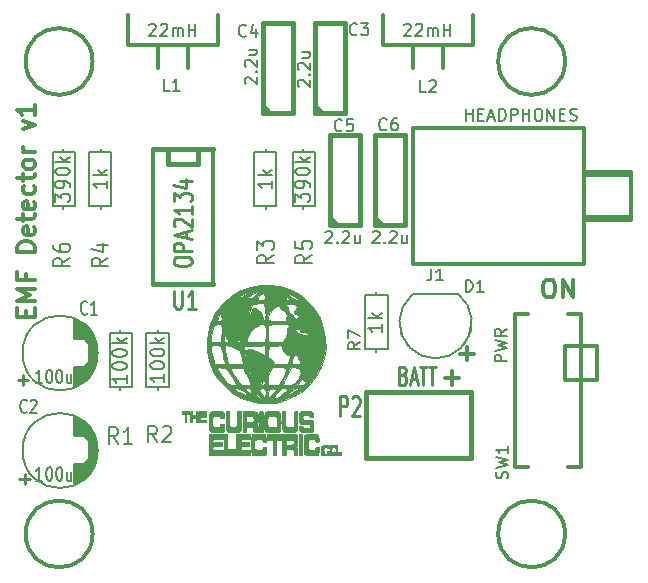
<source format=gbr>
G04 #@! TF.FileFunction,Legend,Top*
%FSLAX46Y46*%
G04 Gerber Fmt 4.6, Leading zero omitted, Abs format (unit mm)*
G04 Created by KiCad (PCBNEW 4.0.4-stable) date 06/22/17 13:33:57*
%MOMM*%
%LPD*%
G01*
G04 APERTURE LIST*
%ADD10C,0.300000*%
%ADD11C,0.200000*%
%ADD12C,0.381000*%
%ADD13C,0.304800*%
%ADD14C,0.127000*%
%ADD15C,0.010000*%
%ADD16C,0.150000*%
%ADD17C,0.203200*%
%ADD18C,0.271780*%
%ADD19C,0.254000*%
%ADD20C,0.285750*%
%ADD21C,0.287020*%
G04 APERTURE END LIST*
D10*
X38940572Y20432857D02*
X40083429Y20432857D01*
X39512000Y19861429D02*
X39512000Y21004286D01*
X46330428Y26695429D02*
X46616142Y26695429D01*
X46759000Y26624000D01*
X46901857Y26481143D01*
X46973285Y26195429D01*
X46973285Y25695429D01*
X46901857Y25409714D01*
X46759000Y25266857D01*
X46616142Y25195429D01*
X46330428Y25195429D01*
X46187571Y25266857D01*
X46044714Y25409714D01*
X45973285Y25695429D01*
X45973285Y26195429D01*
X46044714Y26481143D01*
X46187571Y26624000D01*
X46330428Y26695429D01*
X47616143Y25195429D02*
X47616143Y26695429D01*
X48473286Y25195429D01*
X48473286Y26695429D01*
X2142857Y23571430D02*
X2142857Y24071430D01*
X2928571Y24285716D02*
X2928571Y23571430D01*
X1428571Y23571430D01*
X1428571Y24285716D01*
X2928571Y24928573D02*
X1428571Y24928573D01*
X2500000Y25428573D01*
X1428571Y25928573D01*
X2928571Y25928573D01*
X2142857Y27142859D02*
X2142857Y26642859D01*
X2928571Y26642859D02*
X1428571Y26642859D01*
X1428571Y27357145D01*
X2928571Y29071430D02*
X1428571Y29071430D01*
X1428571Y29428573D01*
X1500000Y29642858D01*
X1642857Y29785716D01*
X1785714Y29857144D01*
X2071429Y29928573D01*
X2285714Y29928573D01*
X2571429Y29857144D01*
X2714286Y29785716D01*
X2857143Y29642858D01*
X2928571Y29428573D01*
X2928571Y29071430D01*
X2857143Y31142858D02*
X2928571Y31000001D01*
X2928571Y30714287D01*
X2857143Y30571430D01*
X2714286Y30500001D01*
X2142857Y30500001D01*
X2000000Y30571430D01*
X1928571Y30714287D01*
X1928571Y31000001D01*
X2000000Y31142858D01*
X2142857Y31214287D01*
X2285714Y31214287D01*
X2428571Y30500001D01*
X1928571Y31642858D02*
X1928571Y32214287D01*
X1428571Y31857144D02*
X2714286Y31857144D01*
X2857143Y31928572D01*
X2928571Y32071430D01*
X2928571Y32214287D01*
X2857143Y33285715D02*
X2928571Y33142858D01*
X2928571Y32857144D01*
X2857143Y32714287D01*
X2714286Y32642858D01*
X2142857Y32642858D01*
X2000000Y32714287D01*
X1928571Y32857144D01*
X1928571Y33142858D01*
X2000000Y33285715D01*
X2142857Y33357144D01*
X2285714Y33357144D01*
X2428571Y32642858D01*
X2857143Y34642858D02*
X2928571Y34500001D01*
X2928571Y34214287D01*
X2857143Y34071429D01*
X2785714Y34000001D01*
X2642857Y33928572D01*
X2214286Y33928572D01*
X2071429Y34000001D01*
X2000000Y34071429D01*
X1928571Y34214287D01*
X1928571Y34500001D01*
X2000000Y34642858D01*
X1928571Y35071429D02*
X1928571Y35642858D01*
X1428571Y35285715D02*
X2714286Y35285715D01*
X2857143Y35357143D01*
X2928571Y35500001D01*
X2928571Y35642858D01*
X2928571Y36357144D02*
X2857143Y36214286D01*
X2785714Y36142858D01*
X2642857Y36071429D01*
X2214286Y36071429D01*
X2071429Y36142858D01*
X2000000Y36214286D01*
X1928571Y36357144D01*
X1928571Y36571429D01*
X2000000Y36714286D01*
X2071429Y36785715D01*
X2214286Y36857144D01*
X2642857Y36857144D01*
X2785714Y36785715D01*
X2857143Y36714286D01*
X2928571Y36571429D01*
X2928571Y36357144D01*
X2928571Y37500001D02*
X1928571Y37500001D01*
X2214286Y37500001D02*
X2071429Y37571429D01*
X2000000Y37642858D01*
X1928571Y37785715D01*
X1928571Y37928572D01*
X1928571Y39428572D02*
X2928571Y39785715D01*
X1928571Y40142857D01*
X2928571Y41500000D02*
X2928571Y40642857D01*
X2928571Y41071429D02*
X1428571Y41071429D01*
X1642857Y40928572D01*
X1785714Y40785714D01*
X1857143Y40642857D01*
D11*
X34940000Y25493000D02*
X34813000Y25366000D01*
X34940000Y25493000D02*
X38623000Y25493000D01*
X39258000Y21175000D02*
G75*
G03X38750000Y25493000I-2413000J1905000D01*
G01*
X34813000Y25366000D02*
G75*
G03X34559000Y21048000I2032000J-2286000D01*
G01*
X36845000Y20032000D02*
G75*
G03X39893000Y23080000I0J3048000D01*
G01*
X33797000Y23080000D02*
G75*
G03X36845000Y20032000I3048000J0D01*
G01*
D10*
X7810427Y45165000D02*
G75*
G03X7810427Y45165000I-2828427J0D01*
G01*
X7810427Y5165000D02*
G75*
G03X7810427Y5165000I-2828427J0D01*
G01*
X47810427Y5165000D02*
G75*
G03X47810427Y5165000I-2828427J0D01*
G01*
X47810427Y45165000D02*
G75*
G03X47810427Y45165000I-2828427J0D01*
G01*
D12*
X26652000Y40805000D02*
X29192000Y40805000D01*
X29192000Y40805000D02*
X29192000Y48425000D01*
X29192000Y48425000D02*
X26652000Y48425000D01*
X26652000Y48425000D02*
X26652000Y40805000D01*
D13*
X27287000Y40805000D02*
X26652000Y41440000D01*
D12*
X22207000Y40805000D02*
X24747000Y40805000D01*
X24747000Y40805000D02*
X24747000Y48425000D01*
X24747000Y48425000D02*
X22207000Y48425000D01*
X22207000Y48425000D02*
X22207000Y40805000D01*
D13*
X22842000Y40805000D02*
X22207000Y41440000D01*
D12*
X27922000Y31280000D02*
X30462000Y31280000D01*
X30462000Y31280000D02*
X30462000Y38900000D01*
X30462000Y38900000D02*
X27922000Y38900000D01*
X27922000Y38900000D02*
X27922000Y31280000D01*
D13*
X28557000Y31280000D02*
X27922000Y31915000D01*
D12*
X31732000Y31280000D02*
X34272000Y31280000D01*
X34272000Y31280000D02*
X34272000Y38900000D01*
X34272000Y38900000D02*
X31732000Y38900000D01*
X31732000Y38900000D02*
X31732000Y31280000D01*
D13*
X32367000Y31280000D02*
X31732000Y31915000D01*
D12*
X30970000Y13627000D02*
X30970000Y11595000D01*
X30970000Y11595000D02*
X39860000Y11595000D01*
X39860000Y11595000D02*
X39860000Y13627000D01*
X31224000Y17183000D02*
X39860000Y17183000D01*
X39860000Y17183000D02*
X39860000Y13627000D01*
X30970000Y13627000D02*
X30970000Y17183000D01*
X30970000Y17183000D02*
X31224000Y17183000D01*
D13*
X18016000Y37757000D02*
X18016000Y26327000D01*
X12936000Y26327000D02*
X12936000Y37757000D01*
D12*
X12936000Y37757000D02*
X18016000Y37757000D01*
X16746000Y37757000D02*
X16746000Y36487000D01*
X16746000Y36487000D02*
X14206000Y36487000D01*
X14206000Y36487000D02*
X14206000Y37757000D01*
X18016000Y26327000D02*
X12936000Y26327000D01*
D10*
X7602000Y21247000D02*
X7221000Y21628000D01*
X7094000Y19215000D02*
X7602000Y19723000D01*
X6332000Y19215000D02*
X7602000Y19215000D01*
X7094000Y21755000D02*
X7729000Y21755000D01*
X6332000Y21755000D02*
X7348000Y21755000D01*
X6332000Y17818000D02*
X7221000Y18326000D01*
X7221000Y18326000D02*
X7856000Y19215000D01*
X7856000Y19215000D02*
X7983000Y19723000D01*
X7983000Y19723000D02*
X8110000Y20866000D01*
X8110000Y20866000D02*
X7856000Y21628000D01*
X7856000Y21628000D02*
X7475000Y22263000D01*
X7475000Y22263000D02*
X6713000Y23025000D01*
X6713000Y23025000D02*
X6713000Y22263000D01*
X7348000Y19215000D02*
X7348000Y18453000D01*
X7094000Y19215000D02*
X7094000Y18326000D01*
X6840000Y19215000D02*
X6840000Y18072000D01*
X6586000Y19215000D02*
X6586000Y17945000D01*
X7983000Y19850000D02*
X7983000Y21247000D01*
X7856000Y21755000D02*
X7856000Y19342000D01*
X7348000Y21755000D02*
X7348000Y22517000D01*
X7602000Y18834000D02*
X7602000Y22263000D01*
X7094000Y21755000D02*
X7094000Y22771000D01*
X6840000Y21755000D02*
X6840000Y22898000D01*
X6586000Y21755000D02*
X6586000Y23152000D01*
X6332000Y21755000D02*
X6332000Y23279000D01*
X6332000Y17691000D02*
X6332000Y19215000D01*
D14*
X8237000Y20485000D02*
G75*
G03X8237000Y20485000I-3175000J0D01*
G01*
D10*
X7602000Y12992000D02*
X7221000Y13373000D01*
X7094000Y10960000D02*
X7602000Y11468000D01*
X6332000Y10960000D02*
X7602000Y10960000D01*
X7094000Y13500000D02*
X7729000Y13500000D01*
X6332000Y13500000D02*
X7348000Y13500000D01*
X6332000Y9563000D02*
X7221000Y10071000D01*
X7221000Y10071000D02*
X7856000Y10960000D01*
X7856000Y10960000D02*
X7983000Y11468000D01*
X7983000Y11468000D02*
X8110000Y12611000D01*
X8110000Y12611000D02*
X7856000Y13373000D01*
X7856000Y13373000D02*
X7475000Y14008000D01*
X7475000Y14008000D02*
X6713000Y14770000D01*
X6713000Y14770000D02*
X6713000Y14008000D01*
X7348000Y10960000D02*
X7348000Y10198000D01*
X7094000Y10960000D02*
X7094000Y10071000D01*
X6840000Y10960000D02*
X6840000Y9817000D01*
X6586000Y10960000D02*
X6586000Y9690000D01*
X7983000Y11595000D02*
X7983000Y12992000D01*
X7856000Y13500000D02*
X7856000Y11087000D01*
X7348000Y13500000D02*
X7348000Y14262000D01*
X7602000Y10579000D02*
X7602000Y14008000D01*
X7094000Y13500000D02*
X7094000Y14516000D01*
X6840000Y13500000D02*
X6840000Y14643000D01*
X6586000Y13500000D02*
X6586000Y14897000D01*
X6332000Y13500000D02*
X6332000Y15024000D01*
X6332000Y9436000D02*
X6332000Y10960000D01*
D14*
X8237000Y12230000D02*
G75*
G03X8237000Y12230000I-3175000J0D01*
G01*
D15*
G36*
X15398000Y15571000D02*
X15488000Y15571000D01*
X15488000Y15481000D01*
X15398000Y15481000D01*
X15398000Y15571000D01*
X15398000Y15571000D01*
G37*
X15398000Y15571000D02*
X15488000Y15571000D01*
X15488000Y15481000D01*
X15398000Y15481000D01*
X15398000Y15571000D01*
G36*
X15488000Y15571000D02*
X15578000Y15571000D01*
X15578000Y15481000D01*
X15488000Y15481000D01*
X15488000Y15571000D01*
X15488000Y15571000D01*
G37*
X15488000Y15571000D02*
X15578000Y15571000D01*
X15578000Y15481000D01*
X15488000Y15481000D01*
X15488000Y15571000D01*
G36*
X15578000Y15571000D02*
X15668000Y15571000D01*
X15668000Y15481000D01*
X15578000Y15481000D01*
X15578000Y15571000D01*
X15578000Y15571000D01*
G37*
X15578000Y15571000D02*
X15668000Y15571000D01*
X15668000Y15481000D01*
X15578000Y15481000D01*
X15578000Y15571000D01*
G36*
X15668000Y15571000D02*
X15758000Y15571000D01*
X15758000Y15481000D01*
X15668000Y15481000D01*
X15668000Y15571000D01*
X15668000Y15571000D01*
G37*
X15668000Y15571000D02*
X15758000Y15571000D01*
X15758000Y15481000D01*
X15668000Y15481000D01*
X15668000Y15571000D01*
G36*
X15758000Y15571000D02*
X15848000Y15571000D01*
X15848000Y15481000D01*
X15758000Y15481000D01*
X15758000Y15571000D01*
X15758000Y15571000D01*
G37*
X15758000Y15571000D02*
X15848000Y15571000D01*
X15848000Y15481000D01*
X15758000Y15481000D01*
X15758000Y15571000D01*
G36*
X15848000Y15571000D02*
X15938000Y15571000D01*
X15938000Y15481000D01*
X15848000Y15481000D01*
X15848000Y15571000D01*
X15848000Y15571000D01*
G37*
X15848000Y15571000D02*
X15938000Y15571000D01*
X15938000Y15481000D01*
X15848000Y15481000D01*
X15848000Y15571000D01*
G36*
X16118000Y15571000D02*
X16208000Y15571000D01*
X16208000Y15481000D01*
X16118000Y15481000D01*
X16118000Y15571000D01*
X16118000Y15571000D01*
G37*
X16118000Y15571000D02*
X16208000Y15571000D01*
X16208000Y15481000D01*
X16118000Y15481000D01*
X16118000Y15571000D01*
G36*
X16568000Y15571000D02*
X16658000Y15571000D01*
X16658000Y15481000D01*
X16568000Y15481000D01*
X16568000Y15571000D01*
X16568000Y15571000D01*
G37*
X16568000Y15571000D02*
X16658000Y15571000D01*
X16658000Y15481000D01*
X16568000Y15481000D01*
X16568000Y15571000D01*
G36*
X16838000Y15571000D02*
X16928000Y15571000D01*
X16928000Y15481000D01*
X16838000Y15481000D01*
X16838000Y15571000D01*
X16838000Y15571000D01*
G37*
X16838000Y15571000D02*
X16928000Y15571000D01*
X16928000Y15481000D01*
X16838000Y15481000D01*
X16838000Y15571000D01*
G36*
X16928000Y15571000D02*
X17018000Y15571000D01*
X17018000Y15481000D01*
X16928000Y15481000D01*
X16928000Y15571000D01*
X16928000Y15571000D01*
G37*
X16928000Y15571000D02*
X17018000Y15571000D01*
X17018000Y15481000D01*
X16928000Y15481000D01*
X16928000Y15571000D01*
G36*
X17018000Y15571000D02*
X17108000Y15571000D01*
X17108000Y15481000D01*
X17018000Y15481000D01*
X17018000Y15571000D01*
X17018000Y15571000D01*
G37*
X17018000Y15571000D02*
X17108000Y15571000D01*
X17108000Y15481000D01*
X17018000Y15481000D01*
X17018000Y15571000D01*
G36*
X17108000Y15571000D02*
X17198000Y15571000D01*
X17198000Y15481000D01*
X17108000Y15481000D01*
X17108000Y15571000D01*
X17108000Y15571000D01*
G37*
X17108000Y15571000D02*
X17198000Y15571000D01*
X17198000Y15481000D01*
X17108000Y15481000D01*
X17108000Y15571000D01*
G36*
X17198000Y15571000D02*
X17288000Y15571000D01*
X17288000Y15481000D01*
X17198000Y15481000D01*
X17198000Y15571000D01*
X17198000Y15571000D01*
G37*
X17198000Y15571000D02*
X17288000Y15571000D01*
X17288000Y15481000D01*
X17198000Y15481000D01*
X17198000Y15571000D01*
G36*
X17288000Y15571000D02*
X17378000Y15571000D01*
X17378000Y15481000D01*
X17288000Y15481000D01*
X17288000Y15571000D01*
X17288000Y15571000D01*
G37*
X17288000Y15571000D02*
X17378000Y15571000D01*
X17378000Y15481000D01*
X17288000Y15481000D01*
X17288000Y15571000D01*
G36*
X17918000Y15571000D02*
X18008000Y15571000D01*
X18008000Y15481000D01*
X17918000Y15481000D01*
X17918000Y15571000D01*
X17918000Y15571000D01*
G37*
X17918000Y15571000D02*
X18008000Y15571000D01*
X18008000Y15481000D01*
X17918000Y15481000D01*
X17918000Y15571000D01*
G36*
X18008000Y15571000D02*
X18098000Y15571000D01*
X18098000Y15481000D01*
X18008000Y15481000D01*
X18008000Y15571000D01*
X18008000Y15571000D01*
G37*
X18008000Y15571000D02*
X18098000Y15571000D01*
X18098000Y15481000D01*
X18008000Y15481000D01*
X18008000Y15571000D01*
G36*
X18098000Y15571000D02*
X18188000Y15571000D01*
X18188000Y15481000D01*
X18098000Y15481000D01*
X18098000Y15571000D01*
X18098000Y15571000D01*
G37*
X18098000Y15571000D02*
X18188000Y15571000D01*
X18188000Y15481000D01*
X18098000Y15481000D01*
X18098000Y15571000D01*
G36*
X18188000Y15571000D02*
X18278000Y15571000D01*
X18278000Y15481000D01*
X18188000Y15481000D01*
X18188000Y15571000D01*
X18188000Y15571000D01*
G37*
X18188000Y15571000D02*
X18278000Y15571000D01*
X18278000Y15481000D01*
X18188000Y15481000D01*
X18188000Y15571000D01*
G36*
X18278000Y15571000D02*
X18368000Y15571000D01*
X18368000Y15481000D01*
X18278000Y15481000D01*
X18278000Y15571000D01*
X18278000Y15571000D01*
G37*
X18278000Y15571000D02*
X18368000Y15571000D01*
X18368000Y15481000D01*
X18278000Y15481000D01*
X18278000Y15571000D01*
G36*
X18368000Y15571000D02*
X18458000Y15571000D01*
X18458000Y15481000D01*
X18368000Y15481000D01*
X18368000Y15571000D01*
X18368000Y15571000D01*
G37*
X18368000Y15571000D02*
X18458000Y15571000D01*
X18458000Y15481000D01*
X18368000Y15481000D01*
X18368000Y15571000D01*
G36*
X18458000Y15571000D02*
X18548000Y15571000D01*
X18548000Y15481000D01*
X18458000Y15481000D01*
X18458000Y15571000D01*
X18458000Y15571000D01*
G37*
X18458000Y15571000D02*
X18548000Y15571000D01*
X18548000Y15481000D01*
X18458000Y15481000D01*
X18458000Y15571000D01*
G36*
X18548000Y15571000D02*
X18638000Y15571000D01*
X18638000Y15481000D01*
X18548000Y15481000D01*
X18548000Y15571000D01*
X18548000Y15571000D01*
G37*
X18548000Y15571000D02*
X18638000Y15571000D01*
X18638000Y15481000D01*
X18548000Y15481000D01*
X18548000Y15571000D01*
G36*
X18638000Y15571000D02*
X18728000Y15571000D01*
X18728000Y15481000D01*
X18638000Y15481000D01*
X18638000Y15571000D01*
X18638000Y15571000D01*
G37*
X18638000Y15571000D02*
X18728000Y15571000D01*
X18728000Y15481000D01*
X18638000Y15481000D01*
X18638000Y15571000D01*
G36*
X19088000Y15571000D02*
X19178000Y15571000D01*
X19178000Y15481000D01*
X19088000Y15481000D01*
X19088000Y15571000D01*
X19088000Y15571000D01*
G37*
X19088000Y15571000D02*
X19178000Y15571000D01*
X19178000Y15481000D01*
X19088000Y15481000D01*
X19088000Y15571000D01*
G36*
X19178000Y15571000D02*
X19268000Y15571000D01*
X19268000Y15481000D01*
X19178000Y15481000D01*
X19178000Y15571000D01*
X19178000Y15571000D01*
G37*
X19178000Y15571000D02*
X19268000Y15571000D01*
X19268000Y15481000D01*
X19178000Y15481000D01*
X19178000Y15571000D01*
G36*
X19268000Y15571000D02*
X19358000Y15571000D01*
X19358000Y15481000D01*
X19268000Y15481000D01*
X19268000Y15571000D01*
X19268000Y15571000D01*
G37*
X19268000Y15571000D02*
X19358000Y15571000D01*
X19358000Y15481000D01*
X19268000Y15481000D01*
X19268000Y15571000D01*
G36*
X20078000Y15571000D02*
X20168000Y15571000D01*
X20168000Y15481000D01*
X20078000Y15481000D01*
X20078000Y15571000D01*
X20078000Y15571000D01*
G37*
X20078000Y15571000D02*
X20168000Y15571000D01*
X20168000Y15481000D01*
X20078000Y15481000D01*
X20078000Y15571000D01*
G36*
X20168000Y15571000D02*
X20258000Y15571000D01*
X20258000Y15481000D01*
X20168000Y15481000D01*
X20168000Y15571000D01*
X20168000Y15571000D01*
G37*
X20168000Y15571000D02*
X20258000Y15571000D01*
X20258000Y15481000D01*
X20168000Y15481000D01*
X20168000Y15571000D01*
G36*
X20258000Y15571000D02*
X20348000Y15571000D01*
X20348000Y15481000D01*
X20258000Y15481000D01*
X20258000Y15571000D01*
X20258000Y15571000D01*
G37*
X20258000Y15571000D02*
X20348000Y15571000D01*
X20348000Y15481000D01*
X20258000Y15481000D01*
X20258000Y15571000D01*
G36*
X20528000Y15571000D02*
X20618000Y15571000D01*
X20618000Y15481000D01*
X20528000Y15481000D01*
X20528000Y15571000D01*
X20528000Y15571000D01*
G37*
X20528000Y15571000D02*
X20618000Y15571000D01*
X20618000Y15481000D01*
X20528000Y15481000D01*
X20528000Y15571000D01*
G36*
X20618000Y15571000D02*
X20708000Y15571000D01*
X20708000Y15481000D01*
X20618000Y15481000D01*
X20618000Y15571000D01*
X20618000Y15571000D01*
G37*
X20618000Y15571000D02*
X20708000Y15571000D01*
X20708000Y15481000D01*
X20618000Y15481000D01*
X20618000Y15571000D01*
G36*
X20708000Y15571000D02*
X20798000Y15571000D01*
X20798000Y15481000D01*
X20708000Y15481000D01*
X20708000Y15571000D01*
X20708000Y15571000D01*
G37*
X20708000Y15571000D02*
X20798000Y15571000D01*
X20798000Y15481000D01*
X20708000Y15481000D01*
X20708000Y15571000D01*
G36*
X20798000Y15571000D02*
X20888000Y15571000D01*
X20888000Y15481000D01*
X20798000Y15481000D01*
X20798000Y15571000D01*
X20798000Y15571000D01*
G37*
X20798000Y15571000D02*
X20888000Y15571000D01*
X20888000Y15481000D01*
X20798000Y15481000D01*
X20798000Y15571000D01*
G36*
X20888000Y15571000D02*
X20978000Y15571000D01*
X20978000Y15481000D01*
X20888000Y15481000D01*
X20888000Y15571000D01*
X20888000Y15571000D01*
G37*
X20888000Y15571000D02*
X20978000Y15571000D01*
X20978000Y15481000D01*
X20888000Y15481000D01*
X20888000Y15571000D01*
G36*
X20978000Y15571000D02*
X21068000Y15571000D01*
X21068000Y15481000D01*
X20978000Y15481000D01*
X20978000Y15571000D01*
X20978000Y15571000D01*
G37*
X20978000Y15571000D02*
X21068000Y15571000D01*
X21068000Y15481000D01*
X20978000Y15481000D01*
X20978000Y15571000D01*
G36*
X21068000Y15571000D02*
X21158000Y15571000D01*
X21158000Y15481000D01*
X21068000Y15481000D01*
X21068000Y15571000D01*
X21068000Y15571000D01*
G37*
X21068000Y15571000D02*
X21158000Y15571000D01*
X21158000Y15481000D01*
X21068000Y15481000D01*
X21068000Y15571000D01*
G36*
X21158000Y15571000D02*
X21248000Y15571000D01*
X21248000Y15481000D01*
X21158000Y15481000D01*
X21158000Y15571000D01*
X21158000Y15571000D01*
G37*
X21158000Y15571000D02*
X21248000Y15571000D01*
X21248000Y15481000D01*
X21158000Y15481000D01*
X21158000Y15571000D01*
G36*
X21248000Y15571000D02*
X21338000Y15571000D01*
X21338000Y15481000D01*
X21248000Y15481000D01*
X21248000Y15571000D01*
X21248000Y15571000D01*
G37*
X21248000Y15571000D02*
X21338000Y15571000D01*
X21338000Y15481000D01*
X21248000Y15481000D01*
X21248000Y15571000D01*
G36*
X21338000Y15571000D02*
X21428000Y15571000D01*
X21428000Y15481000D01*
X21338000Y15481000D01*
X21338000Y15571000D01*
X21338000Y15571000D01*
G37*
X21338000Y15571000D02*
X21428000Y15571000D01*
X21428000Y15481000D01*
X21338000Y15481000D01*
X21338000Y15571000D01*
G36*
X21428000Y15571000D02*
X21518000Y15571000D01*
X21518000Y15481000D01*
X21428000Y15481000D01*
X21428000Y15571000D01*
X21428000Y15571000D01*
G37*
X21428000Y15571000D02*
X21518000Y15571000D01*
X21518000Y15481000D01*
X21428000Y15481000D01*
X21428000Y15571000D01*
G36*
X21968000Y15571000D02*
X22058000Y15571000D01*
X22058000Y15481000D01*
X21968000Y15481000D01*
X21968000Y15571000D01*
X21968000Y15571000D01*
G37*
X21968000Y15571000D02*
X22058000Y15571000D01*
X22058000Y15481000D01*
X21968000Y15481000D01*
X21968000Y15571000D01*
G36*
X22058000Y15571000D02*
X22148000Y15571000D01*
X22148000Y15481000D01*
X22058000Y15481000D01*
X22058000Y15571000D01*
X22058000Y15571000D01*
G37*
X22058000Y15571000D02*
X22148000Y15571000D01*
X22148000Y15481000D01*
X22058000Y15481000D01*
X22058000Y15571000D01*
G36*
X22598000Y15571000D02*
X22688000Y15571000D01*
X22688000Y15481000D01*
X22598000Y15481000D01*
X22598000Y15571000D01*
X22598000Y15571000D01*
G37*
X22598000Y15571000D02*
X22688000Y15571000D01*
X22688000Y15481000D01*
X22598000Y15481000D01*
X22598000Y15571000D01*
G36*
X22688000Y15571000D02*
X22778000Y15571000D01*
X22778000Y15481000D01*
X22688000Y15481000D01*
X22688000Y15571000D01*
X22688000Y15571000D01*
G37*
X22688000Y15571000D02*
X22778000Y15571000D01*
X22778000Y15481000D01*
X22688000Y15481000D01*
X22688000Y15571000D01*
G36*
X22778000Y15571000D02*
X22868000Y15571000D01*
X22868000Y15481000D01*
X22778000Y15481000D01*
X22778000Y15571000D01*
X22778000Y15571000D01*
G37*
X22778000Y15571000D02*
X22868000Y15571000D01*
X22868000Y15481000D01*
X22778000Y15481000D01*
X22778000Y15571000D01*
G36*
X22868000Y15571000D02*
X22958000Y15571000D01*
X22958000Y15481000D01*
X22868000Y15481000D01*
X22868000Y15571000D01*
X22868000Y15571000D01*
G37*
X22868000Y15571000D02*
X22958000Y15571000D01*
X22958000Y15481000D01*
X22868000Y15481000D01*
X22868000Y15571000D01*
G36*
X22958000Y15571000D02*
X23048000Y15571000D01*
X23048000Y15481000D01*
X22958000Y15481000D01*
X22958000Y15571000D01*
X22958000Y15571000D01*
G37*
X22958000Y15571000D02*
X23048000Y15571000D01*
X23048000Y15481000D01*
X22958000Y15481000D01*
X22958000Y15571000D01*
G36*
X23048000Y15571000D02*
X23138000Y15571000D01*
X23138000Y15481000D01*
X23048000Y15481000D01*
X23048000Y15571000D01*
X23048000Y15571000D01*
G37*
X23048000Y15571000D02*
X23138000Y15571000D01*
X23138000Y15481000D01*
X23048000Y15481000D01*
X23048000Y15571000D01*
G36*
X23138000Y15571000D02*
X23228000Y15571000D01*
X23228000Y15481000D01*
X23138000Y15481000D01*
X23138000Y15571000D01*
X23138000Y15571000D01*
G37*
X23138000Y15571000D02*
X23228000Y15571000D01*
X23228000Y15481000D01*
X23138000Y15481000D01*
X23138000Y15571000D01*
G36*
X23228000Y15571000D02*
X23318000Y15571000D01*
X23318000Y15481000D01*
X23228000Y15481000D01*
X23228000Y15571000D01*
X23228000Y15571000D01*
G37*
X23228000Y15571000D02*
X23318000Y15571000D01*
X23318000Y15481000D01*
X23228000Y15481000D01*
X23228000Y15571000D01*
G36*
X23318000Y15571000D02*
X23408000Y15571000D01*
X23408000Y15481000D01*
X23318000Y15481000D01*
X23318000Y15571000D01*
X23318000Y15571000D01*
G37*
X23318000Y15571000D02*
X23408000Y15571000D01*
X23408000Y15481000D01*
X23318000Y15481000D01*
X23318000Y15571000D01*
G36*
X23408000Y15571000D02*
X23498000Y15571000D01*
X23498000Y15481000D01*
X23408000Y15481000D01*
X23408000Y15571000D01*
X23408000Y15571000D01*
G37*
X23408000Y15571000D02*
X23498000Y15571000D01*
X23498000Y15481000D01*
X23408000Y15481000D01*
X23408000Y15571000D01*
G36*
X23858000Y15571000D02*
X23948000Y15571000D01*
X23948000Y15481000D01*
X23858000Y15481000D01*
X23858000Y15571000D01*
X23858000Y15571000D01*
G37*
X23858000Y15571000D02*
X23948000Y15571000D01*
X23948000Y15481000D01*
X23858000Y15481000D01*
X23858000Y15571000D01*
G36*
X23948000Y15571000D02*
X24038000Y15571000D01*
X24038000Y15481000D01*
X23948000Y15481000D01*
X23948000Y15571000D01*
X23948000Y15571000D01*
G37*
X23948000Y15571000D02*
X24038000Y15571000D01*
X24038000Y15481000D01*
X23948000Y15481000D01*
X23948000Y15571000D01*
G36*
X24038000Y15571000D02*
X24128000Y15571000D01*
X24128000Y15481000D01*
X24038000Y15481000D01*
X24038000Y15571000D01*
X24038000Y15571000D01*
G37*
X24038000Y15571000D02*
X24128000Y15571000D01*
X24128000Y15481000D01*
X24038000Y15481000D01*
X24038000Y15571000D01*
G36*
X24938000Y15571000D02*
X25028000Y15571000D01*
X25028000Y15481000D01*
X24938000Y15481000D01*
X24938000Y15571000D01*
X24938000Y15571000D01*
G37*
X24938000Y15571000D02*
X25028000Y15571000D01*
X25028000Y15481000D01*
X24938000Y15481000D01*
X24938000Y15571000D01*
G36*
X25028000Y15571000D02*
X25118000Y15571000D01*
X25118000Y15481000D01*
X25028000Y15481000D01*
X25028000Y15571000D01*
X25028000Y15571000D01*
G37*
X25028000Y15571000D02*
X25118000Y15571000D01*
X25118000Y15481000D01*
X25028000Y15481000D01*
X25028000Y15571000D01*
G36*
X25478000Y15571000D02*
X25568000Y15571000D01*
X25568000Y15481000D01*
X25478000Y15481000D01*
X25478000Y15571000D01*
X25478000Y15571000D01*
G37*
X25478000Y15571000D02*
X25568000Y15571000D01*
X25568000Y15481000D01*
X25478000Y15481000D01*
X25478000Y15571000D01*
G36*
X25568000Y15571000D02*
X25658000Y15571000D01*
X25658000Y15481000D01*
X25568000Y15481000D01*
X25568000Y15571000D01*
X25568000Y15571000D01*
G37*
X25568000Y15571000D02*
X25658000Y15571000D01*
X25658000Y15481000D01*
X25568000Y15481000D01*
X25568000Y15571000D01*
G36*
X25658000Y15571000D02*
X25748000Y15571000D01*
X25748000Y15481000D01*
X25658000Y15481000D01*
X25658000Y15571000D01*
X25658000Y15571000D01*
G37*
X25658000Y15571000D02*
X25748000Y15571000D01*
X25748000Y15481000D01*
X25658000Y15481000D01*
X25658000Y15571000D01*
G36*
X25748000Y15571000D02*
X25838000Y15571000D01*
X25838000Y15481000D01*
X25748000Y15481000D01*
X25748000Y15571000D01*
X25748000Y15571000D01*
G37*
X25748000Y15571000D02*
X25838000Y15571000D01*
X25838000Y15481000D01*
X25748000Y15481000D01*
X25748000Y15571000D01*
G36*
X25838000Y15571000D02*
X25928000Y15571000D01*
X25928000Y15481000D01*
X25838000Y15481000D01*
X25838000Y15571000D01*
X25838000Y15571000D01*
G37*
X25838000Y15571000D02*
X25928000Y15571000D01*
X25928000Y15481000D01*
X25838000Y15481000D01*
X25838000Y15571000D01*
G36*
X25928000Y15571000D02*
X26018000Y15571000D01*
X26018000Y15481000D01*
X25928000Y15481000D01*
X25928000Y15571000D01*
X25928000Y15571000D01*
G37*
X25928000Y15571000D02*
X26018000Y15571000D01*
X26018000Y15481000D01*
X25928000Y15481000D01*
X25928000Y15571000D01*
G36*
X26018000Y15571000D02*
X26108000Y15571000D01*
X26108000Y15481000D01*
X26018000Y15481000D01*
X26018000Y15571000D01*
X26018000Y15571000D01*
G37*
X26018000Y15571000D02*
X26108000Y15571000D01*
X26108000Y15481000D01*
X26018000Y15481000D01*
X26018000Y15571000D01*
G36*
X26108000Y15571000D02*
X26198000Y15571000D01*
X26198000Y15481000D01*
X26108000Y15481000D01*
X26108000Y15571000D01*
X26108000Y15571000D01*
G37*
X26108000Y15571000D02*
X26198000Y15571000D01*
X26198000Y15481000D01*
X26108000Y15481000D01*
X26108000Y15571000D01*
G36*
X26198000Y15571000D02*
X26288000Y15571000D01*
X26288000Y15481000D01*
X26198000Y15481000D01*
X26198000Y15571000D01*
X26198000Y15571000D01*
G37*
X26198000Y15571000D02*
X26288000Y15571000D01*
X26288000Y15481000D01*
X26198000Y15481000D01*
X26198000Y15571000D01*
G36*
X15398000Y15481000D02*
X15488000Y15481000D01*
X15488000Y15391000D01*
X15398000Y15391000D01*
X15398000Y15481000D01*
X15398000Y15481000D01*
G37*
X15398000Y15481000D02*
X15488000Y15481000D01*
X15488000Y15391000D01*
X15398000Y15391000D01*
X15398000Y15481000D01*
G36*
X15488000Y15481000D02*
X15578000Y15481000D01*
X15578000Y15391000D01*
X15488000Y15391000D01*
X15488000Y15481000D01*
X15488000Y15481000D01*
G37*
X15488000Y15481000D02*
X15578000Y15481000D01*
X15578000Y15391000D01*
X15488000Y15391000D01*
X15488000Y15481000D01*
G36*
X15578000Y15481000D02*
X15668000Y15481000D01*
X15668000Y15391000D01*
X15578000Y15391000D01*
X15578000Y15481000D01*
X15578000Y15481000D01*
G37*
X15578000Y15481000D02*
X15668000Y15481000D01*
X15668000Y15391000D01*
X15578000Y15391000D01*
X15578000Y15481000D01*
G36*
X15668000Y15481000D02*
X15758000Y15481000D01*
X15758000Y15391000D01*
X15668000Y15391000D01*
X15668000Y15481000D01*
X15668000Y15481000D01*
G37*
X15668000Y15481000D02*
X15758000Y15481000D01*
X15758000Y15391000D01*
X15668000Y15391000D01*
X15668000Y15481000D01*
G36*
X15758000Y15481000D02*
X15848000Y15481000D01*
X15848000Y15391000D01*
X15758000Y15391000D01*
X15758000Y15481000D01*
X15758000Y15481000D01*
G37*
X15758000Y15481000D02*
X15848000Y15481000D01*
X15848000Y15391000D01*
X15758000Y15391000D01*
X15758000Y15481000D01*
G36*
X15848000Y15481000D02*
X15938000Y15481000D01*
X15938000Y15391000D01*
X15848000Y15391000D01*
X15848000Y15481000D01*
X15848000Y15481000D01*
G37*
X15848000Y15481000D02*
X15938000Y15481000D01*
X15938000Y15391000D01*
X15848000Y15391000D01*
X15848000Y15481000D01*
G36*
X15938000Y15481000D02*
X16028000Y15481000D01*
X16028000Y15391000D01*
X15938000Y15391000D01*
X15938000Y15481000D01*
X15938000Y15481000D01*
G37*
X15938000Y15481000D02*
X16028000Y15481000D01*
X16028000Y15391000D01*
X15938000Y15391000D01*
X15938000Y15481000D01*
G36*
X16028000Y15481000D02*
X16118000Y15481000D01*
X16118000Y15391000D01*
X16028000Y15391000D01*
X16028000Y15481000D01*
X16028000Y15481000D01*
G37*
X16028000Y15481000D02*
X16118000Y15481000D01*
X16118000Y15391000D01*
X16028000Y15391000D01*
X16028000Y15481000D01*
G36*
X16118000Y15481000D02*
X16208000Y15481000D01*
X16208000Y15391000D01*
X16118000Y15391000D01*
X16118000Y15481000D01*
X16118000Y15481000D01*
G37*
X16118000Y15481000D02*
X16208000Y15481000D01*
X16208000Y15391000D01*
X16118000Y15391000D01*
X16118000Y15481000D01*
G36*
X16568000Y15481000D02*
X16658000Y15481000D01*
X16658000Y15391000D01*
X16568000Y15391000D01*
X16568000Y15481000D01*
X16568000Y15481000D01*
G37*
X16568000Y15481000D02*
X16658000Y15481000D01*
X16658000Y15391000D01*
X16568000Y15391000D01*
X16568000Y15481000D01*
G36*
X16658000Y15481000D02*
X16748000Y15481000D01*
X16748000Y15391000D01*
X16658000Y15391000D01*
X16658000Y15481000D01*
X16658000Y15481000D01*
G37*
X16658000Y15481000D02*
X16748000Y15481000D01*
X16748000Y15391000D01*
X16658000Y15391000D01*
X16658000Y15481000D01*
G36*
X16838000Y15481000D02*
X16928000Y15481000D01*
X16928000Y15391000D01*
X16838000Y15391000D01*
X16838000Y15481000D01*
X16838000Y15481000D01*
G37*
X16838000Y15481000D02*
X16928000Y15481000D01*
X16928000Y15391000D01*
X16838000Y15391000D01*
X16838000Y15481000D01*
G36*
X16928000Y15481000D02*
X17018000Y15481000D01*
X17018000Y15391000D01*
X16928000Y15391000D01*
X16928000Y15481000D01*
X16928000Y15481000D01*
G37*
X16928000Y15481000D02*
X17018000Y15481000D01*
X17018000Y15391000D01*
X16928000Y15391000D01*
X16928000Y15481000D01*
G36*
X17018000Y15481000D02*
X17108000Y15481000D01*
X17108000Y15391000D01*
X17018000Y15391000D01*
X17018000Y15481000D01*
X17018000Y15481000D01*
G37*
X17018000Y15481000D02*
X17108000Y15481000D01*
X17108000Y15391000D01*
X17018000Y15391000D01*
X17018000Y15481000D01*
G36*
X17108000Y15481000D02*
X17198000Y15481000D01*
X17198000Y15391000D01*
X17108000Y15391000D01*
X17108000Y15481000D01*
X17108000Y15481000D01*
G37*
X17108000Y15481000D02*
X17198000Y15481000D01*
X17198000Y15391000D01*
X17108000Y15391000D01*
X17108000Y15481000D01*
G36*
X17198000Y15481000D02*
X17288000Y15481000D01*
X17288000Y15391000D01*
X17198000Y15391000D01*
X17198000Y15481000D01*
X17198000Y15481000D01*
G37*
X17198000Y15481000D02*
X17288000Y15481000D01*
X17288000Y15391000D01*
X17198000Y15391000D01*
X17198000Y15481000D01*
G36*
X17288000Y15481000D02*
X17378000Y15481000D01*
X17378000Y15391000D01*
X17288000Y15391000D01*
X17288000Y15481000D01*
X17288000Y15481000D01*
G37*
X17288000Y15481000D02*
X17378000Y15481000D01*
X17378000Y15391000D01*
X17288000Y15391000D01*
X17288000Y15481000D01*
G36*
X17738000Y15481000D02*
X17828000Y15481000D01*
X17828000Y15391000D01*
X17738000Y15391000D01*
X17738000Y15481000D01*
X17738000Y15481000D01*
G37*
X17738000Y15481000D02*
X17828000Y15481000D01*
X17828000Y15391000D01*
X17738000Y15391000D01*
X17738000Y15481000D01*
G36*
X17828000Y15481000D02*
X17918000Y15481000D01*
X17918000Y15391000D01*
X17828000Y15391000D01*
X17828000Y15481000D01*
X17828000Y15481000D01*
G37*
X17828000Y15481000D02*
X17918000Y15481000D01*
X17918000Y15391000D01*
X17828000Y15391000D01*
X17828000Y15481000D01*
G36*
X17918000Y15481000D02*
X18008000Y15481000D01*
X18008000Y15391000D01*
X17918000Y15391000D01*
X17918000Y15481000D01*
X17918000Y15481000D01*
G37*
X17918000Y15481000D02*
X18008000Y15481000D01*
X18008000Y15391000D01*
X17918000Y15391000D01*
X17918000Y15481000D01*
G36*
X18008000Y15481000D02*
X18098000Y15481000D01*
X18098000Y15391000D01*
X18008000Y15391000D01*
X18008000Y15481000D01*
X18008000Y15481000D01*
G37*
X18008000Y15481000D02*
X18098000Y15481000D01*
X18098000Y15391000D01*
X18008000Y15391000D01*
X18008000Y15481000D01*
G36*
X18098000Y15481000D02*
X18188000Y15481000D01*
X18188000Y15391000D01*
X18098000Y15391000D01*
X18098000Y15481000D01*
X18098000Y15481000D01*
G37*
X18098000Y15481000D02*
X18188000Y15481000D01*
X18188000Y15391000D01*
X18098000Y15391000D01*
X18098000Y15481000D01*
G36*
X18188000Y15481000D02*
X18278000Y15481000D01*
X18278000Y15391000D01*
X18188000Y15391000D01*
X18188000Y15481000D01*
X18188000Y15481000D01*
G37*
X18188000Y15481000D02*
X18278000Y15481000D01*
X18278000Y15391000D01*
X18188000Y15391000D01*
X18188000Y15481000D01*
G36*
X18278000Y15481000D02*
X18368000Y15481000D01*
X18368000Y15391000D01*
X18278000Y15391000D01*
X18278000Y15481000D01*
X18278000Y15481000D01*
G37*
X18278000Y15481000D02*
X18368000Y15481000D01*
X18368000Y15391000D01*
X18278000Y15391000D01*
X18278000Y15481000D01*
G36*
X18368000Y15481000D02*
X18458000Y15481000D01*
X18458000Y15391000D01*
X18368000Y15391000D01*
X18368000Y15481000D01*
X18368000Y15481000D01*
G37*
X18368000Y15481000D02*
X18458000Y15481000D01*
X18458000Y15391000D01*
X18368000Y15391000D01*
X18368000Y15481000D01*
G36*
X18458000Y15481000D02*
X18548000Y15481000D01*
X18548000Y15391000D01*
X18458000Y15391000D01*
X18458000Y15481000D01*
X18458000Y15481000D01*
G37*
X18458000Y15481000D02*
X18548000Y15481000D01*
X18548000Y15391000D01*
X18458000Y15391000D01*
X18458000Y15481000D01*
G36*
X18548000Y15481000D02*
X18638000Y15481000D01*
X18638000Y15391000D01*
X18548000Y15391000D01*
X18548000Y15481000D01*
X18548000Y15481000D01*
G37*
X18548000Y15481000D02*
X18638000Y15481000D01*
X18638000Y15391000D01*
X18548000Y15391000D01*
X18548000Y15481000D01*
G36*
X18638000Y15481000D02*
X18728000Y15481000D01*
X18728000Y15391000D01*
X18638000Y15391000D01*
X18638000Y15481000D01*
X18638000Y15481000D01*
G37*
X18638000Y15481000D02*
X18728000Y15481000D01*
X18728000Y15391000D01*
X18638000Y15391000D01*
X18638000Y15481000D01*
G36*
X18728000Y15481000D02*
X18818000Y15481000D01*
X18818000Y15391000D01*
X18728000Y15391000D01*
X18728000Y15481000D01*
X18728000Y15481000D01*
G37*
X18728000Y15481000D02*
X18818000Y15481000D01*
X18818000Y15391000D01*
X18728000Y15391000D01*
X18728000Y15481000D01*
G36*
X19088000Y15481000D02*
X19178000Y15481000D01*
X19178000Y15391000D01*
X19088000Y15391000D01*
X19088000Y15481000D01*
X19088000Y15481000D01*
G37*
X19088000Y15481000D02*
X19178000Y15481000D01*
X19178000Y15391000D01*
X19088000Y15391000D01*
X19088000Y15481000D01*
G36*
X19178000Y15481000D02*
X19268000Y15481000D01*
X19268000Y15391000D01*
X19178000Y15391000D01*
X19178000Y15481000D01*
X19178000Y15481000D01*
G37*
X19178000Y15481000D02*
X19268000Y15481000D01*
X19268000Y15391000D01*
X19178000Y15391000D01*
X19178000Y15481000D01*
G36*
X19268000Y15481000D02*
X19358000Y15481000D01*
X19358000Y15391000D01*
X19268000Y15391000D01*
X19268000Y15481000D01*
X19268000Y15481000D01*
G37*
X19268000Y15481000D02*
X19358000Y15481000D01*
X19358000Y15391000D01*
X19268000Y15391000D01*
X19268000Y15481000D01*
G36*
X20078000Y15481000D02*
X20168000Y15481000D01*
X20168000Y15391000D01*
X20078000Y15391000D01*
X20078000Y15481000D01*
X20078000Y15481000D01*
G37*
X20078000Y15481000D02*
X20168000Y15481000D01*
X20168000Y15391000D01*
X20078000Y15391000D01*
X20078000Y15481000D01*
G36*
X20168000Y15481000D02*
X20258000Y15481000D01*
X20258000Y15391000D01*
X20168000Y15391000D01*
X20168000Y15481000D01*
X20168000Y15481000D01*
G37*
X20168000Y15481000D02*
X20258000Y15481000D01*
X20258000Y15391000D01*
X20168000Y15391000D01*
X20168000Y15481000D01*
G36*
X20258000Y15481000D02*
X20348000Y15481000D01*
X20348000Y15391000D01*
X20258000Y15391000D01*
X20258000Y15481000D01*
X20258000Y15481000D01*
G37*
X20258000Y15481000D02*
X20348000Y15481000D01*
X20348000Y15391000D01*
X20258000Y15391000D01*
X20258000Y15481000D01*
G36*
X20528000Y15481000D02*
X20618000Y15481000D01*
X20618000Y15391000D01*
X20528000Y15391000D01*
X20528000Y15481000D01*
X20528000Y15481000D01*
G37*
X20528000Y15481000D02*
X20618000Y15481000D01*
X20618000Y15391000D01*
X20528000Y15391000D01*
X20528000Y15481000D01*
G36*
X20618000Y15481000D02*
X20708000Y15481000D01*
X20708000Y15391000D01*
X20618000Y15391000D01*
X20618000Y15481000D01*
X20618000Y15481000D01*
G37*
X20618000Y15481000D02*
X20708000Y15481000D01*
X20708000Y15391000D01*
X20618000Y15391000D01*
X20618000Y15481000D01*
G36*
X20708000Y15481000D02*
X20798000Y15481000D01*
X20798000Y15391000D01*
X20708000Y15391000D01*
X20708000Y15481000D01*
X20708000Y15481000D01*
G37*
X20708000Y15481000D02*
X20798000Y15481000D01*
X20798000Y15391000D01*
X20708000Y15391000D01*
X20708000Y15481000D01*
G36*
X20798000Y15481000D02*
X20888000Y15481000D01*
X20888000Y15391000D01*
X20798000Y15391000D01*
X20798000Y15481000D01*
X20798000Y15481000D01*
G37*
X20798000Y15481000D02*
X20888000Y15481000D01*
X20888000Y15391000D01*
X20798000Y15391000D01*
X20798000Y15481000D01*
G36*
X20888000Y15481000D02*
X20978000Y15481000D01*
X20978000Y15391000D01*
X20888000Y15391000D01*
X20888000Y15481000D01*
X20888000Y15481000D01*
G37*
X20888000Y15481000D02*
X20978000Y15481000D01*
X20978000Y15391000D01*
X20888000Y15391000D01*
X20888000Y15481000D01*
G36*
X20978000Y15481000D02*
X21068000Y15481000D01*
X21068000Y15391000D01*
X20978000Y15391000D01*
X20978000Y15481000D01*
X20978000Y15481000D01*
G37*
X20978000Y15481000D02*
X21068000Y15481000D01*
X21068000Y15391000D01*
X20978000Y15391000D01*
X20978000Y15481000D01*
G36*
X21068000Y15481000D02*
X21158000Y15481000D01*
X21158000Y15391000D01*
X21068000Y15391000D01*
X21068000Y15481000D01*
X21068000Y15481000D01*
G37*
X21068000Y15481000D02*
X21158000Y15481000D01*
X21158000Y15391000D01*
X21068000Y15391000D01*
X21068000Y15481000D01*
G36*
X21158000Y15481000D02*
X21248000Y15481000D01*
X21248000Y15391000D01*
X21158000Y15391000D01*
X21158000Y15481000D01*
X21158000Y15481000D01*
G37*
X21158000Y15481000D02*
X21248000Y15481000D01*
X21248000Y15391000D01*
X21158000Y15391000D01*
X21158000Y15481000D01*
G36*
X21248000Y15481000D02*
X21338000Y15481000D01*
X21338000Y15391000D01*
X21248000Y15391000D01*
X21248000Y15481000D01*
X21248000Y15481000D01*
G37*
X21248000Y15481000D02*
X21338000Y15481000D01*
X21338000Y15391000D01*
X21248000Y15391000D01*
X21248000Y15481000D01*
G36*
X21338000Y15481000D02*
X21428000Y15481000D01*
X21428000Y15391000D01*
X21338000Y15391000D01*
X21338000Y15481000D01*
X21338000Y15481000D01*
G37*
X21338000Y15481000D02*
X21428000Y15481000D01*
X21428000Y15391000D01*
X21338000Y15391000D01*
X21338000Y15481000D01*
G36*
X21428000Y15481000D02*
X21518000Y15481000D01*
X21518000Y15391000D01*
X21428000Y15391000D01*
X21428000Y15481000D01*
X21428000Y15481000D01*
G37*
X21428000Y15481000D02*
X21518000Y15481000D01*
X21518000Y15391000D01*
X21428000Y15391000D01*
X21428000Y15481000D01*
G36*
X21518000Y15481000D02*
X21608000Y15481000D01*
X21608000Y15391000D01*
X21518000Y15391000D01*
X21518000Y15481000D01*
X21518000Y15481000D01*
G37*
X21518000Y15481000D02*
X21608000Y15481000D01*
X21608000Y15391000D01*
X21518000Y15391000D01*
X21518000Y15481000D01*
G36*
X21608000Y15481000D02*
X21698000Y15481000D01*
X21698000Y15391000D01*
X21608000Y15391000D01*
X21608000Y15481000D01*
X21608000Y15481000D01*
G37*
X21608000Y15481000D02*
X21698000Y15481000D01*
X21698000Y15391000D01*
X21608000Y15391000D01*
X21608000Y15481000D01*
G36*
X21878000Y15481000D02*
X21968000Y15481000D01*
X21968000Y15391000D01*
X21878000Y15391000D01*
X21878000Y15481000D01*
X21878000Y15481000D01*
G37*
X21878000Y15481000D02*
X21968000Y15481000D01*
X21968000Y15391000D01*
X21878000Y15391000D01*
X21878000Y15481000D01*
G36*
X21968000Y15481000D02*
X22058000Y15481000D01*
X22058000Y15391000D01*
X21968000Y15391000D01*
X21968000Y15481000D01*
X21968000Y15481000D01*
G37*
X21968000Y15481000D02*
X22058000Y15481000D01*
X22058000Y15391000D01*
X21968000Y15391000D01*
X21968000Y15481000D01*
G36*
X22058000Y15481000D02*
X22148000Y15481000D01*
X22148000Y15391000D01*
X22058000Y15391000D01*
X22058000Y15481000D01*
X22058000Y15481000D01*
G37*
X22058000Y15481000D02*
X22148000Y15481000D01*
X22148000Y15391000D01*
X22058000Y15391000D01*
X22058000Y15481000D01*
G36*
X22148000Y15481000D02*
X22238000Y15481000D01*
X22238000Y15391000D01*
X22148000Y15391000D01*
X22148000Y15481000D01*
X22148000Y15481000D01*
G37*
X22148000Y15481000D02*
X22238000Y15481000D01*
X22238000Y15391000D01*
X22148000Y15391000D01*
X22148000Y15481000D01*
G36*
X22418000Y15481000D02*
X22508000Y15481000D01*
X22508000Y15391000D01*
X22418000Y15391000D01*
X22418000Y15481000D01*
X22418000Y15481000D01*
G37*
X22418000Y15481000D02*
X22508000Y15481000D01*
X22508000Y15391000D01*
X22418000Y15391000D01*
X22418000Y15481000D01*
G36*
X22508000Y15481000D02*
X22598000Y15481000D01*
X22598000Y15391000D01*
X22508000Y15391000D01*
X22508000Y15481000D01*
X22508000Y15481000D01*
G37*
X22508000Y15481000D02*
X22598000Y15481000D01*
X22598000Y15391000D01*
X22508000Y15391000D01*
X22508000Y15481000D01*
G36*
X22598000Y15481000D02*
X22688000Y15481000D01*
X22688000Y15391000D01*
X22598000Y15391000D01*
X22598000Y15481000D01*
X22598000Y15481000D01*
G37*
X22598000Y15481000D02*
X22688000Y15481000D01*
X22688000Y15391000D01*
X22598000Y15391000D01*
X22598000Y15481000D01*
G36*
X22688000Y15481000D02*
X22778000Y15481000D01*
X22778000Y15391000D01*
X22688000Y15391000D01*
X22688000Y15481000D01*
X22688000Y15481000D01*
G37*
X22688000Y15481000D02*
X22778000Y15481000D01*
X22778000Y15391000D01*
X22688000Y15391000D01*
X22688000Y15481000D01*
G36*
X22778000Y15481000D02*
X22868000Y15481000D01*
X22868000Y15391000D01*
X22778000Y15391000D01*
X22778000Y15481000D01*
X22778000Y15481000D01*
G37*
X22778000Y15481000D02*
X22868000Y15481000D01*
X22868000Y15391000D01*
X22778000Y15391000D01*
X22778000Y15481000D01*
G36*
X22868000Y15481000D02*
X22958000Y15481000D01*
X22958000Y15391000D01*
X22868000Y15391000D01*
X22868000Y15481000D01*
X22868000Y15481000D01*
G37*
X22868000Y15481000D02*
X22958000Y15481000D01*
X22958000Y15391000D01*
X22868000Y15391000D01*
X22868000Y15481000D01*
G36*
X22958000Y15481000D02*
X23048000Y15481000D01*
X23048000Y15391000D01*
X22958000Y15391000D01*
X22958000Y15481000D01*
X22958000Y15481000D01*
G37*
X22958000Y15481000D02*
X23048000Y15481000D01*
X23048000Y15391000D01*
X22958000Y15391000D01*
X22958000Y15481000D01*
G36*
X23048000Y15481000D02*
X23138000Y15481000D01*
X23138000Y15391000D01*
X23048000Y15391000D01*
X23048000Y15481000D01*
X23048000Y15481000D01*
G37*
X23048000Y15481000D02*
X23138000Y15481000D01*
X23138000Y15391000D01*
X23048000Y15391000D01*
X23048000Y15481000D01*
G36*
X23138000Y15481000D02*
X23228000Y15481000D01*
X23228000Y15391000D01*
X23138000Y15391000D01*
X23138000Y15481000D01*
X23138000Y15481000D01*
G37*
X23138000Y15481000D02*
X23228000Y15481000D01*
X23228000Y15391000D01*
X23138000Y15391000D01*
X23138000Y15481000D01*
G36*
X23228000Y15481000D02*
X23318000Y15481000D01*
X23318000Y15391000D01*
X23228000Y15391000D01*
X23228000Y15481000D01*
X23228000Y15481000D01*
G37*
X23228000Y15481000D02*
X23318000Y15481000D01*
X23318000Y15391000D01*
X23228000Y15391000D01*
X23228000Y15481000D01*
G36*
X23318000Y15481000D02*
X23408000Y15481000D01*
X23408000Y15391000D01*
X23318000Y15391000D01*
X23318000Y15481000D01*
X23318000Y15481000D01*
G37*
X23318000Y15481000D02*
X23408000Y15481000D01*
X23408000Y15391000D01*
X23318000Y15391000D01*
X23318000Y15481000D01*
G36*
X23408000Y15481000D02*
X23498000Y15481000D01*
X23498000Y15391000D01*
X23408000Y15391000D01*
X23408000Y15481000D01*
X23408000Y15481000D01*
G37*
X23408000Y15481000D02*
X23498000Y15481000D01*
X23498000Y15391000D01*
X23408000Y15391000D01*
X23408000Y15481000D01*
G36*
X23498000Y15481000D02*
X23588000Y15481000D01*
X23588000Y15391000D01*
X23498000Y15391000D01*
X23498000Y15481000D01*
X23498000Y15481000D01*
G37*
X23498000Y15481000D02*
X23588000Y15481000D01*
X23588000Y15391000D01*
X23498000Y15391000D01*
X23498000Y15481000D01*
G36*
X23858000Y15481000D02*
X23948000Y15481000D01*
X23948000Y15391000D01*
X23858000Y15391000D01*
X23858000Y15481000D01*
X23858000Y15481000D01*
G37*
X23858000Y15481000D02*
X23948000Y15481000D01*
X23948000Y15391000D01*
X23858000Y15391000D01*
X23858000Y15481000D01*
G36*
X23948000Y15481000D02*
X24038000Y15481000D01*
X24038000Y15391000D01*
X23948000Y15391000D01*
X23948000Y15481000D01*
X23948000Y15481000D01*
G37*
X23948000Y15481000D02*
X24038000Y15481000D01*
X24038000Y15391000D01*
X23948000Y15391000D01*
X23948000Y15481000D01*
G36*
X24038000Y15481000D02*
X24128000Y15481000D01*
X24128000Y15391000D01*
X24038000Y15391000D01*
X24038000Y15481000D01*
X24038000Y15481000D01*
G37*
X24038000Y15481000D02*
X24128000Y15481000D01*
X24128000Y15391000D01*
X24038000Y15391000D01*
X24038000Y15481000D01*
G36*
X24848000Y15481000D02*
X24938000Y15481000D01*
X24938000Y15391000D01*
X24848000Y15391000D01*
X24848000Y15481000D01*
X24848000Y15481000D01*
G37*
X24848000Y15481000D02*
X24938000Y15481000D01*
X24938000Y15391000D01*
X24848000Y15391000D01*
X24848000Y15481000D01*
G36*
X24938000Y15481000D02*
X25028000Y15481000D01*
X25028000Y15391000D01*
X24938000Y15391000D01*
X24938000Y15481000D01*
X24938000Y15481000D01*
G37*
X24938000Y15481000D02*
X25028000Y15481000D01*
X25028000Y15391000D01*
X24938000Y15391000D01*
X24938000Y15481000D01*
G36*
X25028000Y15481000D02*
X25118000Y15481000D01*
X25118000Y15391000D01*
X25028000Y15391000D01*
X25028000Y15481000D01*
X25028000Y15481000D01*
G37*
X25028000Y15481000D02*
X25118000Y15481000D01*
X25118000Y15391000D01*
X25028000Y15391000D01*
X25028000Y15481000D01*
G36*
X25388000Y15481000D02*
X25478000Y15481000D01*
X25478000Y15391000D01*
X25388000Y15391000D01*
X25388000Y15481000D01*
X25388000Y15481000D01*
G37*
X25388000Y15481000D02*
X25478000Y15481000D01*
X25478000Y15391000D01*
X25388000Y15391000D01*
X25388000Y15481000D01*
G36*
X25478000Y15481000D02*
X25568000Y15481000D01*
X25568000Y15391000D01*
X25478000Y15391000D01*
X25478000Y15481000D01*
X25478000Y15481000D01*
G37*
X25478000Y15481000D02*
X25568000Y15481000D01*
X25568000Y15391000D01*
X25478000Y15391000D01*
X25478000Y15481000D01*
G36*
X25568000Y15481000D02*
X25658000Y15481000D01*
X25658000Y15391000D01*
X25568000Y15391000D01*
X25568000Y15481000D01*
X25568000Y15481000D01*
G37*
X25568000Y15481000D02*
X25658000Y15481000D01*
X25658000Y15391000D01*
X25568000Y15391000D01*
X25568000Y15481000D01*
G36*
X25658000Y15481000D02*
X25748000Y15481000D01*
X25748000Y15391000D01*
X25658000Y15391000D01*
X25658000Y15481000D01*
X25658000Y15481000D01*
G37*
X25658000Y15481000D02*
X25748000Y15481000D01*
X25748000Y15391000D01*
X25658000Y15391000D01*
X25658000Y15481000D01*
G36*
X25748000Y15481000D02*
X25838000Y15481000D01*
X25838000Y15391000D01*
X25748000Y15391000D01*
X25748000Y15481000D01*
X25748000Y15481000D01*
G37*
X25748000Y15481000D02*
X25838000Y15481000D01*
X25838000Y15391000D01*
X25748000Y15391000D01*
X25748000Y15481000D01*
G36*
X25838000Y15481000D02*
X25928000Y15481000D01*
X25928000Y15391000D01*
X25838000Y15391000D01*
X25838000Y15481000D01*
X25838000Y15481000D01*
G37*
X25838000Y15481000D02*
X25928000Y15481000D01*
X25928000Y15391000D01*
X25838000Y15391000D01*
X25838000Y15481000D01*
G36*
X25928000Y15481000D02*
X26018000Y15481000D01*
X26018000Y15391000D01*
X25928000Y15391000D01*
X25928000Y15481000D01*
X25928000Y15481000D01*
G37*
X25928000Y15481000D02*
X26018000Y15481000D01*
X26018000Y15391000D01*
X25928000Y15391000D01*
X25928000Y15481000D01*
G36*
X26018000Y15481000D02*
X26108000Y15481000D01*
X26108000Y15391000D01*
X26018000Y15391000D01*
X26018000Y15481000D01*
X26018000Y15481000D01*
G37*
X26018000Y15481000D02*
X26108000Y15481000D01*
X26108000Y15391000D01*
X26018000Y15391000D01*
X26018000Y15481000D01*
G36*
X26108000Y15481000D02*
X26198000Y15481000D01*
X26198000Y15391000D01*
X26108000Y15391000D01*
X26108000Y15481000D01*
X26108000Y15481000D01*
G37*
X26108000Y15481000D02*
X26198000Y15481000D01*
X26198000Y15391000D01*
X26108000Y15391000D01*
X26108000Y15481000D01*
G36*
X26198000Y15481000D02*
X26288000Y15481000D01*
X26288000Y15391000D01*
X26198000Y15391000D01*
X26198000Y15481000D01*
X26198000Y15481000D01*
G37*
X26198000Y15481000D02*
X26288000Y15481000D01*
X26288000Y15391000D01*
X26198000Y15391000D01*
X26198000Y15481000D01*
G36*
X26288000Y15481000D02*
X26378000Y15481000D01*
X26378000Y15391000D01*
X26288000Y15391000D01*
X26288000Y15481000D01*
X26288000Y15481000D01*
G37*
X26288000Y15481000D02*
X26378000Y15481000D01*
X26378000Y15391000D01*
X26288000Y15391000D01*
X26288000Y15481000D01*
G36*
X15398000Y15391000D02*
X15488000Y15391000D01*
X15488000Y15301000D01*
X15398000Y15301000D01*
X15398000Y15391000D01*
X15398000Y15391000D01*
G37*
X15398000Y15391000D02*
X15488000Y15391000D01*
X15488000Y15301000D01*
X15398000Y15301000D01*
X15398000Y15391000D01*
G36*
X15488000Y15391000D02*
X15578000Y15391000D01*
X15578000Y15301000D01*
X15488000Y15301000D01*
X15488000Y15391000D01*
X15488000Y15391000D01*
G37*
X15488000Y15391000D02*
X15578000Y15391000D01*
X15578000Y15301000D01*
X15488000Y15301000D01*
X15488000Y15391000D01*
G36*
X15578000Y15391000D02*
X15668000Y15391000D01*
X15668000Y15301000D01*
X15578000Y15301000D01*
X15578000Y15391000D01*
X15578000Y15391000D01*
G37*
X15578000Y15391000D02*
X15668000Y15391000D01*
X15668000Y15301000D01*
X15578000Y15301000D01*
X15578000Y15391000D01*
G36*
X15668000Y15391000D02*
X15758000Y15391000D01*
X15758000Y15301000D01*
X15668000Y15301000D01*
X15668000Y15391000D01*
X15668000Y15391000D01*
G37*
X15668000Y15391000D02*
X15758000Y15391000D01*
X15758000Y15301000D01*
X15668000Y15301000D01*
X15668000Y15391000D01*
G36*
X15758000Y15391000D02*
X15848000Y15391000D01*
X15848000Y15301000D01*
X15758000Y15301000D01*
X15758000Y15391000D01*
X15758000Y15391000D01*
G37*
X15758000Y15391000D02*
X15848000Y15391000D01*
X15848000Y15301000D01*
X15758000Y15301000D01*
X15758000Y15391000D01*
G36*
X15848000Y15391000D02*
X15938000Y15391000D01*
X15938000Y15301000D01*
X15848000Y15301000D01*
X15848000Y15391000D01*
X15848000Y15391000D01*
G37*
X15848000Y15391000D02*
X15938000Y15391000D01*
X15938000Y15301000D01*
X15848000Y15301000D01*
X15848000Y15391000D01*
G36*
X15938000Y15391000D02*
X16028000Y15391000D01*
X16028000Y15301000D01*
X15938000Y15301000D01*
X15938000Y15391000D01*
X15938000Y15391000D01*
G37*
X15938000Y15391000D02*
X16028000Y15391000D01*
X16028000Y15301000D01*
X15938000Y15301000D01*
X15938000Y15391000D01*
G36*
X16028000Y15391000D02*
X16118000Y15391000D01*
X16118000Y15301000D01*
X16028000Y15301000D01*
X16028000Y15391000D01*
X16028000Y15391000D01*
G37*
X16028000Y15391000D02*
X16118000Y15391000D01*
X16118000Y15301000D01*
X16028000Y15301000D01*
X16028000Y15391000D01*
G36*
X16118000Y15391000D02*
X16208000Y15391000D01*
X16208000Y15301000D01*
X16118000Y15301000D01*
X16118000Y15391000D01*
X16118000Y15391000D01*
G37*
X16118000Y15391000D02*
X16208000Y15391000D01*
X16208000Y15301000D01*
X16118000Y15301000D01*
X16118000Y15391000D01*
G36*
X16568000Y15391000D02*
X16658000Y15391000D01*
X16658000Y15301000D01*
X16568000Y15301000D01*
X16568000Y15391000D01*
X16568000Y15391000D01*
G37*
X16568000Y15391000D02*
X16658000Y15391000D01*
X16658000Y15301000D01*
X16568000Y15301000D01*
X16568000Y15391000D01*
G36*
X16658000Y15391000D02*
X16748000Y15391000D01*
X16748000Y15301000D01*
X16658000Y15301000D01*
X16658000Y15391000D01*
X16658000Y15391000D01*
G37*
X16658000Y15391000D02*
X16748000Y15391000D01*
X16748000Y15301000D01*
X16658000Y15301000D01*
X16658000Y15391000D01*
G36*
X16838000Y15391000D02*
X16928000Y15391000D01*
X16928000Y15301000D01*
X16838000Y15301000D01*
X16838000Y15391000D01*
X16838000Y15391000D01*
G37*
X16838000Y15391000D02*
X16928000Y15391000D01*
X16928000Y15301000D01*
X16838000Y15301000D01*
X16838000Y15391000D01*
G36*
X16928000Y15391000D02*
X17018000Y15391000D01*
X17018000Y15301000D01*
X16928000Y15301000D01*
X16928000Y15391000D01*
X16928000Y15391000D01*
G37*
X16928000Y15391000D02*
X17018000Y15391000D01*
X17018000Y15301000D01*
X16928000Y15301000D01*
X16928000Y15391000D01*
G36*
X17018000Y15391000D02*
X17108000Y15391000D01*
X17108000Y15301000D01*
X17018000Y15301000D01*
X17018000Y15391000D01*
X17018000Y15391000D01*
G37*
X17018000Y15391000D02*
X17108000Y15391000D01*
X17108000Y15301000D01*
X17018000Y15301000D01*
X17018000Y15391000D01*
G36*
X17108000Y15391000D02*
X17198000Y15391000D01*
X17198000Y15301000D01*
X17108000Y15301000D01*
X17108000Y15391000D01*
X17108000Y15391000D01*
G37*
X17108000Y15391000D02*
X17198000Y15391000D01*
X17198000Y15301000D01*
X17108000Y15301000D01*
X17108000Y15391000D01*
G36*
X17198000Y15391000D02*
X17288000Y15391000D01*
X17288000Y15301000D01*
X17198000Y15301000D01*
X17198000Y15391000D01*
X17198000Y15391000D01*
G37*
X17198000Y15391000D02*
X17288000Y15391000D01*
X17288000Y15301000D01*
X17198000Y15301000D01*
X17198000Y15391000D01*
G36*
X17288000Y15391000D02*
X17378000Y15391000D01*
X17378000Y15301000D01*
X17288000Y15301000D01*
X17288000Y15391000D01*
X17288000Y15391000D01*
G37*
X17288000Y15391000D02*
X17378000Y15391000D01*
X17378000Y15301000D01*
X17288000Y15301000D01*
X17288000Y15391000D01*
G36*
X17738000Y15391000D02*
X17828000Y15391000D01*
X17828000Y15301000D01*
X17738000Y15301000D01*
X17738000Y15391000D01*
X17738000Y15391000D01*
G37*
X17738000Y15391000D02*
X17828000Y15391000D01*
X17828000Y15301000D01*
X17738000Y15301000D01*
X17738000Y15391000D01*
G36*
X17828000Y15391000D02*
X17918000Y15391000D01*
X17918000Y15301000D01*
X17828000Y15301000D01*
X17828000Y15391000D01*
X17828000Y15391000D01*
G37*
X17828000Y15391000D02*
X17918000Y15391000D01*
X17918000Y15301000D01*
X17828000Y15301000D01*
X17828000Y15391000D01*
G36*
X17918000Y15391000D02*
X18008000Y15391000D01*
X18008000Y15301000D01*
X17918000Y15301000D01*
X17918000Y15391000D01*
X17918000Y15391000D01*
G37*
X17918000Y15391000D02*
X18008000Y15391000D01*
X18008000Y15301000D01*
X17918000Y15301000D01*
X17918000Y15391000D01*
G36*
X18008000Y15391000D02*
X18098000Y15391000D01*
X18098000Y15301000D01*
X18008000Y15301000D01*
X18008000Y15391000D01*
X18008000Y15391000D01*
G37*
X18008000Y15391000D02*
X18098000Y15391000D01*
X18098000Y15301000D01*
X18008000Y15301000D01*
X18008000Y15391000D01*
G36*
X18098000Y15391000D02*
X18188000Y15391000D01*
X18188000Y15301000D01*
X18098000Y15301000D01*
X18098000Y15391000D01*
X18098000Y15391000D01*
G37*
X18098000Y15391000D02*
X18188000Y15391000D01*
X18188000Y15301000D01*
X18098000Y15301000D01*
X18098000Y15391000D01*
G36*
X18188000Y15391000D02*
X18278000Y15391000D01*
X18278000Y15301000D01*
X18188000Y15301000D01*
X18188000Y15391000D01*
X18188000Y15391000D01*
G37*
X18188000Y15391000D02*
X18278000Y15391000D01*
X18278000Y15301000D01*
X18188000Y15301000D01*
X18188000Y15391000D01*
G36*
X18278000Y15391000D02*
X18368000Y15391000D01*
X18368000Y15301000D01*
X18278000Y15301000D01*
X18278000Y15391000D01*
X18278000Y15391000D01*
G37*
X18278000Y15391000D02*
X18368000Y15391000D01*
X18368000Y15301000D01*
X18278000Y15301000D01*
X18278000Y15391000D01*
G36*
X18368000Y15391000D02*
X18458000Y15391000D01*
X18458000Y15301000D01*
X18368000Y15301000D01*
X18368000Y15391000D01*
X18368000Y15391000D01*
G37*
X18368000Y15391000D02*
X18458000Y15391000D01*
X18458000Y15301000D01*
X18368000Y15301000D01*
X18368000Y15391000D01*
G36*
X18458000Y15391000D02*
X18548000Y15391000D01*
X18548000Y15301000D01*
X18458000Y15301000D01*
X18458000Y15391000D01*
X18458000Y15391000D01*
G37*
X18458000Y15391000D02*
X18548000Y15391000D01*
X18548000Y15301000D01*
X18458000Y15301000D01*
X18458000Y15391000D01*
G36*
X18548000Y15391000D02*
X18638000Y15391000D01*
X18638000Y15301000D01*
X18548000Y15301000D01*
X18548000Y15391000D01*
X18548000Y15391000D01*
G37*
X18548000Y15391000D02*
X18638000Y15391000D01*
X18638000Y15301000D01*
X18548000Y15301000D01*
X18548000Y15391000D01*
G36*
X18638000Y15391000D02*
X18728000Y15391000D01*
X18728000Y15301000D01*
X18638000Y15301000D01*
X18638000Y15391000D01*
X18638000Y15391000D01*
G37*
X18638000Y15391000D02*
X18728000Y15391000D01*
X18728000Y15301000D01*
X18638000Y15301000D01*
X18638000Y15391000D01*
G36*
X18728000Y15391000D02*
X18818000Y15391000D01*
X18818000Y15301000D01*
X18728000Y15301000D01*
X18728000Y15391000D01*
X18728000Y15391000D01*
G37*
X18728000Y15391000D02*
X18818000Y15391000D01*
X18818000Y15301000D01*
X18728000Y15301000D01*
X18728000Y15391000D01*
G36*
X18818000Y15391000D02*
X18908000Y15391000D01*
X18908000Y15301000D01*
X18818000Y15301000D01*
X18818000Y15391000D01*
X18818000Y15391000D01*
G37*
X18818000Y15391000D02*
X18908000Y15391000D01*
X18908000Y15301000D01*
X18818000Y15301000D01*
X18818000Y15391000D01*
G36*
X19088000Y15391000D02*
X19178000Y15391000D01*
X19178000Y15301000D01*
X19088000Y15301000D01*
X19088000Y15391000D01*
X19088000Y15391000D01*
G37*
X19088000Y15391000D02*
X19178000Y15391000D01*
X19178000Y15301000D01*
X19088000Y15301000D01*
X19088000Y15391000D01*
G36*
X19178000Y15391000D02*
X19268000Y15391000D01*
X19268000Y15301000D01*
X19178000Y15301000D01*
X19178000Y15391000D01*
X19178000Y15391000D01*
G37*
X19178000Y15391000D02*
X19268000Y15391000D01*
X19268000Y15301000D01*
X19178000Y15301000D01*
X19178000Y15391000D01*
G36*
X19268000Y15391000D02*
X19358000Y15391000D01*
X19358000Y15301000D01*
X19268000Y15301000D01*
X19268000Y15391000D01*
X19268000Y15391000D01*
G37*
X19268000Y15391000D02*
X19358000Y15391000D01*
X19358000Y15301000D01*
X19268000Y15301000D01*
X19268000Y15391000D01*
G36*
X20078000Y15391000D02*
X20168000Y15391000D01*
X20168000Y15301000D01*
X20078000Y15301000D01*
X20078000Y15391000D01*
X20078000Y15391000D01*
G37*
X20078000Y15391000D02*
X20168000Y15391000D01*
X20168000Y15301000D01*
X20078000Y15301000D01*
X20078000Y15391000D01*
G36*
X20168000Y15391000D02*
X20258000Y15391000D01*
X20258000Y15301000D01*
X20168000Y15301000D01*
X20168000Y15391000D01*
X20168000Y15391000D01*
G37*
X20168000Y15391000D02*
X20258000Y15391000D01*
X20258000Y15301000D01*
X20168000Y15301000D01*
X20168000Y15391000D01*
G36*
X20258000Y15391000D02*
X20348000Y15391000D01*
X20348000Y15301000D01*
X20258000Y15301000D01*
X20258000Y15391000D01*
X20258000Y15391000D01*
G37*
X20258000Y15391000D02*
X20348000Y15391000D01*
X20348000Y15301000D01*
X20258000Y15301000D01*
X20258000Y15391000D01*
G36*
X20528000Y15391000D02*
X20618000Y15391000D01*
X20618000Y15301000D01*
X20528000Y15301000D01*
X20528000Y15391000D01*
X20528000Y15391000D01*
G37*
X20528000Y15391000D02*
X20618000Y15391000D01*
X20618000Y15301000D01*
X20528000Y15301000D01*
X20528000Y15391000D01*
G36*
X20618000Y15391000D02*
X20708000Y15391000D01*
X20708000Y15301000D01*
X20618000Y15301000D01*
X20618000Y15391000D01*
X20618000Y15391000D01*
G37*
X20618000Y15391000D02*
X20708000Y15391000D01*
X20708000Y15301000D01*
X20618000Y15301000D01*
X20618000Y15391000D01*
G36*
X20708000Y15391000D02*
X20798000Y15391000D01*
X20798000Y15301000D01*
X20708000Y15301000D01*
X20708000Y15391000D01*
X20708000Y15391000D01*
G37*
X20708000Y15391000D02*
X20798000Y15391000D01*
X20798000Y15301000D01*
X20708000Y15301000D01*
X20708000Y15391000D01*
G36*
X20798000Y15391000D02*
X20888000Y15391000D01*
X20888000Y15301000D01*
X20798000Y15301000D01*
X20798000Y15391000D01*
X20798000Y15391000D01*
G37*
X20798000Y15391000D02*
X20888000Y15391000D01*
X20888000Y15301000D01*
X20798000Y15301000D01*
X20798000Y15391000D01*
G36*
X20888000Y15391000D02*
X20978000Y15391000D01*
X20978000Y15301000D01*
X20888000Y15301000D01*
X20888000Y15391000D01*
X20888000Y15391000D01*
G37*
X20888000Y15391000D02*
X20978000Y15391000D01*
X20978000Y15301000D01*
X20888000Y15301000D01*
X20888000Y15391000D01*
G36*
X20978000Y15391000D02*
X21068000Y15391000D01*
X21068000Y15301000D01*
X20978000Y15301000D01*
X20978000Y15391000D01*
X20978000Y15391000D01*
G37*
X20978000Y15391000D02*
X21068000Y15391000D01*
X21068000Y15301000D01*
X20978000Y15301000D01*
X20978000Y15391000D01*
G36*
X21068000Y15391000D02*
X21158000Y15391000D01*
X21158000Y15301000D01*
X21068000Y15301000D01*
X21068000Y15391000D01*
X21068000Y15391000D01*
G37*
X21068000Y15391000D02*
X21158000Y15391000D01*
X21158000Y15301000D01*
X21068000Y15301000D01*
X21068000Y15391000D01*
G36*
X21158000Y15391000D02*
X21248000Y15391000D01*
X21248000Y15301000D01*
X21158000Y15301000D01*
X21158000Y15391000D01*
X21158000Y15391000D01*
G37*
X21158000Y15391000D02*
X21248000Y15391000D01*
X21248000Y15301000D01*
X21158000Y15301000D01*
X21158000Y15391000D01*
G36*
X21248000Y15391000D02*
X21338000Y15391000D01*
X21338000Y15301000D01*
X21248000Y15301000D01*
X21248000Y15391000D01*
X21248000Y15391000D01*
G37*
X21248000Y15391000D02*
X21338000Y15391000D01*
X21338000Y15301000D01*
X21248000Y15301000D01*
X21248000Y15391000D01*
G36*
X21338000Y15391000D02*
X21428000Y15391000D01*
X21428000Y15301000D01*
X21338000Y15301000D01*
X21338000Y15391000D01*
X21338000Y15391000D01*
G37*
X21338000Y15391000D02*
X21428000Y15391000D01*
X21428000Y15301000D01*
X21338000Y15301000D01*
X21338000Y15391000D01*
G36*
X21428000Y15391000D02*
X21518000Y15391000D01*
X21518000Y15301000D01*
X21428000Y15301000D01*
X21428000Y15391000D01*
X21428000Y15391000D01*
G37*
X21428000Y15391000D02*
X21518000Y15391000D01*
X21518000Y15301000D01*
X21428000Y15301000D01*
X21428000Y15391000D01*
G36*
X21518000Y15391000D02*
X21608000Y15391000D01*
X21608000Y15301000D01*
X21518000Y15301000D01*
X21518000Y15391000D01*
X21518000Y15391000D01*
G37*
X21518000Y15391000D02*
X21608000Y15391000D01*
X21608000Y15301000D01*
X21518000Y15301000D01*
X21518000Y15391000D01*
G36*
X21608000Y15391000D02*
X21698000Y15391000D01*
X21698000Y15301000D01*
X21608000Y15301000D01*
X21608000Y15391000D01*
X21608000Y15391000D01*
G37*
X21608000Y15391000D02*
X21698000Y15391000D01*
X21698000Y15301000D01*
X21608000Y15301000D01*
X21608000Y15391000D01*
G36*
X21878000Y15391000D02*
X21968000Y15391000D01*
X21968000Y15301000D01*
X21878000Y15301000D01*
X21878000Y15391000D01*
X21878000Y15391000D01*
G37*
X21878000Y15391000D02*
X21968000Y15391000D01*
X21968000Y15301000D01*
X21878000Y15301000D01*
X21878000Y15391000D01*
G36*
X21968000Y15391000D02*
X22058000Y15391000D01*
X22058000Y15301000D01*
X21968000Y15301000D01*
X21968000Y15391000D01*
X21968000Y15391000D01*
G37*
X21968000Y15391000D02*
X22058000Y15391000D01*
X22058000Y15301000D01*
X21968000Y15301000D01*
X21968000Y15391000D01*
G36*
X22058000Y15391000D02*
X22148000Y15391000D01*
X22148000Y15301000D01*
X22058000Y15301000D01*
X22058000Y15391000D01*
X22058000Y15391000D01*
G37*
X22058000Y15391000D02*
X22148000Y15391000D01*
X22148000Y15301000D01*
X22058000Y15301000D01*
X22058000Y15391000D01*
G36*
X22148000Y15391000D02*
X22238000Y15391000D01*
X22238000Y15301000D01*
X22148000Y15301000D01*
X22148000Y15391000D01*
X22148000Y15391000D01*
G37*
X22148000Y15391000D02*
X22238000Y15391000D01*
X22238000Y15301000D01*
X22148000Y15301000D01*
X22148000Y15391000D01*
G36*
X22418000Y15391000D02*
X22508000Y15391000D01*
X22508000Y15301000D01*
X22418000Y15301000D01*
X22418000Y15391000D01*
X22418000Y15391000D01*
G37*
X22418000Y15391000D02*
X22508000Y15391000D01*
X22508000Y15301000D01*
X22418000Y15301000D01*
X22418000Y15391000D01*
G36*
X22508000Y15391000D02*
X22598000Y15391000D01*
X22598000Y15301000D01*
X22508000Y15301000D01*
X22508000Y15391000D01*
X22508000Y15391000D01*
G37*
X22508000Y15391000D02*
X22598000Y15391000D01*
X22598000Y15301000D01*
X22508000Y15301000D01*
X22508000Y15391000D01*
G36*
X22598000Y15391000D02*
X22688000Y15391000D01*
X22688000Y15301000D01*
X22598000Y15301000D01*
X22598000Y15391000D01*
X22598000Y15391000D01*
G37*
X22598000Y15391000D02*
X22688000Y15391000D01*
X22688000Y15301000D01*
X22598000Y15301000D01*
X22598000Y15391000D01*
G36*
X22688000Y15391000D02*
X22778000Y15391000D01*
X22778000Y15301000D01*
X22688000Y15301000D01*
X22688000Y15391000D01*
X22688000Y15391000D01*
G37*
X22688000Y15391000D02*
X22778000Y15391000D01*
X22778000Y15301000D01*
X22688000Y15301000D01*
X22688000Y15391000D01*
G36*
X22778000Y15391000D02*
X22868000Y15391000D01*
X22868000Y15301000D01*
X22778000Y15301000D01*
X22778000Y15391000D01*
X22778000Y15391000D01*
G37*
X22778000Y15391000D02*
X22868000Y15391000D01*
X22868000Y15301000D01*
X22778000Y15301000D01*
X22778000Y15391000D01*
G36*
X22868000Y15391000D02*
X22958000Y15391000D01*
X22958000Y15301000D01*
X22868000Y15301000D01*
X22868000Y15391000D01*
X22868000Y15391000D01*
G37*
X22868000Y15391000D02*
X22958000Y15391000D01*
X22958000Y15301000D01*
X22868000Y15301000D01*
X22868000Y15391000D01*
G36*
X22958000Y15391000D02*
X23048000Y15391000D01*
X23048000Y15301000D01*
X22958000Y15301000D01*
X22958000Y15391000D01*
X22958000Y15391000D01*
G37*
X22958000Y15391000D02*
X23048000Y15391000D01*
X23048000Y15301000D01*
X22958000Y15301000D01*
X22958000Y15391000D01*
G36*
X23048000Y15391000D02*
X23138000Y15391000D01*
X23138000Y15301000D01*
X23048000Y15301000D01*
X23048000Y15391000D01*
X23048000Y15391000D01*
G37*
X23048000Y15391000D02*
X23138000Y15391000D01*
X23138000Y15301000D01*
X23048000Y15301000D01*
X23048000Y15391000D01*
G36*
X23138000Y15391000D02*
X23228000Y15391000D01*
X23228000Y15301000D01*
X23138000Y15301000D01*
X23138000Y15391000D01*
X23138000Y15391000D01*
G37*
X23138000Y15391000D02*
X23228000Y15391000D01*
X23228000Y15301000D01*
X23138000Y15301000D01*
X23138000Y15391000D01*
G36*
X23228000Y15391000D02*
X23318000Y15391000D01*
X23318000Y15301000D01*
X23228000Y15301000D01*
X23228000Y15391000D01*
X23228000Y15391000D01*
G37*
X23228000Y15391000D02*
X23318000Y15391000D01*
X23318000Y15301000D01*
X23228000Y15301000D01*
X23228000Y15391000D01*
G36*
X23318000Y15391000D02*
X23408000Y15391000D01*
X23408000Y15301000D01*
X23318000Y15301000D01*
X23318000Y15391000D01*
X23318000Y15391000D01*
G37*
X23318000Y15391000D02*
X23408000Y15391000D01*
X23408000Y15301000D01*
X23318000Y15301000D01*
X23318000Y15391000D01*
G36*
X23408000Y15391000D02*
X23498000Y15391000D01*
X23498000Y15301000D01*
X23408000Y15301000D01*
X23408000Y15391000D01*
X23408000Y15391000D01*
G37*
X23408000Y15391000D02*
X23498000Y15391000D01*
X23498000Y15301000D01*
X23408000Y15301000D01*
X23408000Y15391000D01*
G36*
X23498000Y15391000D02*
X23588000Y15391000D01*
X23588000Y15301000D01*
X23498000Y15301000D01*
X23498000Y15391000D01*
X23498000Y15391000D01*
G37*
X23498000Y15391000D02*
X23588000Y15391000D01*
X23588000Y15301000D01*
X23498000Y15301000D01*
X23498000Y15391000D01*
G36*
X23588000Y15391000D02*
X23678000Y15391000D01*
X23678000Y15301000D01*
X23588000Y15301000D01*
X23588000Y15391000D01*
X23588000Y15391000D01*
G37*
X23588000Y15391000D02*
X23678000Y15391000D01*
X23678000Y15301000D01*
X23588000Y15301000D01*
X23588000Y15391000D01*
G36*
X23858000Y15391000D02*
X23948000Y15391000D01*
X23948000Y15301000D01*
X23858000Y15301000D01*
X23858000Y15391000D01*
X23858000Y15391000D01*
G37*
X23858000Y15391000D02*
X23948000Y15391000D01*
X23948000Y15301000D01*
X23858000Y15301000D01*
X23858000Y15391000D01*
G36*
X23948000Y15391000D02*
X24038000Y15391000D01*
X24038000Y15301000D01*
X23948000Y15301000D01*
X23948000Y15391000D01*
X23948000Y15391000D01*
G37*
X23948000Y15391000D02*
X24038000Y15391000D01*
X24038000Y15301000D01*
X23948000Y15301000D01*
X23948000Y15391000D01*
G36*
X24038000Y15391000D02*
X24128000Y15391000D01*
X24128000Y15301000D01*
X24038000Y15301000D01*
X24038000Y15391000D01*
X24038000Y15391000D01*
G37*
X24038000Y15391000D02*
X24128000Y15391000D01*
X24128000Y15301000D01*
X24038000Y15301000D01*
X24038000Y15391000D01*
G36*
X24848000Y15391000D02*
X24938000Y15391000D01*
X24938000Y15301000D01*
X24848000Y15301000D01*
X24848000Y15391000D01*
X24848000Y15391000D01*
G37*
X24848000Y15391000D02*
X24938000Y15391000D01*
X24938000Y15301000D01*
X24848000Y15301000D01*
X24848000Y15391000D01*
G36*
X24938000Y15391000D02*
X25028000Y15391000D01*
X25028000Y15301000D01*
X24938000Y15301000D01*
X24938000Y15391000D01*
X24938000Y15391000D01*
G37*
X24938000Y15391000D02*
X25028000Y15391000D01*
X25028000Y15301000D01*
X24938000Y15301000D01*
X24938000Y15391000D01*
G36*
X25028000Y15391000D02*
X25118000Y15391000D01*
X25118000Y15301000D01*
X25028000Y15301000D01*
X25028000Y15391000D01*
X25028000Y15391000D01*
G37*
X25028000Y15391000D02*
X25118000Y15391000D01*
X25118000Y15301000D01*
X25028000Y15301000D01*
X25028000Y15391000D01*
G36*
X25298000Y15391000D02*
X25388000Y15391000D01*
X25388000Y15301000D01*
X25298000Y15301000D01*
X25298000Y15391000D01*
X25298000Y15391000D01*
G37*
X25298000Y15391000D02*
X25388000Y15391000D01*
X25388000Y15301000D01*
X25298000Y15301000D01*
X25298000Y15391000D01*
G36*
X25388000Y15391000D02*
X25478000Y15391000D01*
X25478000Y15301000D01*
X25388000Y15301000D01*
X25388000Y15391000D01*
X25388000Y15391000D01*
G37*
X25388000Y15391000D02*
X25478000Y15391000D01*
X25478000Y15301000D01*
X25388000Y15301000D01*
X25388000Y15391000D01*
G36*
X25478000Y15391000D02*
X25568000Y15391000D01*
X25568000Y15301000D01*
X25478000Y15301000D01*
X25478000Y15391000D01*
X25478000Y15391000D01*
G37*
X25478000Y15391000D02*
X25568000Y15391000D01*
X25568000Y15301000D01*
X25478000Y15301000D01*
X25478000Y15391000D01*
G36*
X25568000Y15391000D02*
X25658000Y15391000D01*
X25658000Y15301000D01*
X25568000Y15301000D01*
X25568000Y15391000D01*
X25568000Y15391000D01*
G37*
X25568000Y15391000D02*
X25658000Y15391000D01*
X25658000Y15301000D01*
X25568000Y15301000D01*
X25568000Y15391000D01*
G36*
X25658000Y15391000D02*
X25748000Y15391000D01*
X25748000Y15301000D01*
X25658000Y15301000D01*
X25658000Y15391000D01*
X25658000Y15391000D01*
G37*
X25658000Y15391000D02*
X25748000Y15391000D01*
X25748000Y15301000D01*
X25658000Y15301000D01*
X25658000Y15391000D01*
G36*
X25748000Y15391000D02*
X25838000Y15391000D01*
X25838000Y15301000D01*
X25748000Y15301000D01*
X25748000Y15391000D01*
X25748000Y15391000D01*
G37*
X25748000Y15391000D02*
X25838000Y15391000D01*
X25838000Y15301000D01*
X25748000Y15301000D01*
X25748000Y15391000D01*
G36*
X25838000Y15391000D02*
X25928000Y15391000D01*
X25928000Y15301000D01*
X25838000Y15301000D01*
X25838000Y15391000D01*
X25838000Y15391000D01*
G37*
X25838000Y15391000D02*
X25928000Y15391000D01*
X25928000Y15301000D01*
X25838000Y15301000D01*
X25838000Y15391000D01*
G36*
X25928000Y15391000D02*
X26018000Y15391000D01*
X26018000Y15301000D01*
X25928000Y15301000D01*
X25928000Y15391000D01*
X25928000Y15391000D01*
G37*
X25928000Y15391000D02*
X26018000Y15391000D01*
X26018000Y15301000D01*
X25928000Y15301000D01*
X25928000Y15391000D01*
G36*
X26018000Y15391000D02*
X26108000Y15391000D01*
X26108000Y15301000D01*
X26018000Y15301000D01*
X26018000Y15391000D01*
X26018000Y15391000D01*
G37*
X26018000Y15391000D02*
X26108000Y15391000D01*
X26108000Y15301000D01*
X26018000Y15301000D01*
X26018000Y15391000D01*
G36*
X26108000Y15391000D02*
X26198000Y15391000D01*
X26198000Y15301000D01*
X26108000Y15301000D01*
X26108000Y15391000D01*
X26108000Y15391000D01*
G37*
X26108000Y15391000D02*
X26198000Y15391000D01*
X26198000Y15301000D01*
X26108000Y15301000D01*
X26108000Y15391000D01*
G36*
X26198000Y15391000D02*
X26288000Y15391000D01*
X26288000Y15301000D01*
X26198000Y15301000D01*
X26198000Y15391000D01*
X26198000Y15391000D01*
G37*
X26198000Y15391000D02*
X26288000Y15391000D01*
X26288000Y15301000D01*
X26198000Y15301000D01*
X26198000Y15391000D01*
G36*
X26288000Y15391000D02*
X26378000Y15391000D01*
X26378000Y15301000D01*
X26288000Y15301000D01*
X26288000Y15391000D01*
X26288000Y15391000D01*
G37*
X26288000Y15391000D02*
X26378000Y15391000D01*
X26378000Y15301000D01*
X26288000Y15301000D01*
X26288000Y15391000D01*
G36*
X26378000Y15391000D02*
X26468000Y15391000D01*
X26468000Y15301000D01*
X26378000Y15301000D01*
X26378000Y15391000D01*
X26378000Y15391000D01*
G37*
X26378000Y15391000D02*
X26468000Y15391000D01*
X26468000Y15301000D01*
X26378000Y15301000D01*
X26378000Y15391000D01*
G36*
X15668000Y15301000D02*
X15758000Y15301000D01*
X15758000Y15211000D01*
X15668000Y15211000D01*
X15668000Y15301000D01*
X15668000Y15301000D01*
G37*
X15668000Y15301000D02*
X15758000Y15301000D01*
X15758000Y15211000D01*
X15668000Y15211000D01*
X15668000Y15301000D01*
G36*
X16028000Y15301000D02*
X16118000Y15301000D01*
X16118000Y15211000D01*
X16028000Y15211000D01*
X16028000Y15301000D01*
X16028000Y15301000D01*
G37*
X16028000Y15301000D02*
X16118000Y15301000D01*
X16118000Y15211000D01*
X16028000Y15211000D01*
X16028000Y15301000D01*
G36*
X16118000Y15301000D02*
X16208000Y15301000D01*
X16208000Y15211000D01*
X16118000Y15211000D01*
X16118000Y15301000D01*
X16118000Y15301000D01*
G37*
X16118000Y15301000D02*
X16208000Y15301000D01*
X16208000Y15211000D01*
X16118000Y15211000D01*
X16118000Y15301000D01*
G36*
X16568000Y15301000D02*
X16658000Y15301000D01*
X16658000Y15211000D01*
X16568000Y15211000D01*
X16568000Y15301000D01*
X16568000Y15301000D01*
G37*
X16568000Y15301000D02*
X16658000Y15301000D01*
X16658000Y15211000D01*
X16568000Y15211000D01*
X16568000Y15301000D01*
G36*
X16658000Y15301000D02*
X16748000Y15301000D01*
X16748000Y15211000D01*
X16658000Y15211000D01*
X16658000Y15301000D01*
X16658000Y15301000D01*
G37*
X16658000Y15301000D02*
X16748000Y15301000D01*
X16748000Y15211000D01*
X16658000Y15211000D01*
X16658000Y15301000D01*
G36*
X16838000Y15301000D02*
X16928000Y15301000D01*
X16928000Y15211000D01*
X16838000Y15211000D01*
X16838000Y15301000D01*
X16838000Y15301000D01*
G37*
X16838000Y15301000D02*
X16928000Y15301000D01*
X16928000Y15211000D01*
X16838000Y15211000D01*
X16838000Y15301000D01*
G36*
X17648000Y15301000D02*
X17738000Y15301000D01*
X17738000Y15211000D01*
X17648000Y15211000D01*
X17648000Y15301000D01*
X17648000Y15301000D01*
G37*
X17648000Y15301000D02*
X17738000Y15301000D01*
X17738000Y15211000D01*
X17648000Y15211000D01*
X17648000Y15301000D01*
G36*
X17738000Y15301000D02*
X17828000Y15301000D01*
X17828000Y15211000D01*
X17738000Y15211000D01*
X17738000Y15301000D01*
X17738000Y15301000D01*
G37*
X17738000Y15301000D02*
X17828000Y15301000D01*
X17828000Y15211000D01*
X17738000Y15211000D01*
X17738000Y15301000D01*
G36*
X17828000Y15301000D02*
X17918000Y15301000D01*
X17918000Y15211000D01*
X17828000Y15211000D01*
X17828000Y15301000D01*
X17828000Y15301000D01*
G37*
X17828000Y15301000D02*
X17918000Y15301000D01*
X17918000Y15211000D01*
X17828000Y15211000D01*
X17828000Y15301000D01*
G36*
X17918000Y15301000D02*
X18008000Y15301000D01*
X18008000Y15211000D01*
X17918000Y15211000D01*
X17918000Y15301000D01*
X17918000Y15301000D01*
G37*
X17918000Y15301000D02*
X18008000Y15301000D01*
X18008000Y15211000D01*
X17918000Y15211000D01*
X17918000Y15301000D01*
G36*
X18008000Y15301000D02*
X18098000Y15301000D01*
X18098000Y15211000D01*
X18008000Y15211000D01*
X18008000Y15301000D01*
X18008000Y15301000D01*
G37*
X18008000Y15301000D02*
X18098000Y15301000D01*
X18098000Y15211000D01*
X18008000Y15211000D01*
X18008000Y15301000D01*
G36*
X18098000Y15301000D02*
X18188000Y15301000D01*
X18188000Y15211000D01*
X18098000Y15211000D01*
X18098000Y15301000D01*
X18098000Y15301000D01*
G37*
X18098000Y15301000D02*
X18188000Y15301000D01*
X18188000Y15211000D01*
X18098000Y15211000D01*
X18098000Y15301000D01*
G36*
X18188000Y15301000D02*
X18278000Y15301000D01*
X18278000Y15211000D01*
X18188000Y15211000D01*
X18188000Y15301000D01*
X18188000Y15301000D01*
G37*
X18188000Y15301000D02*
X18278000Y15301000D01*
X18278000Y15211000D01*
X18188000Y15211000D01*
X18188000Y15301000D01*
G36*
X18278000Y15301000D02*
X18368000Y15301000D01*
X18368000Y15211000D01*
X18278000Y15211000D01*
X18278000Y15301000D01*
X18278000Y15301000D01*
G37*
X18278000Y15301000D02*
X18368000Y15301000D01*
X18368000Y15211000D01*
X18278000Y15211000D01*
X18278000Y15301000D01*
G36*
X18368000Y15301000D02*
X18458000Y15301000D01*
X18458000Y15211000D01*
X18368000Y15211000D01*
X18368000Y15301000D01*
X18368000Y15301000D01*
G37*
X18368000Y15301000D02*
X18458000Y15301000D01*
X18458000Y15211000D01*
X18368000Y15211000D01*
X18368000Y15301000D01*
G36*
X18458000Y15301000D02*
X18548000Y15301000D01*
X18548000Y15211000D01*
X18458000Y15211000D01*
X18458000Y15301000D01*
X18458000Y15301000D01*
G37*
X18458000Y15301000D02*
X18548000Y15301000D01*
X18548000Y15211000D01*
X18458000Y15211000D01*
X18458000Y15301000D01*
G36*
X18548000Y15301000D02*
X18638000Y15301000D01*
X18638000Y15211000D01*
X18548000Y15211000D01*
X18548000Y15301000D01*
X18548000Y15301000D01*
G37*
X18548000Y15301000D02*
X18638000Y15301000D01*
X18638000Y15211000D01*
X18548000Y15211000D01*
X18548000Y15301000D01*
G36*
X18638000Y15301000D02*
X18728000Y15301000D01*
X18728000Y15211000D01*
X18638000Y15211000D01*
X18638000Y15301000D01*
X18638000Y15301000D01*
G37*
X18638000Y15301000D02*
X18728000Y15301000D01*
X18728000Y15211000D01*
X18638000Y15211000D01*
X18638000Y15301000D01*
G36*
X18728000Y15301000D02*
X18818000Y15301000D01*
X18818000Y15211000D01*
X18728000Y15211000D01*
X18728000Y15301000D01*
X18728000Y15301000D01*
G37*
X18728000Y15301000D02*
X18818000Y15301000D01*
X18818000Y15211000D01*
X18728000Y15211000D01*
X18728000Y15301000D01*
G36*
X18818000Y15301000D02*
X18908000Y15301000D01*
X18908000Y15211000D01*
X18818000Y15211000D01*
X18818000Y15301000D01*
X18818000Y15301000D01*
G37*
X18818000Y15301000D02*
X18908000Y15301000D01*
X18908000Y15211000D01*
X18818000Y15211000D01*
X18818000Y15301000D01*
G36*
X19088000Y15301000D02*
X19178000Y15301000D01*
X19178000Y15211000D01*
X19088000Y15211000D01*
X19088000Y15301000D01*
X19088000Y15301000D01*
G37*
X19088000Y15301000D02*
X19178000Y15301000D01*
X19178000Y15211000D01*
X19088000Y15211000D01*
X19088000Y15301000D01*
G36*
X19178000Y15301000D02*
X19268000Y15301000D01*
X19268000Y15211000D01*
X19178000Y15211000D01*
X19178000Y15301000D01*
X19178000Y15301000D01*
G37*
X19178000Y15301000D02*
X19268000Y15301000D01*
X19268000Y15211000D01*
X19178000Y15211000D01*
X19178000Y15301000D01*
G36*
X19268000Y15301000D02*
X19358000Y15301000D01*
X19358000Y15211000D01*
X19268000Y15211000D01*
X19268000Y15301000D01*
X19268000Y15301000D01*
G37*
X19268000Y15301000D02*
X19358000Y15301000D01*
X19358000Y15211000D01*
X19268000Y15211000D01*
X19268000Y15301000D01*
G36*
X20078000Y15301000D02*
X20168000Y15301000D01*
X20168000Y15211000D01*
X20078000Y15211000D01*
X20078000Y15301000D01*
X20078000Y15301000D01*
G37*
X20078000Y15301000D02*
X20168000Y15301000D01*
X20168000Y15211000D01*
X20078000Y15211000D01*
X20078000Y15301000D01*
G36*
X20168000Y15301000D02*
X20258000Y15301000D01*
X20258000Y15211000D01*
X20168000Y15211000D01*
X20168000Y15301000D01*
X20168000Y15301000D01*
G37*
X20168000Y15301000D02*
X20258000Y15301000D01*
X20258000Y15211000D01*
X20168000Y15211000D01*
X20168000Y15301000D01*
G36*
X20258000Y15301000D02*
X20348000Y15301000D01*
X20348000Y15211000D01*
X20258000Y15211000D01*
X20258000Y15301000D01*
X20258000Y15301000D01*
G37*
X20258000Y15301000D02*
X20348000Y15301000D01*
X20348000Y15211000D01*
X20258000Y15211000D01*
X20258000Y15301000D01*
G36*
X20528000Y15301000D02*
X20618000Y15301000D01*
X20618000Y15211000D01*
X20528000Y15211000D01*
X20528000Y15301000D01*
X20528000Y15301000D01*
G37*
X20528000Y15301000D02*
X20618000Y15301000D01*
X20618000Y15211000D01*
X20528000Y15211000D01*
X20528000Y15301000D01*
G36*
X20618000Y15301000D02*
X20708000Y15301000D01*
X20708000Y15211000D01*
X20618000Y15211000D01*
X20618000Y15301000D01*
X20618000Y15301000D01*
G37*
X20618000Y15301000D02*
X20708000Y15301000D01*
X20708000Y15211000D01*
X20618000Y15211000D01*
X20618000Y15301000D01*
G36*
X20708000Y15301000D02*
X20798000Y15301000D01*
X20798000Y15211000D01*
X20708000Y15211000D01*
X20708000Y15301000D01*
X20708000Y15301000D01*
G37*
X20708000Y15301000D02*
X20798000Y15301000D01*
X20798000Y15211000D01*
X20708000Y15211000D01*
X20708000Y15301000D01*
G36*
X20798000Y15301000D02*
X20888000Y15301000D01*
X20888000Y15211000D01*
X20798000Y15211000D01*
X20798000Y15301000D01*
X20798000Y15301000D01*
G37*
X20798000Y15301000D02*
X20888000Y15301000D01*
X20888000Y15211000D01*
X20798000Y15211000D01*
X20798000Y15301000D01*
G36*
X20888000Y15301000D02*
X20978000Y15301000D01*
X20978000Y15211000D01*
X20888000Y15211000D01*
X20888000Y15301000D01*
X20888000Y15301000D01*
G37*
X20888000Y15301000D02*
X20978000Y15301000D01*
X20978000Y15211000D01*
X20888000Y15211000D01*
X20888000Y15301000D01*
G36*
X20978000Y15301000D02*
X21068000Y15301000D01*
X21068000Y15211000D01*
X20978000Y15211000D01*
X20978000Y15301000D01*
X20978000Y15301000D01*
G37*
X20978000Y15301000D02*
X21068000Y15301000D01*
X21068000Y15211000D01*
X20978000Y15211000D01*
X20978000Y15301000D01*
G36*
X21068000Y15301000D02*
X21158000Y15301000D01*
X21158000Y15211000D01*
X21068000Y15211000D01*
X21068000Y15301000D01*
X21068000Y15301000D01*
G37*
X21068000Y15301000D02*
X21158000Y15301000D01*
X21158000Y15211000D01*
X21068000Y15211000D01*
X21068000Y15301000D01*
G36*
X21158000Y15301000D02*
X21248000Y15301000D01*
X21248000Y15211000D01*
X21158000Y15211000D01*
X21158000Y15301000D01*
X21158000Y15301000D01*
G37*
X21158000Y15301000D02*
X21248000Y15301000D01*
X21248000Y15211000D01*
X21158000Y15211000D01*
X21158000Y15301000D01*
G36*
X21248000Y15301000D02*
X21338000Y15301000D01*
X21338000Y15211000D01*
X21248000Y15211000D01*
X21248000Y15301000D01*
X21248000Y15301000D01*
G37*
X21248000Y15301000D02*
X21338000Y15301000D01*
X21338000Y15211000D01*
X21248000Y15211000D01*
X21248000Y15301000D01*
G36*
X21338000Y15301000D02*
X21428000Y15301000D01*
X21428000Y15211000D01*
X21338000Y15211000D01*
X21338000Y15301000D01*
X21338000Y15301000D01*
G37*
X21338000Y15301000D02*
X21428000Y15301000D01*
X21428000Y15211000D01*
X21338000Y15211000D01*
X21338000Y15301000D01*
G36*
X21428000Y15301000D02*
X21518000Y15301000D01*
X21518000Y15211000D01*
X21428000Y15211000D01*
X21428000Y15301000D01*
X21428000Y15301000D01*
G37*
X21428000Y15301000D02*
X21518000Y15301000D01*
X21518000Y15211000D01*
X21428000Y15211000D01*
X21428000Y15301000D01*
G36*
X21518000Y15301000D02*
X21608000Y15301000D01*
X21608000Y15211000D01*
X21518000Y15211000D01*
X21518000Y15301000D01*
X21518000Y15301000D01*
G37*
X21518000Y15301000D02*
X21608000Y15301000D01*
X21608000Y15211000D01*
X21518000Y15211000D01*
X21518000Y15301000D01*
G36*
X21608000Y15301000D02*
X21698000Y15301000D01*
X21698000Y15211000D01*
X21608000Y15211000D01*
X21608000Y15301000D01*
X21608000Y15301000D01*
G37*
X21608000Y15301000D02*
X21698000Y15301000D01*
X21698000Y15211000D01*
X21608000Y15211000D01*
X21608000Y15301000D01*
G36*
X21698000Y15301000D02*
X21788000Y15301000D01*
X21788000Y15211000D01*
X21698000Y15211000D01*
X21698000Y15301000D01*
X21698000Y15301000D01*
G37*
X21698000Y15301000D02*
X21788000Y15301000D01*
X21788000Y15211000D01*
X21698000Y15211000D01*
X21698000Y15301000D01*
G36*
X21878000Y15301000D02*
X21968000Y15301000D01*
X21968000Y15211000D01*
X21878000Y15211000D01*
X21878000Y15301000D01*
X21878000Y15301000D01*
G37*
X21878000Y15301000D02*
X21968000Y15301000D01*
X21968000Y15211000D01*
X21878000Y15211000D01*
X21878000Y15301000D01*
G36*
X21968000Y15301000D02*
X22058000Y15301000D01*
X22058000Y15211000D01*
X21968000Y15211000D01*
X21968000Y15301000D01*
X21968000Y15301000D01*
G37*
X21968000Y15301000D02*
X22058000Y15301000D01*
X22058000Y15211000D01*
X21968000Y15211000D01*
X21968000Y15301000D01*
G36*
X22058000Y15301000D02*
X22148000Y15301000D01*
X22148000Y15211000D01*
X22058000Y15211000D01*
X22058000Y15301000D01*
X22058000Y15301000D01*
G37*
X22058000Y15301000D02*
X22148000Y15301000D01*
X22148000Y15211000D01*
X22058000Y15211000D01*
X22058000Y15301000D01*
G36*
X22148000Y15301000D02*
X22238000Y15301000D01*
X22238000Y15211000D01*
X22148000Y15211000D01*
X22148000Y15301000D01*
X22148000Y15301000D01*
G37*
X22148000Y15301000D02*
X22238000Y15301000D01*
X22238000Y15211000D01*
X22148000Y15211000D01*
X22148000Y15301000D01*
G36*
X22418000Y15301000D02*
X22508000Y15301000D01*
X22508000Y15211000D01*
X22418000Y15211000D01*
X22418000Y15301000D01*
X22418000Y15301000D01*
G37*
X22418000Y15301000D02*
X22508000Y15301000D01*
X22508000Y15211000D01*
X22418000Y15211000D01*
X22418000Y15301000D01*
G36*
X22508000Y15301000D02*
X22598000Y15301000D01*
X22598000Y15211000D01*
X22508000Y15211000D01*
X22508000Y15301000D01*
X22508000Y15301000D01*
G37*
X22508000Y15301000D02*
X22598000Y15301000D01*
X22598000Y15211000D01*
X22508000Y15211000D01*
X22508000Y15301000D01*
G36*
X22598000Y15301000D02*
X22688000Y15301000D01*
X22688000Y15211000D01*
X22598000Y15211000D01*
X22598000Y15301000D01*
X22598000Y15301000D01*
G37*
X22598000Y15301000D02*
X22688000Y15301000D01*
X22688000Y15211000D01*
X22598000Y15211000D01*
X22598000Y15301000D01*
G36*
X22688000Y15301000D02*
X22778000Y15301000D01*
X22778000Y15211000D01*
X22688000Y15211000D01*
X22688000Y15301000D01*
X22688000Y15301000D01*
G37*
X22688000Y15301000D02*
X22778000Y15301000D01*
X22778000Y15211000D01*
X22688000Y15211000D01*
X22688000Y15301000D01*
G36*
X22778000Y15301000D02*
X22868000Y15301000D01*
X22868000Y15211000D01*
X22778000Y15211000D01*
X22778000Y15301000D01*
X22778000Y15301000D01*
G37*
X22778000Y15301000D02*
X22868000Y15301000D01*
X22868000Y15211000D01*
X22778000Y15211000D01*
X22778000Y15301000D01*
G36*
X22868000Y15301000D02*
X22958000Y15301000D01*
X22958000Y15211000D01*
X22868000Y15211000D01*
X22868000Y15301000D01*
X22868000Y15301000D01*
G37*
X22868000Y15301000D02*
X22958000Y15301000D01*
X22958000Y15211000D01*
X22868000Y15211000D01*
X22868000Y15301000D01*
G36*
X22958000Y15301000D02*
X23048000Y15301000D01*
X23048000Y15211000D01*
X22958000Y15211000D01*
X22958000Y15301000D01*
X22958000Y15301000D01*
G37*
X22958000Y15301000D02*
X23048000Y15301000D01*
X23048000Y15211000D01*
X22958000Y15211000D01*
X22958000Y15301000D01*
G36*
X23048000Y15301000D02*
X23138000Y15301000D01*
X23138000Y15211000D01*
X23048000Y15211000D01*
X23048000Y15301000D01*
X23048000Y15301000D01*
G37*
X23048000Y15301000D02*
X23138000Y15301000D01*
X23138000Y15211000D01*
X23048000Y15211000D01*
X23048000Y15301000D01*
G36*
X23138000Y15301000D02*
X23228000Y15301000D01*
X23228000Y15211000D01*
X23138000Y15211000D01*
X23138000Y15301000D01*
X23138000Y15301000D01*
G37*
X23138000Y15301000D02*
X23228000Y15301000D01*
X23228000Y15211000D01*
X23138000Y15211000D01*
X23138000Y15301000D01*
G36*
X23228000Y15301000D02*
X23318000Y15301000D01*
X23318000Y15211000D01*
X23228000Y15211000D01*
X23228000Y15301000D01*
X23228000Y15301000D01*
G37*
X23228000Y15301000D02*
X23318000Y15301000D01*
X23318000Y15211000D01*
X23228000Y15211000D01*
X23228000Y15301000D01*
G36*
X23318000Y15301000D02*
X23408000Y15301000D01*
X23408000Y15211000D01*
X23318000Y15211000D01*
X23318000Y15301000D01*
X23318000Y15301000D01*
G37*
X23318000Y15301000D02*
X23408000Y15301000D01*
X23408000Y15211000D01*
X23318000Y15211000D01*
X23318000Y15301000D01*
G36*
X23408000Y15301000D02*
X23498000Y15301000D01*
X23498000Y15211000D01*
X23408000Y15211000D01*
X23408000Y15301000D01*
X23408000Y15301000D01*
G37*
X23408000Y15301000D02*
X23498000Y15301000D01*
X23498000Y15211000D01*
X23408000Y15211000D01*
X23408000Y15301000D01*
G36*
X23498000Y15301000D02*
X23588000Y15301000D01*
X23588000Y15211000D01*
X23498000Y15211000D01*
X23498000Y15301000D01*
X23498000Y15301000D01*
G37*
X23498000Y15301000D02*
X23588000Y15301000D01*
X23588000Y15211000D01*
X23498000Y15211000D01*
X23498000Y15301000D01*
G36*
X23588000Y15301000D02*
X23678000Y15301000D01*
X23678000Y15211000D01*
X23588000Y15211000D01*
X23588000Y15301000D01*
X23588000Y15301000D01*
G37*
X23588000Y15301000D02*
X23678000Y15301000D01*
X23678000Y15211000D01*
X23588000Y15211000D01*
X23588000Y15301000D01*
G36*
X23858000Y15301000D02*
X23948000Y15301000D01*
X23948000Y15211000D01*
X23858000Y15211000D01*
X23858000Y15301000D01*
X23858000Y15301000D01*
G37*
X23858000Y15301000D02*
X23948000Y15301000D01*
X23948000Y15211000D01*
X23858000Y15211000D01*
X23858000Y15301000D01*
G36*
X23948000Y15301000D02*
X24038000Y15301000D01*
X24038000Y15211000D01*
X23948000Y15211000D01*
X23948000Y15301000D01*
X23948000Y15301000D01*
G37*
X23948000Y15301000D02*
X24038000Y15301000D01*
X24038000Y15211000D01*
X23948000Y15211000D01*
X23948000Y15301000D01*
G36*
X24038000Y15301000D02*
X24128000Y15301000D01*
X24128000Y15211000D01*
X24038000Y15211000D01*
X24038000Y15301000D01*
X24038000Y15301000D01*
G37*
X24038000Y15301000D02*
X24128000Y15301000D01*
X24128000Y15211000D01*
X24038000Y15211000D01*
X24038000Y15301000D01*
G36*
X24848000Y15301000D02*
X24938000Y15301000D01*
X24938000Y15211000D01*
X24848000Y15211000D01*
X24848000Y15301000D01*
X24848000Y15301000D01*
G37*
X24848000Y15301000D02*
X24938000Y15301000D01*
X24938000Y15211000D01*
X24848000Y15211000D01*
X24848000Y15301000D01*
G36*
X24938000Y15301000D02*
X25028000Y15301000D01*
X25028000Y15211000D01*
X24938000Y15211000D01*
X24938000Y15301000D01*
X24938000Y15301000D01*
G37*
X24938000Y15301000D02*
X25028000Y15301000D01*
X25028000Y15211000D01*
X24938000Y15211000D01*
X24938000Y15301000D01*
G36*
X25028000Y15301000D02*
X25118000Y15301000D01*
X25118000Y15211000D01*
X25028000Y15211000D01*
X25028000Y15301000D01*
X25028000Y15301000D01*
G37*
X25028000Y15301000D02*
X25118000Y15301000D01*
X25118000Y15211000D01*
X25028000Y15211000D01*
X25028000Y15301000D01*
G36*
X25298000Y15301000D02*
X25388000Y15301000D01*
X25388000Y15211000D01*
X25298000Y15211000D01*
X25298000Y15301000D01*
X25298000Y15301000D01*
G37*
X25298000Y15301000D02*
X25388000Y15301000D01*
X25388000Y15211000D01*
X25298000Y15211000D01*
X25298000Y15301000D01*
G36*
X25388000Y15301000D02*
X25478000Y15301000D01*
X25478000Y15211000D01*
X25388000Y15211000D01*
X25388000Y15301000D01*
X25388000Y15301000D01*
G37*
X25388000Y15301000D02*
X25478000Y15301000D01*
X25478000Y15211000D01*
X25388000Y15211000D01*
X25388000Y15301000D01*
G36*
X25478000Y15301000D02*
X25568000Y15301000D01*
X25568000Y15211000D01*
X25478000Y15211000D01*
X25478000Y15301000D01*
X25478000Y15301000D01*
G37*
X25478000Y15301000D02*
X25568000Y15301000D01*
X25568000Y15211000D01*
X25478000Y15211000D01*
X25478000Y15301000D01*
G36*
X25568000Y15301000D02*
X25658000Y15301000D01*
X25658000Y15211000D01*
X25568000Y15211000D01*
X25568000Y15301000D01*
X25568000Y15301000D01*
G37*
X25568000Y15301000D02*
X25658000Y15301000D01*
X25658000Y15211000D01*
X25568000Y15211000D01*
X25568000Y15301000D01*
G36*
X25658000Y15301000D02*
X25748000Y15301000D01*
X25748000Y15211000D01*
X25658000Y15211000D01*
X25658000Y15301000D01*
X25658000Y15301000D01*
G37*
X25658000Y15301000D02*
X25748000Y15301000D01*
X25748000Y15211000D01*
X25658000Y15211000D01*
X25658000Y15301000D01*
G36*
X25748000Y15301000D02*
X25838000Y15301000D01*
X25838000Y15211000D01*
X25748000Y15211000D01*
X25748000Y15301000D01*
X25748000Y15301000D01*
G37*
X25748000Y15301000D02*
X25838000Y15301000D01*
X25838000Y15211000D01*
X25748000Y15211000D01*
X25748000Y15301000D01*
G36*
X25838000Y15301000D02*
X25928000Y15301000D01*
X25928000Y15211000D01*
X25838000Y15211000D01*
X25838000Y15301000D01*
X25838000Y15301000D01*
G37*
X25838000Y15301000D02*
X25928000Y15301000D01*
X25928000Y15211000D01*
X25838000Y15211000D01*
X25838000Y15301000D01*
G36*
X25928000Y15301000D02*
X26018000Y15301000D01*
X26018000Y15211000D01*
X25928000Y15211000D01*
X25928000Y15301000D01*
X25928000Y15301000D01*
G37*
X25928000Y15301000D02*
X26018000Y15301000D01*
X26018000Y15211000D01*
X25928000Y15211000D01*
X25928000Y15301000D01*
G36*
X26018000Y15301000D02*
X26108000Y15301000D01*
X26108000Y15211000D01*
X26018000Y15211000D01*
X26018000Y15301000D01*
X26018000Y15301000D01*
G37*
X26018000Y15301000D02*
X26108000Y15301000D01*
X26108000Y15211000D01*
X26018000Y15211000D01*
X26018000Y15301000D01*
G36*
X26108000Y15301000D02*
X26198000Y15301000D01*
X26198000Y15211000D01*
X26108000Y15211000D01*
X26108000Y15301000D01*
X26108000Y15301000D01*
G37*
X26108000Y15301000D02*
X26198000Y15301000D01*
X26198000Y15211000D01*
X26108000Y15211000D01*
X26108000Y15301000D01*
G36*
X26198000Y15301000D02*
X26288000Y15301000D01*
X26288000Y15211000D01*
X26198000Y15211000D01*
X26198000Y15301000D01*
X26198000Y15301000D01*
G37*
X26198000Y15301000D02*
X26288000Y15301000D01*
X26288000Y15211000D01*
X26198000Y15211000D01*
X26198000Y15301000D01*
G36*
X26288000Y15301000D02*
X26378000Y15301000D01*
X26378000Y15211000D01*
X26288000Y15211000D01*
X26288000Y15301000D01*
X26288000Y15301000D01*
G37*
X26288000Y15301000D02*
X26378000Y15301000D01*
X26378000Y15211000D01*
X26288000Y15211000D01*
X26288000Y15301000D01*
G36*
X26378000Y15301000D02*
X26468000Y15301000D01*
X26468000Y15211000D01*
X26378000Y15211000D01*
X26378000Y15301000D01*
X26378000Y15301000D01*
G37*
X26378000Y15301000D02*
X26468000Y15301000D01*
X26468000Y15211000D01*
X26378000Y15211000D01*
X26378000Y15301000D01*
G36*
X15668000Y15211000D02*
X15758000Y15211000D01*
X15758000Y15121000D01*
X15668000Y15121000D01*
X15668000Y15211000D01*
X15668000Y15211000D01*
G37*
X15668000Y15211000D02*
X15758000Y15211000D01*
X15758000Y15121000D01*
X15668000Y15121000D01*
X15668000Y15211000D01*
G36*
X16028000Y15211000D02*
X16118000Y15211000D01*
X16118000Y15121000D01*
X16028000Y15121000D01*
X16028000Y15211000D01*
X16028000Y15211000D01*
G37*
X16028000Y15211000D02*
X16118000Y15211000D01*
X16118000Y15121000D01*
X16028000Y15121000D01*
X16028000Y15211000D01*
G36*
X16118000Y15211000D02*
X16208000Y15211000D01*
X16208000Y15121000D01*
X16118000Y15121000D01*
X16118000Y15211000D01*
X16118000Y15211000D01*
G37*
X16118000Y15211000D02*
X16208000Y15211000D01*
X16208000Y15121000D01*
X16118000Y15121000D01*
X16118000Y15211000D01*
G36*
X16208000Y15211000D02*
X16298000Y15211000D01*
X16298000Y15121000D01*
X16208000Y15121000D01*
X16208000Y15211000D01*
X16208000Y15211000D01*
G37*
X16208000Y15211000D02*
X16298000Y15211000D01*
X16298000Y15121000D01*
X16208000Y15121000D01*
X16208000Y15211000D01*
G36*
X16298000Y15211000D02*
X16388000Y15211000D01*
X16388000Y15121000D01*
X16298000Y15121000D01*
X16298000Y15211000D01*
X16298000Y15211000D01*
G37*
X16298000Y15211000D02*
X16388000Y15211000D01*
X16388000Y15121000D01*
X16298000Y15121000D01*
X16298000Y15211000D01*
G36*
X16388000Y15211000D02*
X16478000Y15211000D01*
X16478000Y15121000D01*
X16388000Y15121000D01*
X16388000Y15211000D01*
X16388000Y15211000D01*
G37*
X16388000Y15211000D02*
X16478000Y15211000D01*
X16478000Y15121000D01*
X16388000Y15121000D01*
X16388000Y15211000D01*
G36*
X16478000Y15211000D02*
X16568000Y15211000D01*
X16568000Y15121000D01*
X16478000Y15121000D01*
X16478000Y15211000D01*
X16478000Y15211000D01*
G37*
X16478000Y15211000D02*
X16568000Y15211000D01*
X16568000Y15121000D01*
X16478000Y15121000D01*
X16478000Y15211000D01*
G36*
X16568000Y15211000D02*
X16658000Y15211000D01*
X16658000Y15121000D01*
X16568000Y15121000D01*
X16568000Y15211000D01*
X16568000Y15211000D01*
G37*
X16568000Y15211000D02*
X16658000Y15211000D01*
X16658000Y15121000D01*
X16568000Y15121000D01*
X16568000Y15211000D01*
G36*
X16658000Y15211000D02*
X16748000Y15211000D01*
X16748000Y15121000D01*
X16658000Y15121000D01*
X16658000Y15211000D01*
X16658000Y15211000D01*
G37*
X16658000Y15211000D02*
X16748000Y15211000D01*
X16748000Y15121000D01*
X16658000Y15121000D01*
X16658000Y15211000D01*
G36*
X16838000Y15211000D02*
X16928000Y15211000D01*
X16928000Y15121000D01*
X16838000Y15121000D01*
X16838000Y15211000D01*
X16838000Y15211000D01*
G37*
X16838000Y15211000D02*
X16928000Y15211000D01*
X16928000Y15121000D01*
X16838000Y15121000D01*
X16838000Y15211000D01*
G36*
X16928000Y15211000D02*
X17018000Y15211000D01*
X17018000Y15121000D01*
X16928000Y15121000D01*
X16928000Y15211000D01*
X16928000Y15211000D01*
G37*
X16928000Y15211000D02*
X17018000Y15211000D01*
X17018000Y15121000D01*
X16928000Y15121000D01*
X16928000Y15211000D01*
G36*
X17018000Y15211000D02*
X17108000Y15211000D01*
X17108000Y15121000D01*
X17018000Y15121000D01*
X17018000Y15211000D01*
X17018000Y15211000D01*
G37*
X17018000Y15211000D02*
X17108000Y15211000D01*
X17108000Y15121000D01*
X17018000Y15121000D01*
X17018000Y15211000D01*
G36*
X17108000Y15211000D02*
X17198000Y15211000D01*
X17198000Y15121000D01*
X17108000Y15121000D01*
X17108000Y15211000D01*
X17108000Y15211000D01*
G37*
X17108000Y15211000D02*
X17198000Y15211000D01*
X17198000Y15121000D01*
X17108000Y15121000D01*
X17108000Y15211000D01*
G36*
X17198000Y15211000D02*
X17288000Y15211000D01*
X17288000Y15121000D01*
X17198000Y15121000D01*
X17198000Y15211000D01*
X17198000Y15211000D01*
G37*
X17198000Y15211000D02*
X17288000Y15211000D01*
X17288000Y15121000D01*
X17198000Y15121000D01*
X17198000Y15211000D01*
G36*
X17288000Y15211000D02*
X17378000Y15211000D01*
X17378000Y15121000D01*
X17288000Y15121000D01*
X17288000Y15211000D01*
X17288000Y15211000D01*
G37*
X17288000Y15211000D02*
X17378000Y15211000D01*
X17378000Y15121000D01*
X17288000Y15121000D01*
X17288000Y15211000D01*
G36*
X17648000Y15211000D02*
X17738000Y15211000D01*
X17738000Y15121000D01*
X17648000Y15121000D01*
X17648000Y15211000D01*
X17648000Y15211000D01*
G37*
X17648000Y15211000D02*
X17738000Y15211000D01*
X17738000Y15121000D01*
X17648000Y15121000D01*
X17648000Y15211000D01*
G36*
X17738000Y15211000D02*
X17828000Y15211000D01*
X17828000Y15121000D01*
X17738000Y15121000D01*
X17738000Y15211000D01*
X17738000Y15211000D01*
G37*
X17738000Y15211000D02*
X17828000Y15211000D01*
X17828000Y15121000D01*
X17738000Y15121000D01*
X17738000Y15211000D01*
G36*
X17828000Y15211000D02*
X17918000Y15211000D01*
X17918000Y15121000D01*
X17828000Y15121000D01*
X17828000Y15211000D01*
X17828000Y15211000D01*
G37*
X17828000Y15211000D02*
X17918000Y15211000D01*
X17918000Y15121000D01*
X17828000Y15121000D01*
X17828000Y15211000D01*
G36*
X17918000Y15211000D02*
X18008000Y15211000D01*
X18008000Y15121000D01*
X17918000Y15121000D01*
X17918000Y15211000D01*
X17918000Y15211000D01*
G37*
X17918000Y15211000D02*
X18008000Y15211000D01*
X18008000Y15121000D01*
X17918000Y15121000D01*
X17918000Y15211000D01*
G36*
X18008000Y15211000D02*
X18098000Y15211000D01*
X18098000Y15121000D01*
X18008000Y15121000D01*
X18008000Y15211000D01*
X18008000Y15211000D01*
G37*
X18008000Y15211000D02*
X18098000Y15211000D01*
X18098000Y15121000D01*
X18008000Y15121000D01*
X18008000Y15211000D01*
G36*
X18098000Y15211000D02*
X18188000Y15211000D01*
X18188000Y15121000D01*
X18098000Y15121000D01*
X18098000Y15211000D01*
X18098000Y15211000D01*
G37*
X18098000Y15211000D02*
X18188000Y15211000D01*
X18188000Y15121000D01*
X18098000Y15121000D01*
X18098000Y15211000D01*
G36*
X18188000Y15211000D02*
X18278000Y15211000D01*
X18278000Y15121000D01*
X18188000Y15121000D01*
X18188000Y15211000D01*
X18188000Y15211000D01*
G37*
X18188000Y15211000D02*
X18278000Y15211000D01*
X18278000Y15121000D01*
X18188000Y15121000D01*
X18188000Y15211000D01*
G36*
X18278000Y15211000D02*
X18368000Y15211000D01*
X18368000Y15121000D01*
X18278000Y15121000D01*
X18278000Y15211000D01*
X18278000Y15211000D01*
G37*
X18278000Y15211000D02*
X18368000Y15211000D01*
X18368000Y15121000D01*
X18278000Y15121000D01*
X18278000Y15211000D01*
G36*
X18368000Y15211000D02*
X18458000Y15211000D01*
X18458000Y15121000D01*
X18368000Y15121000D01*
X18368000Y15211000D01*
X18368000Y15211000D01*
G37*
X18368000Y15211000D02*
X18458000Y15211000D01*
X18458000Y15121000D01*
X18368000Y15121000D01*
X18368000Y15211000D01*
G36*
X18458000Y15211000D02*
X18548000Y15211000D01*
X18548000Y15121000D01*
X18458000Y15121000D01*
X18458000Y15211000D01*
X18458000Y15211000D01*
G37*
X18458000Y15211000D02*
X18548000Y15211000D01*
X18548000Y15121000D01*
X18458000Y15121000D01*
X18458000Y15211000D01*
G36*
X18548000Y15211000D02*
X18638000Y15211000D01*
X18638000Y15121000D01*
X18548000Y15121000D01*
X18548000Y15211000D01*
X18548000Y15211000D01*
G37*
X18548000Y15211000D02*
X18638000Y15211000D01*
X18638000Y15121000D01*
X18548000Y15121000D01*
X18548000Y15211000D01*
G36*
X18638000Y15211000D02*
X18728000Y15211000D01*
X18728000Y15121000D01*
X18638000Y15121000D01*
X18638000Y15211000D01*
X18638000Y15211000D01*
G37*
X18638000Y15211000D02*
X18728000Y15211000D01*
X18728000Y15121000D01*
X18638000Y15121000D01*
X18638000Y15211000D01*
G36*
X18728000Y15211000D02*
X18818000Y15211000D01*
X18818000Y15121000D01*
X18728000Y15121000D01*
X18728000Y15211000D01*
X18728000Y15211000D01*
G37*
X18728000Y15211000D02*
X18818000Y15211000D01*
X18818000Y15121000D01*
X18728000Y15121000D01*
X18728000Y15211000D01*
G36*
X18818000Y15211000D02*
X18908000Y15211000D01*
X18908000Y15121000D01*
X18818000Y15121000D01*
X18818000Y15211000D01*
X18818000Y15211000D01*
G37*
X18818000Y15211000D02*
X18908000Y15211000D01*
X18908000Y15121000D01*
X18818000Y15121000D01*
X18818000Y15211000D01*
G36*
X19088000Y15211000D02*
X19178000Y15211000D01*
X19178000Y15121000D01*
X19088000Y15121000D01*
X19088000Y15211000D01*
X19088000Y15211000D01*
G37*
X19088000Y15211000D02*
X19178000Y15211000D01*
X19178000Y15121000D01*
X19088000Y15121000D01*
X19088000Y15211000D01*
G36*
X19178000Y15211000D02*
X19268000Y15211000D01*
X19268000Y15121000D01*
X19178000Y15121000D01*
X19178000Y15211000D01*
X19178000Y15211000D01*
G37*
X19178000Y15211000D02*
X19268000Y15211000D01*
X19268000Y15121000D01*
X19178000Y15121000D01*
X19178000Y15211000D01*
G36*
X19268000Y15211000D02*
X19358000Y15211000D01*
X19358000Y15121000D01*
X19268000Y15121000D01*
X19268000Y15211000D01*
X19268000Y15211000D01*
G37*
X19268000Y15211000D02*
X19358000Y15211000D01*
X19358000Y15121000D01*
X19268000Y15121000D01*
X19268000Y15211000D01*
G36*
X20078000Y15211000D02*
X20168000Y15211000D01*
X20168000Y15121000D01*
X20078000Y15121000D01*
X20078000Y15211000D01*
X20078000Y15211000D01*
G37*
X20078000Y15211000D02*
X20168000Y15211000D01*
X20168000Y15121000D01*
X20078000Y15121000D01*
X20078000Y15211000D01*
G36*
X20168000Y15211000D02*
X20258000Y15211000D01*
X20258000Y15121000D01*
X20168000Y15121000D01*
X20168000Y15211000D01*
X20168000Y15211000D01*
G37*
X20168000Y15211000D02*
X20258000Y15211000D01*
X20258000Y15121000D01*
X20168000Y15121000D01*
X20168000Y15211000D01*
G36*
X20258000Y15211000D02*
X20348000Y15211000D01*
X20348000Y15121000D01*
X20258000Y15121000D01*
X20258000Y15211000D01*
X20258000Y15211000D01*
G37*
X20258000Y15211000D02*
X20348000Y15211000D01*
X20348000Y15121000D01*
X20258000Y15121000D01*
X20258000Y15211000D01*
G36*
X20528000Y15211000D02*
X20618000Y15211000D01*
X20618000Y15121000D01*
X20528000Y15121000D01*
X20528000Y15211000D01*
X20528000Y15211000D01*
G37*
X20528000Y15211000D02*
X20618000Y15211000D01*
X20618000Y15121000D01*
X20528000Y15121000D01*
X20528000Y15211000D01*
G36*
X20618000Y15211000D02*
X20708000Y15211000D01*
X20708000Y15121000D01*
X20618000Y15121000D01*
X20618000Y15211000D01*
X20618000Y15211000D01*
G37*
X20618000Y15211000D02*
X20708000Y15211000D01*
X20708000Y15121000D01*
X20618000Y15121000D01*
X20618000Y15211000D01*
G36*
X20708000Y15211000D02*
X20798000Y15211000D01*
X20798000Y15121000D01*
X20708000Y15121000D01*
X20708000Y15211000D01*
X20708000Y15211000D01*
G37*
X20708000Y15211000D02*
X20798000Y15211000D01*
X20798000Y15121000D01*
X20708000Y15121000D01*
X20708000Y15211000D01*
G36*
X20798000Y15211000D02*
X20888000Y15211000D01*
X20888000Y15121000D01*
X20798000Y15121000D01*
X20798000Y15211000D01*
X20798000Y15211000D01*
G37*
X20798000Y15211000D02*
X20888000Y15211000D01*
X20888000Y15121000D01*
X20798000Y15121000D01*
X20798000Y15211000D01*
G36*
X20888000Y15211000D02*
X20978000Y15211000D01*
X20978000Y15121000D01*
X20888000Y15121000D01*
X20888000Y15211000D01*
X20888000Y15211000D01*
G37*
X20888000Y15211000D02*
X20978000Y15211000D01*
X20978000Y15121000D01*
X20888000Y15121000D01*
X20888000Y15211000D01*
G36*
X20978000Y15211000D02*
X21068000Y15211000D01*
X21068000Y15121000D01*
X20978000Y15121000D01*
X20978000Y15211000D01*
X20978000Y15211000D01*
G37*
X20978000Y15211000D02*
X21068000Y15211000D01*
X21068000Y15121000D01*
X20978000Y15121000D01*
X20978000Y15211000D01*
G36*
X21068000Y15211000D02*
X21158000Y15211000D01*
X21158000Y15121000D01*
X21068000Y15121000D01*
X21068000Y15211000D01*
X21068000Y15211000D01*
G37*
X21068000Y15211000D02*
X21158000Y15211000D01*
X21158000Y15121000D01*
X21068000Y15121000D01*
X21068000Y15211000D01*
G36*
X21158000Y15211000D02*
X21248000Y15211000D01*
X21248000Y15121000D01*
X21158000Y15121000D01*
X21158000Y15211000D01*
X21158000Y15211000D01*
G37*
X21158000Y15211000D02*
X21248000Y15211000D01*
X21248000Y15121000D01*
X21158000Y15121000D01*
X21158000Y15211000D01*
G36*
X21248000Y15211000D02*
X21338000Y15211000D01*
X21338000Y15121000D01*
X21248000Y15121000D01*
X21248000Y15211000D01*
X21248000Y15211000D01*
G37*
X21248000Y15211000D02*
X21338000Y15211000D01*
X21338000Y15121000D01*
X21248000Y15121000D01*
X21248000Y15211000D01*
G36*
X21338000Y15211000D02*
X21428000Y15211000D01*
X21428000Y15121000D01*
X21338000Y15121000D01*
X21338000Y15211000D01*
X21338000Y15211000D01*
G37*
X21338000Y15211000D02*
X21428000Y15211000D01*
X21428000Y15121000D01*
X21338000Y15121000D01*
X21338000Y15211000D01*
G36*
X21428000Y15211000D02*
X21518000Y15211000D01*
X21518000Y15121000D01*
X21428000Y15121000D01*
X21428000Y15211000D01*
X21428000Y15211000D01*
G37*
X21428000Y15211000D02*
X21518000Y15211000D01*
X21518000Y15121000D01*
X21428000Y15121000D01*
X21428000Y15211000D01*
G36*
X21518000Y15211000D02*
X21608000Y15211000D01*
X21608000Y15121000D01*
X21518000Y15121000D01*
X21518000Y15211000D01*
X21518000Y15211000D01*
G37*
X21518000Y15211000D02*
X21608000Y15211000D01*
X21608000Y15121000D01*
X21518000Y15121000D01*
X21518000Y15211000D01*
G36*
X21608000Y15211000D02*
X21698000Y15211000D01*
X21698000Y15121000D01*
X21608000Y15121000D01*
X21608000Y15211000D01*
X21608000Y15211000D01*
G37*
X21608000Y15211000D02*
X21698000Y15211000D01*
X21698000Y15121000D01*
X21608000Y15121000D01*
X21608000Y15211000D01*
G36*
X21698000Y15211000D02*
X21788000Y15211000D01*
X21788000Y15121000D01*
X21698000Y15121000D01*
X21698000Y15211000D01*
X21698000Y15211000D01*
G37*
X21698000Y15211000D02*
X21788000Y15211000D01*
X21788000Y15121000D01*
X21698000Y15121000D01*
X21698000Y15211000D01*
G36*
X21878000Y15211000D02*
X21968000Y15211000D01*
X21968000Y15121000D01*
X21878000Y15121000D01*
X21878000Y15211000D01*
X21878000Y15211000D01*
G37*
X21878000Y15211000D02*
X21968000Y15211000D01*
X21968000Y15121000D01*
X21878000Y15121000D01*
X21878000Y15211000D01*
G36*
X21968000Y15211000D02*
X22058000Y15211000D01*
X22058000Y15121000D01*
X21968000Y15121000D01*
X21968000Y15211000D01*
X21968000Y15211000D01*
G37*
X21968000Y15211000D02*
X22058000Y15211000D01*
X22058000Y15121000D01*
X21968000Y15121000D01*
X21968000Y15211000D01*
G36*
X22058000Y15211000D02*
X22148000Y15211000D01*
X22148000Y15121000D01*
X22058000Y15121000D01*
X22058000Y15211000D01*
X22058000Y15211000D01*
G37*
X22058000Y15211000D02*
X22148000Y15211000D01*
X22148000Y15121000D01*
X22058000Y15121000D01*
X22058000Y15211000D01*
G36*
X22148000Y15211000D02*
X22238000Y15211000D01*
X22238000Y15121000D01*
X22148000Y15121000D01*
X22148000Y15211000D01*
X22148000Y15211000D01*
G37*
X22148000Y15211000D02*
X22238000Y15211000D01*
X22238000Y15121000D01*
X22148000Y15121000D01*
X22148000Y15211000D01*
G36*
X22328000Y15211000D02*
X22418000Y15211000D01*
X22418000Y15121000D01*
X22328000Y15121000D01*
X22328000Y15211000D01*
X22328000Y15211000D01*
G37*
X22328000Y15211000D02*
X22418000Y15211000D01*
X22418000Y15121000D01*
X22328000Y15121000D01*
X22328000Y15211000D01*
G36*
X22418000Y15211000D02*
X22508000Y15211000D01*
X22508000Y15121000D01*
X22418000Y15121000D01*
X22418000Y15211000D01*
X22418000Y15211000D01*
G37*
X22418000Y15211000D02*
X22508000Y15211000D01*
X22508000Y15121000D01*
X22418000Y15121000D01*
X22418000Y15211000D01*
G36*
X22508000Y15211000D02*
X22598000Y15211000D01*
X22598000Y15121000D01*
X22508000Y15121000D01*
X22508000Y15211000D01*
X22508000Y15211000D01*
G37*
X22508000Y15211000D02*
X22598000Y15211000D01*
X22598000Y15121000D01*
X22508000Y15121000D01*
X22508000Y15211000D01*
G36*
X22598000Y15211000D02*
X22688000Y15211000D01*
X22688000Y15121000D01*
X22598000Y15121000D01*
X22598000Y15211000D01*
X22598000Y15211000D01*
G37*
X22598000Y15211000D02*
X22688000Y15211000D01*
X22688000Y15121000D01*
X22598000Y15121000D01*
X22598000Y15211000D01*
G36*
X22688000Y15211000D02*
X22778000Y15211000D01*
X22778000Y15121000D01*
X22688000Y15121000D01*
X22688000Y15211000D01*
X22688000Y15211000D01*
G37*
X22688000Y15211000D02*
X22778000Y15211000D01*
X22778000Y15121000D01*
X22688000Y15121000D01*
X22688000Y15211000D01*
G36*
X22778000Y15211000D02*
X22868000Y15211000D01*
X22868000Y15121000D01*
X22778000Y15121000D01*
X22778000Y15211000D01*
X22778000Y15211000D01*
G37*
X22778000Y15211000D02*
X22868000Y15211000D01*
X22868000Y15121000D01*
X22778000Y15121000D01*
X22778000Y15211000D01*
G36*
X22868000Y15211000D02*
X22958000Y15211000D01*
X22958000Y15121000D01*
X22868000Y15121000D01*
X22868000Y15211000D01*
X22868000Y15211000D01*
G37*
X22868000Y15211000D02*
X22958000Y15211000D01*
X22958000Y15121000D01*
X22868000Y15121000D01*
X22868000Y15211000D01*
G36*
X22958000Y15211000D02*
X23048000Y15211000D01*
X23048000Y15121000D01*
X22958000Y15121000D01*
X22958000Y15211000D01*
X22958000Y15211000D01*
G37*
X22958000Y15211000D02*
X23048000Y15211000D01*
X23048000Y15121000D01*
X22958000Y15121000D01*
X22958000Y15211000D01*
G36*
X23048000Y15211000D02*
X23138000Y15211000D01*
X23138000Y15121000D01*
X23048000Y15121000D01*
X23048000Y15211000D01*
X23048000Y15211000D01*
G37*
X23048000Y15211000D02*
X23138000Y15211000D01*
X23138000Y15121000D01*
X23048000Y15121000D01*
X23048000Y15211000D01*
G36*
X23138000Y15211000D02*
X23228000Y15211000D01*
X23228000Y15121000D01*
X23138000Y15121000D01*
X23138000Y15211000D01*
X23138000Y15211000D01*
G37*
X23138000Y15211000D02*
X23228000Y15211000D01*
X23228000Y15121000D01*
X23138000Y15121000D01*
X23138000Y15211000D01*
G36*
X23228000Y15211000D02*
X23318000Y15211000D01*
X23318000Y15121000D01*
X23228000Y15121000D01*
X23228000Y15211000D01*
X23228000Y15211000D01*
G37*
X23228000Y15211000D02*
X23318000Y15211000D01*
X23318000Y15121000D01*
X23228000Y15121000D01*
X23228000Y15211000D01*
G36*
X23318000Y15211000D02*
X23408000Y15211000D01*
X23408000Y15121000D01*
X23318000Y15121000D01*
X23318000Y15211000D01*
X23318000Y15211000D01*
G37*
X23318000Y15211000D02*
X23408000Y15211000D01*
X23408000Y15121000D01*
X23318000Y15121000D01*
X23318000Y15211000D01*
G36*
X23408000Y15211000D02*
X23498000Y15211000D01*
X23498000Y15121000D01*
X23408000Y15121000D01*
X23408000Y15211000D01*
X23408000Y15211000D01*
G37*
X23408000Y15211000D02*
X23498000Y15211000D01*
X23498000Y15121000D01*
X23408000Y15121000D01*
X23408000Y15211000D01*
G36*
X23498000Y15211000D02*
X23588000Y15211000D01*
X23588000Y15121000D01*
X23498000Y15121000D01*
X23498000Y15211000D01*
X23498000Y15211000D01*
G37*
X23498000Y15211000D02*
X23588000Y15211000D01*
X23588000Y15121000D01*
X23498000Y15121000D01*
X23498000Y15211000D01*
G36*
X23588000Y15211000D02*
X23678000Y15211000D01*
X23678000Y15121000D01*
X23588000Y15121000D01*
X23588000Y15211000D01*
X23588000Y15211000D01*
G37*
X23588000Y15211000D02*
X23678000Y15211000D01*
X23678000Y15121000D01*
X23588000Y15121000D01*
X23588000Y15211000D01*
G36*
X23858000Y15211000D02*
X23948000Y15211000D01*
X23948000Y15121000D01*
X23858000Y15121000D01*
X23858000Y15211000D01*
X23858000Y15211000D01*
G37*
X23858000Y15211000D02*
X23948000Y15211000D01*
X23948000Y15121000D01*
X23858000Y15121000D01*
X23858000Y15211000D01*
G36*
X23948000Y15211000D02*
X24038000Y15211000D01*
X24038000Y15121000D01*
X23948000Y15121000D01*
X23948000Y15211000D01*
X23948000Y15211000D01*
G37*
X23948000Y15211000D02*
X24038000Y15211000D01*
X24038000Y15121000D01*
X23948000Y15121000D01*
X23948000Y15211000D01*
G36*
X24038000Y15211000D02*
X24128000Y15211000D01*
X24128000Y15121000D01*
X24038000Y15121000D01*
X24038000Y15211000D01*
X24038000Y15211000D01*
G37*
X24038000Y15211000D02*
X24128000Y15211000D01*
X24128000Y15121000D01*
X24038000Y15121000D01*
X24038000Y15211000D01*
G36*
X24848000Y15211000D02*
X24938000Y15211000D01*
X24938000Y15121000D01*
X24848000Y15121000D01*
X24848000Y15211000D01*
X24848000Y15211000D01*
G37*
X24848000Y15211000D02*
X24938000Y15211000D01*
X24938000Y15121000D01*
X24848000Y15121000D01*
X24848000Y15211000D01*
G36*
X24938000Y15211000D02*
X25028000Y15211000D01*
X25028000Y15121000D01*
X24938000Y15121000D01*
X24938000Y15211000D01*
X24938000Y15211000D01*
G37*
X24938000Y15211000D02*
X25028000Y15211000D01*
X25028000Y15121000D01*
X24938000Y15121000D01*
X24938000Y15211000D01*
G36*
X25028000Y15211000D02*
X25118000Y15211000D01*
X25118000Y15121000D01*
X25028000Y15121000D01*
X25028000Y15211000D01*
X25028000Y15211000D01*
G37*
X25028000Y15211000D02*
X25118000Y15211000D01*
X25118000Y15121000D01*
X25028000Y15121000D01*
X25028000Y15211000D01*
G36*
X25298000Y15211000D02*
X25388000Y15211000D01*
X25388000Y15121000D01*
X25298000Y15121000D01*
X25298000Y15211000D01*
X25298000Y15211000D01*
G37*
X25298000Y15211000D02*
X25388000Y15211000D01*
X25388000Y15121000D01*
X25298000Y15121000D01*
X25298000Y15211000D01*
G36*
X25388000Y15211000D02*
X25478000Y15211000D01*
X25478000Y15121000D01*
X25388000Y15121000D01*
X25388000Y15211000D01*
X25388000Y15211000D01*
G37*
X25388000Y15211000D02*
X25478000Y15211000D01*
X25478000Y15121000D01*
X25388000Y15121000D01*
X25388000Y15211000D01*
G36*
X25478000Y15211000D02*
X25568000Y15211000D01*
X25568000Y15121000D01*
X25478000Y15121000D01*
X25478000Y15211000D01*
X25478000Y15211000D01*
G37*
X25478000Y15211000D02*
X25568000Y15211000D01*
X25568000Y15121000D01*
X25478000Y15121000D01*
X25478000Y15211000D01*
G36*
X25568000Y15211000D02*
X25658000Y15211000D01*
X25658000Y15121000D01*
X25568000Y15121000D01*
X25568000Y15211000D01*
X25568000Y15211000D01*
G37*
X25568000Y15211000D02*
X25658000Y15211000D01*
X25658000Y15121000D01*
X25568000Y15121000D01*
X25568000Y15211000D01*
G36*
X26108000Y15211000D02*
X26198000Y15211000D01*
X26198000Y15121000D01*
X26108000Y15121000D01*
X26108000Y15211000D01*
X26108000Y15211000D01*
G37*
X26108000Y15211000D02*
X26198000Y15211000D01*
X26198000Y15121000D01*
X26108000Y15121000D01*
X26108000Y15211000D01*
G36*
X26198000Y15211000D02*
X26288000Y15211000D01*
X26288000Y15121000D01*
X26198000Y15121000D01*
X26198000Y15211000D01*
X26198000Y15211000D01*
G37*
X26198000Y15211000D02*
X26288000Y15211000D01*
X26288000Y15121000D01*
X26198000Y15121000D01*
X26198000Y15211000D01*
G36*
X26288000Y15211000D02*
X26378000Y15211000D01*
X26378000Y15121000D01*
X26288000Y15121000D01*
X26288000Y15211000D01*
X26288000Y15211000D01*
G37*
X26288000Y15211000D02*
X26378000Y15211000D01*
X26378000Y15121000D01*
X26288000Y15121000D01*
X26288000Y15211000D01*
G36*
X26378000Y15211000D02*
X26468000Y15211000D01*
X26468000Y15121000D01*
X26378000Y15121000D01*
X26378000Y15211000D01*
X26378000Y15211000D01*
G37*
X26378000Y15211000D02*
X26468000Y15211000D01*
X26468000Y15121000D01*
X26378000Y15121000D01*
X26378000Y15211000D01*
G36*
X15668000Y15121000D02*
X15758000Y15121000D01*
X15758000Y15031000D01*
X15668000Y15031000D01*
X15668000Y15121000D01*
X15668000Y15121000D01*
G37*
X15668000Y15121000D02*
X15758000Y15121000D01*
X15758000Y15031000D01*
X15668000Y15031000D01*
X15668000Y15121000D01*
G36*
X16028000Y15121000D02*
X16118000Y15121000D01*
X16118000Y15031000D01*
X16028000Y15031000D01*
X16028000Y15121000D01*
X16028000Y15121000D01*
G37*
X16028000Y15121000D02*
X16118000Y15121000D01*
X16118000Y15031000D01*
X16028000Y15031000D01*
X16028000Y15121000D01*
G36*
X16118000Y15121000D02*
X16208000Y15121000D01*
X16208000Y15031000D01*
X16118000Y15031000D01*
X16118000Y15121000D01*
X16118000Y15121000D01*
G37*
X16118000Y15121000D02*
X16208000Y15121000D01*
X16208000Y15031000D01*
X16118000Y15031000D01*
X16118000Y15121000D01*
G36*
X16208000Y15121000D02*
X16298000Y15121000D01*
X16298000Y15031000D01*
X16208000Y15031000D01*
X16208000Y15121000D01*
X16208000Y15121000D01*
G37*
X16208000Y15121000D02*
X16298000Y15121000D01*
X16298000Y15031000D01*
X16208000Y15031000D01*
X16208000Y15121000D01*
G36*
X16298000Y15121000D02*
X16388000Y15121000D01*
X16388000Y15031000D01*
X16298000Y15031000D01*
X16298000Y15121000D01*
X16298000Y15121000D01*
G37*
X16298000Y15121000D02*
X16388000Y15121000D01*
X16388000Y15031000D01*
X16298000Y15031000D01*
X16298000Y15121000D01*
G36*
X16388000Y15121000D02*
X16478000Y15121000D01*
X16478000Y15031000D01*
X16388000Y15031000D01*
X16388000Y15121000D01*
X16388000Y15121000D01*
G37*
X16388000Y15121000D02*
X16478000Y15121000D01*
X16478000Y15031000D01*
X16388000Y15031000D01*
X16388000Y15121000D01*
G36*
X16478000Y15121000D02*
X16568000Y15121000D01*
X16568000Y15031000D01*
X16478000Y15031000D01*
X16478000Y15121000D01*
X16478000Y15121000D01*
G37*
X16478000Y15121000D02*
X16568000Y15121000D01*
X16568000Y15031000D01*
X16478000Y15031000D01*
X16478000Y15121000D01*
G36*
X16568000Y15121000D02*
X16658000Y15121000D01*
X16658000Y15031000D01*
X16568000Y15031000D01*
X16568000Y15121000D01*
X16568000Y15121000D01*
G37*
X16568000Y15121000D02*
X16658000Y15121000D01*
X16658000Y15031000D01*
X16568000Y15031000D01*
X16568000Y15121000D01*
G36*
X16658000Y15121000D02*
X16748000Y15121000D01*
X16748000Y15031000D01*
X16658000Y15031000D01*
X16658000Y15121000D01*
X16658000Y15121000D01*
G37*
X16658000Y15121000D02*
X16748000Y15121000D01*
X16748000Y15031000D01*
X16658000Y15031000D01*
X16658000Y15121000D01*
G36*
X16838000Y15121000D02*
X16928000Y15121000D01*
X16928000Y15031000D01*
X16838000Y15031000D01*
X16838000Y15121000D01*
X16838000Y15121000D01*
G37*
X16838000Y15121000D02*
X16928000Y15121000D01*
X16928000Y15031000D01*
X16838000Y15031000D01*
X16838000Y15121000D01*
G36*
X16928000Y15121000D02*
X17018000Y15121000D01*
X17018000Y15031000D01*
X16928000Y15031000D01*
X16928000Y15121000D01*
X16928000Y15121000D01*
G37*
X16928000Y15121000D02*
X17018000Y15121000D01*
X17018000Y15031000D01*
X16928000Y15031000D01*
X16928000Y15121000D01*
G36*
X17018000Y15121000D02*
X17108000Y15121000D01*
X17108000Y15031000D01*
X17018000Y15031000D01*
X17018000Y15121000D01*
X17018000Y15121000D01*
G37*
X17018000Y15121000D02*
X17108000Y15121000D01*
X17108000Y15031000D01*
X17018000Y15031000D01*
X17018000Y15121000D01*
G36*
X17108000Y15121000D02*
X17198000Y15121000D01*
X17198000Y15031000D01*
X17108000Y15031000D01*
X17108000Y15121000D01*
X17108000Y15121000D01*
G37*
X17108000Y15121000D02*
X17198000Y15121000D01*
X17198000Y15031000D01*
X17108000Y15031000D01*
X17108000Y15121000D01*
G36*
X17198000Y15121000D02*
X17288000Y15121000D01*
X17288000Y15031000D01*
X17198000Y15031000D01*
X17198000Y15121000D01*
X17198000Y15121000D01*
G37*
X17198000Y15121000D02*
X17288000Y15121000D01*
X17288000Y15031000D01*
X17198000Y15031000D01*
X17198000Y15121000D01*
G36*
X17288000Y15121000D02*
X17378000Y15121000D01*
X17378000Y15031000D01*
X17288000Y15031000D01*
X17288000Y15121000D01*
X17288000Y15121000D01*
G37*
X17288000Y15121000D02*
X17378000Y15121000D01*
X17378000Y15031000D01*
X17288000Y15031000D01*
X17288000Y15121000D01*
G36*
X17648000Y15121000D02*
X17738000Y15121000D01*
X17738000Y15031000D01*
X17648000Y15031000D01*
X17648000Y15121000D01*
X17648000Y15121000D01*
G37*
X17648000Y15121000D02*
X17738000Y15121000D01*
X17738000Y15031000D01*
X17648000Y15031000D01*
X17648000Y15121000D01*
G36*
X17738000Y15121000D02*
X17828000Y15121000D01*
X17828000Y15031000D01*
X17738000Y15031000D01*
X17738000Y15121000D01*
X17738000Y15121000D01*
G37*
X17738000Y15121000D02*
X17828000Y15121000D01*
X17828000Y15031000D01*
X17738000Y15031000D01*
X17738000Y15121000D01*
G36*
X17828000Y15121000D02*
X17918000Y15121000D01*
X17918000Y15031000D01*
X17828000Y15031000D01*
X17828000Y15121000D01*
X17828000Y15121000D01*
G37*
X17828000Y15121000D02*
X17918000Y15121000D01*
X17918000Y15031000D01*
X17828000Y15031000D01*
X17828000Y15121000D01*
G36*
X17918000Y15121000D02*
X18008000Y15121000D01*
X18008000Y15031000D01*
X17918000Y15031000D01*
X17918000Y15121000D01*
X17918000Y15121000D01*
G37*
X17918000Y15121000D02*
X18008000Y15121000D01*
X18008000Y15031000D01*
X17918000Y15031000D01*
X17918000Y15121000D01*
G36*
X18638000Y15121000D02*
X18728000Y15121000D01*
X18728000Y15031000D01*
X18638000Y15031000D01*
X18638000Y15121000D01*
X18638000Y15121000D01*
G37*
X18638000Y15121000D02*
X18728000Y15121000D01*
X18728000Y15031000D01*
X18638000Y15031000D01*
X18638000Y15121000D01*
G36*
X18728000Y15121000D02*
X18818000Y15121000D01*
X18818000Y15031000D01*
X18728000Y15031000D01*
X18728000Y15121000D01*
X18728000Y15121000D01*
G37*
X18728000Y15121000D02*
X18818000Y15121000D01*
X18818000Y15031000D01*
X18728000Y15031000D01*
X18728000Y15121000D01*
G36*
X18818000Y15121000D02*
X18908000Y15121000D01*
X18908000Y15031000D01*
X18818000Y15031000D01*
X18818000Y15121000D01*
X18818000Y15121000D01*
G37*
X18818000Y15121000D02*
X18908000Y15121000D01*
X18908000Y15031000D01*
X18818000Y15031000D01*
X18818000Y15121000D01*
G36*
X19088000Y15121000D02*
X19178000Y15121000D01*
X19178000Y15031000D01*
X19088000Y15031000D01*
X19088000Y15121000D01*
X19088000Y15121000D01*
G37*
X19088000Y15121000D02*
X19178000Y15121000D01*
X19178000Y15031000D01*
X19088000Y15031000D01*
X19088000Y15121000D01*
G36*
X19178000Y15121000D02*
X19268000Y15121000D01*
X19268000Y15031000D01*
X19178000Y15031000D01*
X19178000Y15121000D01*
X19178000Y15121000D01*
G37*
X19178000Y15121000D02*
X19268000Y15121000D01*
X19268000Y15031000D01*
X19178000Y15031000D01*
X19178000Y15121000D01*
G36*
X19268000Y15121000D02*
X19358000Y15121000D01*
X19358000Y15031000D01*
X19268000Y15031000D01*
X19268000Y15121000D01*
X19268000Y15121000D01*
G37*
X19268000Y15121000D02*
X19358000Y15121000D01*
X19358000Y15031000D01*
X19268000Y15031000D01*
X19268000Y15121000D01*
G36*
X20078000Y15121000D02*
X20168000Y15121000D01*
X20168000Y15031000D01*
X20078000Y15031000D01*
X20078000Y15121000D01*
X20078000Y15121000D01*
G37*
X20078000Y15121000D02*
X20168000Y15121000D01*
X20168000Y15031000D01*
X20078000Y15031000D01*
X20078000Y15121000D01*
G36*
X20168000Y15121000D02*
X20258000Y15121000D01*
X20258000Y15031000D01*
X20168000Y15031000D01*
X20168000Y15121000D01*
X20168000Y15121000D01*
G37*
X20168000Y15121000D02*
X20258000Y15121000D01*
X20258000Y15031000D01*
X20168000Y15031000D01*
X20168000Y15121000D01*
G36*
X20258000Y15121000D02*
X20348000Y15121000D01*
X20348000Y15031000D01*
X20258000Y15031000D01*
X20258000Y15121000D01*
X20258000Y15121000D01*
G37*
X20258000Y15121000D02*
X20348000Y15121000D01*
X20348000Y15031000D01*
X20258000Y15031000D01*
X20258000Y15121000D01*
G36*
X20528000Y15121000D02*
X20618000Y15121000D01*
X20618000Y15031000D01*
X20528000Y15031000D01*
X20528000Y15121000D01*
X20528000Y15121000D01*
G37*
X20528000Y15121000D02*
X20618000Y15121000D01*
X20618000Y15031000D01*
X20528000Y15031000D01*
X20528000Y15121000D01*
G36*
X20618000Y15121000D02*
X20708000Y15121000D01*
X20708000Y15031000D01*
X20618000Y15031000D01*
X20618000Y15121000D01*
X20618000Y15121000D01*
G37*
X20618000Y15121000D02*
X20708000Y15121000D01*
X20708000Y15031000D01*
X20618000Y15031000D01*
X20618000Y15121000D01*
G36*
X20708000Y15121000D02*
X20798000Y15121000D01*
X20798000Y15031000D01*
X20708000Y15031000D01*
X20708000Y15121000D01*
X20708000Y15121000D01*
G37*
X20708000Y15121000D02*
X20798000Y15121000D01*
X20798000Y15031000D01*
X20708000Y15031000D01*
X20708000Y15121000D01*
G36*
X21428000Y15121000D02*
X21518000Y15121000D01*
X21518000Y15031000D01*
X21428000Y15031000D01*
X21428000Y15121000D01*
X21428000Y15121000D01*
G37*
X21428000Y15121000D02*
X21518000Y15121000D01*
X21518000Y15031000D01*
X21428000Y15031000D01*
X21428000Y15121000D01*
G36*
X21518000Y15121000D02*
X21608000Y15121000D01*
X21608000Y15031000D01*
X21518000Y15031000D01*
X21518000Y15121000D01*
X21518000Y15121000D01*
G37*
X21518000Y15121000D02*
X21608000Y15121000D01*
X21608000Y15031000D01*
X21518000Y15031000D01*
X21518000Y15121000D01*
G36*
X21608000Y15121000D02*
X21698000Y15121000D01*
X21698000Y15031000D01*
X21608000Y15031000D01*
X21608000Y15121000D01*
X21608000Y15121000D01*
G37*
X21608000Y15121000D02*
X21698000Y15121000D01*
X21698000Y15031000D01*
X21608000Y15031000D01*
X21608000Y15121000D01*
G36*
X21698000Y15121000D02*
X21788000Y15121000D01*
X21788000Y15031000D01*
X21698000Y15031000D01*
X21698000Y15121000D01*
X21698000Y15121000D01*
G37*
X21698000Y15121000D02*
X21788000Y15121000D01*
X21788000Y15031000D01*
X21698000Y15031000D01*
X21698000Y15121000D01*
G36*
X21878000Y15121000D02*
X21968000Y15121000D01*
X21968000Y15031000D01*
X21878000Y15031000D01*
X21878000Y15121000D01*
X21878000Y15121000D01*
G37*
X21878000Y15121000D02*
X21968000Y15121000D01*
X21968000Y15031000D01*
X21878000Y15031000D01*
X21878000Y15121000D01*
G36*
X21968000Y15121000D02*
X22058000Y15121000D01*
X22058000Y15031000D01*
X21968000Y15031000D01*
X21968000Y15121000D01*
X21968000Y15121000D01*
G37*
X21968000Y15121000D02*
X22058000Y15121000D01*
X22058000Y15031000D01*
X21968000Y15031000D01*
X21968000Y15121000D01*
G36*
X22058000Y15121000D02*
X22148000Y15121000D01*
X22148000Y15031000D01*
X22058000Y15031000D01*
X22058000Y15121000D01*
X22058000Y15121000D01*
G37*
X22058000Y15121000D02*
X22148000Y15121000D01*
X22148000Y15031000D01*
X22058000Y15031000D01*
X22058000Y15121000D01*
G36*
X22148000Y15121000D02*
X22238000Y15121000D01*
X22238000Y15031000D01*
X22148000Y15031000D01*
X22148000Y15121000D01*
X22148000Y15121000D01*
G37*
X22148000Y15121000D02*
X22238000Y15121000D01*
X22238000Y15031000D01*
X22148000Y15031000D01*
X22148000Y15121000D01*
G36*
X22328000Y15121000D02*
X22418000Y15121000D01*
X22418000Y15031000D01*
X22328000Y15031000D01*
X22328000Y15121000D01*
X22328000Y15121000D01*
G37*
X22328000Y15121000D02*
X22418000Y15121000D01*
X22418000Y15031000D01*
X22328000Y15031000D01*
X22328000Y15121000D01*
G36*
X22418000Y15121000D02*
X22508000Y15121000D01*
X22508000Y15031000D01*
X22418000Y15031000D01*
X22418000Y15121000D01*
X22418000Y15121000D01*
G37*
X22418000Y15121000D02*
X22508000Y15121000D01*
X22508000Y15031000D01*
X22418000Y15031000D01*
X22418000Y15121000D01*
G36*
X22508000Y15121000D02*
X22598000Y15121000D01*
X22598000Y15031000D01*
X22508000Y15031000D01*
X22508000Y15121000D01*
X22508000Y15121000D01*
G37*
X22508000Y15121000D02*
X22598000Y15121000D01*
X22598000Y15031000D01*
X22508000Y15031000D01*
X22508000Y15121000D01*
G36*
X22598000Y15121000D02*
X22688000Y15121000D01*
X22688000Y15031000D01*
X22598000Y15031000D01*
X22598000Y15121000D01*
X22598000Y15121000D01*
G37*
X22598000Y15121000D02*
X22688000Y15121000D01*
X22688000Y15031000D01*
X22598000Y15031000D01*
X22598000Y15121000D01*
G36*
X23318000Y15121000D02*
X23408000Y15121000D01*
X23408000Y15031000D01*
X23318000Y15031000D01*
X23318000Y15121000D01*
X23318000Y15121000D01*
G37*
X23318000Y15121000D02*
X23408000Y15121000D01*
X23408000Y15031000D01*
X23318000Y15031000D01*
X23318000Y15121000D01*
G36*
X23408000Y15121000D02*
X23498000Y15121000D01*
X23498000Y15031000D01*
X23408000Y15031000D01*
X23408000Y15121000D01*
X23408000Y15121000D01*
G37*
X23408000Y15121000D02*
X23498000Y15121000D01*
X23498000Y15031000D01*
X23408000Y15031000D01*
X23408000Y15121000D01*
G36*
X23498000Y15121000D02*
X23588000Y15121000D01*
X23588000Y15031000D01*
X23498000Y15031000D01*
X23498000Y15121000D01*
X23498000Y15121000D01*
G37*
X23498000Y15121000D02*
X23588000Y15121000D01*
X23588000Y15031000D01*
X23498000Y15031000D01*
X23498000Y15121000D01*
G36*
X23588000Y15121000D02*
X23678000Y15121000D01*
X23678000Y15031000D01*
X23588000Y15031000D01*
X23588000Y15121000D01*
X23588000Y15121000D01*
G37*
X23588000Y15121000D02*
X23678000Y15121000D01*
X23678000Y15031000D01*
X23588000Y15031000D01*
X23588000Y15121000D01*
G36*
X23858000Y15121000D02*
X23948000Y15121000D01*
X23948000Y15031000D01*
X23858000Y15031000D01*
X23858000Y15121000D01*
X23858000Y15121000D01*
G37*
X23858000Y15121000D02*
X23948000Y15121000D01*
X23948000Y15031000D01*
X23858000Y15031000D01*
X23858000Y15121000D01*
G36*
X23948000Y15121000D02*
X24038000Y15121000D01*
X24038000Y15031000D01*
X23948000Y15031000D01*
X23948000Y15121000D01*
X23948000Y15121000D01*
G37*
X23948000Y15121000D02*
X24038000Y15121000D01*
X24038000Y15031000D01*
X23948000Y15031000D01*
X23948000Y15121000D01*
G36*
X24038000Y15121000D02*
X24128000Y15121000D01*
X24128000Y15031000D01*
X24038000Y15031000D01*
X24038000Y15121000D01*
X24038000Y15121000D01*
G37*
X24038000Y15121000D02*
X24128000Y15121000D01*
X24128000Y15031000D01*
X24038000Y15031000D01*
X24038000Y15121000D01*
G36*
X24848000Y15121000D02*
X24938000Y15121000D01*
X24938000Y15031000D01*
X24848000Y15031000D01*
X24848000Y15121000D01*
X24848000Y15121000D01*
G37*
X24848000Y15121000D02*
X24938000Y15121000D01*
X24938000Y15031000D01*
X24848000Y15031000D01*
X24848000Y15121000D01*
G36*
X24938000Y15121000D02*
X25028000Y15121000D01*
X25028000Y15031000D01*
X24938000Y15031000D01*
X24938000Y15121000D01*
X24938000Y15121000D01*
G37*
X24938000Y15121000D02*
X25028000Y15121000D01*
X25028000Y15031000D01*
X24938000Y15031000D01*
X24938000Y15121000D01*
G36*
X25028000Y15121000D02*
X25118000Y15121000D01*
X25118000Y15031000D01*
X25028000Y15031000D01*
X25028000Y15121000D01*
X25028000Y15121000D01*
G37*
X25028000Y15121000D02*
X25118000Y15121000D01*
X25118000Y15031000D01*
X25028000Y15031000D01*
X25028000Y15121000D01*
G36*
X25298000Y15121000D02*
X25388000Y15121000D01*
X25388000Y15031000D01*
X25298000Y15031000D01*
X25298000Y15121000D01*
X25298000Y15121000D01*
G37*
X25298000Y15121000D02*
X25388000Y15121000D01*
X25388000Y15031000D01*
X25298000Y15031000D01*
X25298000Y15121000D01*
G36*
X25388000Y15121000D02*
X25478000Y15121000D01*
X25478000Y15031000D01*
X25388000Y15031000D01*
X25388000Y15121000D01*
X25388000Y15121000D01*
G37*
X25388000Y15121000D02*
X25478000Y15121000D01*
X25478000Y15031000D01*
X25388000Y15031000D01*
X25388000Y15121000D01*
G36*
X25478000Y15121000D02*
X25568000Y15121000D01*
X25568000Y15031000D01*
X25478000Y15031000D01*
X25478000Y15121000D01*
X25478000Y15121000D01*
G37*
X25478000Y15121000D02*
X25568000Y15121000D01*
X25568000Y15031000D01*
X25478000Y15031000D01*
X25478000Y15121000D01*
G36*
X26198000Y15121000D02*
X26288000Y15121000D01*
X26288000Y15031000D01*
X26198000Y15031000D01*
X26198000Y15121000D01*
X26198000Y15121000D01*
G37*
X26198000Y15121000D02*
X26288000Y15121000D01*
X26288000Y15031000D01*
X26198000Y15031000D01*
X26198000Y15121000D01*
G36*
X26288000Y15121000D02*
X26378000Y15121000D01*
X26378000Y15031000D01*
X26288000Y15031000D01*
X26288000Y15121000D01*
X26288000Y15121000D01*
G37*
X26288000Y15121000D02*
X26378000Y15121000D01*
X26378000Y15031000D01*
X26288000Y15031000D01*
X26288000Y15121000D01*
G36*
X26378000Y15121000D02*
X26468000Y15121000D01*
X26468000Y15031000D01*
X26378000Y15031000D01*
X26378000Y15121000D01*
X26378000Y15121000D01*
G37*
X26378000Y15121000D02*
X26468000Y15121000D01*
X26468000Y15031000D01*
X26378000Y15031000D01*
X26378000Y15121000D01*
G36*
X15668000Y15031000D02*
X15758000Y15031000D01*
X15758000Y14941000D01*
X15668000Y14941000D01*
X15668000Y15031000D01*
X15668000Y15031000D01*
G37*
X15668000Y15031000D02*
X15758000Y15031000D01*
X15758000Y14941000D01*
X15668000Y14941000D01*
X15668000Y15031000D01*
G36*
X16028000Y15031000D02*
X16118000Y15031000D01*
X16118000Y14941000D01*
X16028000Y14941000D01*
X16028000Y15031000D01*
X16028000Y15031000D01*
G37*
X16028000Y15031000D02*
X16118000Y15031000D01*
X16118000Y14941000D01*
X16028000Y14941000D01*
X16028000Y15031000D01*
G36*
X16118000Y15031000D02*
X16208000Y15031000D01*
X16208000Y14941000D01*
X16118000Y14941000D01*
X16118000Y15031000D01*
X16118000Y15031000D01*
G37*
X16118000Y15031000D02*
X16208000Y15031000D01*
X16208000Y14941000D01*
X16118000Y14941000D01*
X16118000Y15031000D01*
G36*
X16208000Y15031000D02*
X16298000Y15031000D01*
X16298000Y14941000D01*
X16208000Y14941000D01*
X16208000Y15031000D01*
X16208000Y15031000D01*
G37*
X16208000Y15031000D02*
X16298000Y15031000D01*
X16298000Y14941000D01*
X16208000Y14941000D01*
X16208000Y15031000D01*
G36*
X16298000Y15031000D02*
X16388000Y15031000D01*
X16388000Y14941000D01*
X16298000Y14941000D01*
X16298000Y15031000D01*
X16298000Y15031000D01*
G37*
X16298000Y15031000D02*
X16388000Y15031000D01*
X16388000Y14941000D01*
X16298000Y14941000D01*
X16298000Y15031000D01*
G36*
X16388000Y15031000D02*
X16478000Y15031000D01*
X16478000Y14941000D01*
X16388000Y14941000D01*
X16388000Y15031000D01*
X16388000Y15031000D01*
G37*
X16388000Y15031000D02*
X16478000Y15031000D01*
X16478000Y14941000D01*
X16388000Y14941000D01*
X16388000Y15031000D01*
G36*
X16478000Y15031000D02*
X16568000Y15031000D01*
X16568000Y14941000D01*
X16478000Y14941000D01*
X16478000Y15031000D01*
X16478000Y15031000D01*
G37*
X16478000Y15031000D02*
X16568000Y15031000D01*
X16568000Y14941000D01*
X16478000Y14941000D01*
X16478000Y15031000D01*
G36*
X16568000Y15031000D02*
X16658000Y15031000D01*
X16658000Y14941000D01*
X16568000Y14941000D01*
X16568000Y15031000D01*
X16568000Y15031000D01*
G37*
X16568000Y15031000D02*
X16658000Y15031000D01*
X16658000Y14941000D01*
X16568000Y14941000D01*
X16568000Y15031000D01*
G36*
X16658000Y15031000D02*
X16748000Y15031000D01*
X16748000Y14941000D01*
X16658000Y14941000D01*
X16658000Y15031000D01*
X16658000Y15031000D01*
G37*
X16658000Y15031000D02*
X16748000Y15031000D01*
X16748000Y14941000D01*
X16658000Y14941000D01*
X16658000Y15031000D01*
G36*
X16838000Y15031000D02*
X16928000Y15031000D01*
X16928000Y14941000D01*
X16838000Y14941000D01*
X16838000Y15031000D01*
X16838000Y15031000D01*
G37*
X16838000Y15031000D02*
X16928000Y15031000D01*
X16928000Y14941000D01*
X16838000Y14941000D01*
X16838000Y15031000D01*
G36*
X17648000Y15031000D02*
X17738000Y15031000D01*
X17738000Y14941000D01*
X17648000Y14941000D01*
X17648000Y15031000D01*
X17648000Y15031000D01*
G37*
X17648000Y15031000D02*
X17738000Y15031000D01*
X17738000Y14941000D01*
X17648000Y14941000D01*
X17648000Y15031000D01*
G36*
X17738000Y15031000D02*
X17828000Y15031000D01*
X17828000Y14941000D01*
X17738000Y14941000D01*
X17738000Y15031000D01*
X17738000Y15031000D01*
G37*
X17738000Y15031000D02*
X17828000Y15031000D01*
X17828000Y14941000D01*
X17738000Y14941000D01*
X17738000Y15031000D01*
G36*
X17828000Y15031000D02*
X17918000Y15031000D01*
X17918000Y14941000D01*
X17828000Y14941000D01*
X17828000Y15031000D01*
X17828000Y15031000D01*
G37*
X17828000Y15031000D02*
X17918000Y15031000D01*
X17918000Y14941000D01*
X17828000Y14941000D01*
X17828000Y15031000D01*
G36*
X18638000Y15031000D02*
X18728000Y15031000D01*
X18728000Y14941000D01*
X18638000Y14941000D01*
X18638000Y15031000D01*
X18638000Y15031000D01*
G37*
X18638000Y15031000D02*
X18728000Y15031000D01*
X18728000Y14941000D01*
X18638000Y14941000D01*
X18638000Y15031000D01*
G36*
X18728000Y15031000D02*
X18818000Y15031000D01*
X18818000Y14941000D01*
X18728000Y14941000D01*
X18728000Y15031000D01*
X18728000Y15031000D01*
G37*
X18728000Y15031000D02*
X18818000Y15031000D01*
X18818000Y14941000D01*
X18728000Y14941000D01*
X18728000Y15031000D01*
G36*
X18818000Y15031000D02*
X18908000Y15031000D01*
X18908000Y14941000D01*
X18818000Y14941000D01*
X18818000Y15031000D01*
X18818000Y15031000D01*
G37*
X18818000Y15031000D02*
X18908000Y15031000D01*
X18908000Y14941000D01*
X18818000Y14941000D01*
X18818000Y15031000D01*
G36*
X19088000Y15031000D02*
X19178000Y15031000D01*
X19178000Y14941000D01*
X19088000Y14941000D01*
X19088000Y15031000D01*
X19088000Y15031000D01*
G37*
X19088000Y15031000D02*
X19178000Y15031000D01*
X19178000Y14941000D01*
X19088000Y14941000D01*
X19088000Y15031000D01*
G36*
X19178000Y15031000D02*
X19268000Y15031000D01*
X19268000Y14941000D01*
X19178000Y14941000D01*
X19178000Y15031000D01*
X19178000Y15031000D01*
G37*
X19178000Y15031000D02*
X19268000Y15031000D01*
X19268000Y14941000D01*
X19178000Y14941000D01*
X19178000Y15031000D01*
G36*
X19268000Y15031000D02*
X19358000Y15031000D01*
X19358000Y14941000D01*
X19268000Y14941000D01*
X19268000Y15031000D01*
X19268000Y15031000D01*
G37*
X19268000Y15031000D02*
X19358000Y15031000D01*
X19358000Y14941000D01*
X19268000Y14941000D01*
X19268000Y15031000D01*
G36*
X20078000Y15031000D02*
X20168000Y15031000D01*
X20168000Y14941000D01*
X20078000Y14941000D01*
X20078000Y15031000D01*
X20078000Y15031000D01*
G37*
X20078000Y15031000D02*
X20168000Y15031000D01*
X20168000Y14941000D01*
X20078000Y14941000D01*
X20078000Y15031000D01*
G36*
X20168000Y15031000D02*
X20258000Y15031000D01*
X20258000Y14941000D01*
X20168000Y14941000D01*
X20168000Y15031000D01*
X20168000Y15031000D01*
G37*
X20168000Y15031000D02*
X20258000Y15031000D01*
X20258000Y14941000D01*
X20168000Y14941000D01*
X20168000Y15031000D01*
G36*
X20258000Y15031000D02*
X20348000Y15031000D01*
X20348000Y14941000D01*
X20258000Y14941000D01*
X20258000Y15031000D01*
X20258000Y15031000D01*
G37*
X20258000Y15031000D02*
X20348000Y15031000D01*
X20348000Y14941000D01*
X20258000Y14941000D01*
X20258000Y15031000D01*
G36*
X20528000Y15031000D02*
X20618000Y15031000D01*
X20618000Y14941000D01*
X20528000Y14941000D01*
X20528000Y15031000D01*
X20528000Y15031000D01*
G37*
X20528000Y15031000D02*
X20618000Y15031000D01*
X20618000Y14941000D01*
X20528000Y14941000D01*
X20528000Y15031000D01*
G36*
X20618000Y15031000D02*
X20708000Y15031000D01*
X20708000Y14941000D01*
X20618000Y14941000D01*
X20618000Y15031000D01*
X20618000Y15031000D01*
G37*
X20618000Y15031000D02*
X20708000Y15031000D01*
X20708000Y14941000D01*
X20618000Y14941000D01*
X20618000Y15031000D01*
G36*
X20708000Y15031000D02*
X20798000Y15031000D01*
X20798000Y14941000D01*
X20708000Y14941000D01*
X20708000Y15031000D01*
X20708000Y15031000D01*
G37*
X20708000Y15031000D02*
X20798000Y15031000D01*
X20798000Y14941000D01*
X20708000Y14941000D01*
X20708000Y15031000D01*
G36*
X21428000Y15031000D02*
X21518000Y15031000D01*
X21518000Y14941000D01*
X21428000Y14941000D01*
X21428000Y15031000D01*
X21428000Y15031000D01*
G37*
X21428000Y15031000D02*
X21518000Y15031000D01*
X21518000Y14941000D01*
X21428000Y14941000D01*
X21428000Y15031000D01*
G36*
X21518000Y15031000D02*
X21608000Y15031000D01*
X21608000Y14941000D01*
X21518000Y14941000D01*
X21518000Y15031000D01*
X21518000Y15031000D01*
G37*
X21518000Y15031000D02*
X21608000Y15031000D01*
X21608000Y14941000D01*
X21518000Y14941000D01*
X21518000Y15031000D01*
G36*
X21608000Y15031000D02*
X21698000Y15031000D01*
X21698000Y14941000D01*
X21608000Y14941000D01*
X21608000Y15031000D01*
X21608000Y15031000D01*
G37*
X21608000Y15031000D02*
X21698000Y15031000D01*
X21698000Y14941000D01*
X21608000Y14941000D01*
X21608000Y15031000D01*
G36*
X21698000Y15031000D02*
X21788000Y15031000D01*
X21788000Y14941000D01*
X21698000Y14941000D01*
X21698000Y15031000D01*
X21698000Y15031000D01*
G37*
X21698000Y15031000D02*
X21788000Y15031000D01*
X21788000Y14941000D01*
X21698000Y14941000D01*
X21698000Y15031000D01*
G36*
X21878000Y15031000D02*
X21968000Y15031000D01*
X21968000Y14941000D01*
X21878000Y14941000D01*
X21878000Y15031000D01*
X21878000Y15031000D01*
G37*
X21878000Y15031000D02*
X21968000Y15031000D01*
X21968000Y14941000D01*
X21878000Y14941000D01*
X21878000Y15031000D01*
G36*
X21968000Y15031000D02*
X22058000Y15031000D01*
X22058000Y14941000D01*
X21968000Y14941000D01*
X21968000Y15031000D01*
X21968000Y15031000D01*
G37*
X21968000Y15031000D02*
X22058000Y15031000D01*
X22058000Y14941000D01*
X21968000Y14941000D01*
X21968000Y15031000D01*
G36*
X22058000Y15031000D02*
X22148000Y15031000D01*
X22148000Y14941000D01*
X22058000Y14941000D01*
X22058000Y15031000D01*
X22058000Y15031000D01*
G37*
X22058000Y15031000D02*
X22148000Y15031000D01*
X22148000Y14941000D01*
X22058000Y14941000D01*
X22058000Y15031000D01*
G36*
X22148000Y15031000D02*
X22238000Y15031000D01*
X22238000Y14941000D01*
X22148000Y14941000D01*
X22148000Y15031000D01*
X22148000Y15031000D01*
G37*
X22148000Y15031000D02*
X22238000Y15031000D01*
X22238000Y14941000D01*
X22148000Y14941000D01*
X22148000Y15031000D01*
G36*
X22328000Y15031000D02*
X22418000Y15031000D01*
X22418000Y14941000D01*
X22328000Y14941000D01*
X22328000Y15031000D01*
X22328000Y15031000D01*
G37*
X22328000Y15031000D02*
X22418000Y15031000D01*
X22418000Y14941000D01*
X22328000Y14941000D01*
X22328000Y15031000D01*
G36*
X22418000Y15031000D02*
X22508000Y15031000D01*
X22508000Y14941000D01*
X22418000Y14941000D01*
X22418000Y15031000D01*
X22418000Y15031000D01*
G37*
X22418000Y15031000D02*
X22508000Y15031000D01*
X22508000Y14941000D01*
X22418000Y14941000D01*
X22418000Y15031000D01*
G36*
X22508000Y15031000D02*
X22598000Y15031000D01*
X22598000Y14941000D01*
X22508000Y14941000D01*
X22508000Y15031000D01*
X22508000Y15031000D01*
G37*
X22508000Y15031000D02*
X22598000Y15031000D01*
X22598000Y14941000D01*
X22508000Y14941000D01*
X22508000Y15031000D01*
G36*
X22598000Y15031000D02*
X22688000Y15031000D01*
X22688000Y14941000D01*
X22598000Y14941000D01*
X22598000Y15031000D01*
X22598000Y15031000D01*
G37*
X22598000Y15031000D02*
X22688000Y15031000D01*
X22688000Y14941000D01*
X22598000Y14941000D01*
X22598000Y15031000D01*
G36*
X23408000Y15031000D02*
X23498000Y15031000D01*
X23498000Y14941000D01*
X23408000Y14941000D01*
X23408000Y15031000D01*
X23408000Y15031000D01*
G37*
X23408000Y15031000D02*
X23498000Y15031000D01*
X23498000Y14941000D01*
X23408000Y14941000D01*
X23408000Y15031000D01*
G36*
X23498000Y15031000D02*
X23588000Y15031000D01*
X23588000Y14941000D01*
X23498000Y14941000D01*
X23498000Y15031000D01*
X23498000Y15031000D01*
G37*
X23498000Y15031000D02*
X23588000Y15031000D01*
X23588000Y14941000D01*
X23498000Y14941000D01*
X23498000Y15031000D01*
G36*
X23588000Y15031000D02*
X23678000Y15031000D01*
X23678000Y14941000D01*
X23588000Y14941000D01*
X23588000Y15031000D01*
X23588000Y15031000D01*
G37*
X23588000Y15031000D02*
X23678000Y15031000D01*
X23678000Y14941000D01*
X23588000Y14941000D01*
X23588000Y15031000D01*
G36*
X23858000Y15031000D02*
X23948000Y15031000D01*
X23948000Y14941000D01*
X23858000Y14941000D01*
X23858000Y15031000D01*
X23858000Y15031000D01*
G37*
X23858000Y15031000D02*
X23948000Y15031000D01*
X23948000Y14941000D01*
X23858000Y14941000D01*
X23858000Y15031000D01*
G36*
X23948000Y15031000D02*
X24038000Y15031000D01*
X24038000Y14941000D01*
X23948000Y14941000D01*
X23948000Y15031000D01*
X23948000Y15031000D01*
G37*
X23948000Y15031000D02*
X24038000Y15031000D01*
X24038000Y14941000D01*
X23948000Y14941000D01*
X23948000Y15031000D01*
G36*
X24038000Y15031000D02*
X24128000Y15031000D01*
X24128000Y14941000D01*
X24038000Y14941000D01*
X24038000Y15031000D01*
X24038000Y15031000D01*
G37*
X24038000Y15031000D02*
X24128000Y15031000D01*
X24128000Y14941000D01*
X24038000Y14941000D01*
X24038000Y15031000D01*
G36*
X24848000Y15031000D02*
X24938000Y15031000D01*
X24938000Y14941000D01*
X24848000Y14941000D01*
X24848000Y15031000D01*
X24848000Y15031000D01*
G37*
X24848000Y15031000D02*
X24938000Y15031000D01*
X24938000Y14941000D01*
X24848000Y14941000D01*
X24848000Y15031000D01*
G36*
X24938000Y15031000D02*
X25028000Y15031000D01*
X25028000Y14941000D01*
X24938000Y14941000D01*
X24938000Y15031000D01*
X24938000Y15031000D01*
G37*
X24938000Y15031000D02*
X25028000Y15031000D01*
X25028000Y14941000D01*
X24938000Y14941000D01*
X24938000Y15031000D01*
G36*
X25028000Y15031000D02*
X25118000Y15031000D01*
X25118000Y14941000D01*
X25028000Y14941000D01*
X25028000Y15031000D01*
X25028000Y15031000D01*
G37*
X25028000Y15031000D02*
X25118000Y15031000D01*
X25118000Y14941000D01*
X25028000Y14941000D01*
X25028000Y15031000D01*
G36*
X25298000Y15031000D02*
X25388000Y15031000D01*
X25388000Y14941000D01*
X25298000Y14941000D01*
X25298000Y15031000D01*
X25298000Y15031000D01*
G37*
X25298000Y15031000D02*
X25388000Y15031000D01*
X25388000Y14941000D01*
X25298000Y14941000D01*
X25298000Y15031000D01*
G36*
X25388000Y15031000D02*
X25478000Y15031000D01*
X25478000Y14941000D01*
X25388000Y14941000D01*
X25388000Y15031000D01*
X25388000Y15031000D01*
G37*
X25388000Y15031000D02*
X25478000Y15031000D01*
X25478000Y14941000D01*
X25388000Y14941000D01*
X25388000Y15031000D01*
G36*
X25478000Y15031000D02*
X25568000Y15031000D01*
X25568000Y14941000D01*
X25478000Y14941000D01*
X25478000Y15031000D01*
X25478000Y15031000D01*
G37*
X25478000Y15031000D02*
X25568000Y15031000D01*
X25568000Y14941000D01*
X25478000Y14941000D01*
X25478000Y15031000D01*
G36*
X15668000Y14941000D02*
X15758000Y14941000D01*
X15758000Y14851000D01*
X15668000Y14851000D01*
X15668000Y14941000D01*
X15668000Y14941000D01*
G37*
X15668000Y14941000D02*
X15758000Y14941000D01*
X15758000Y14851000D01*
X15668000Y14851000D01*
X15668000Y14941000D01*
G36*
X16028000Y14941000D02*
X16118000Y14941000D01*
X16118000Y14851000D01*
X16028000Y14851000D01*
X16028000Y14941000D01*
X16028000Y14941000D01*
G37*
X16028000Y14941000D02*
X16118000Y14941000D01*
X16118000Y14851000D01*
X16028000Y14851000D01*
X16028000Y14941000D01*
G36*
X16118000Y14941000D02*
X16208000Y14941000D01*
X16208000Y14851000D01*
X16118000Y14851000D01*
X16118000Y14941000D01*
X16118000Y14941000D01*
G37*
X16118000Y14941000D02*
X16208000Y14941000D01*
X16208000Y14851000D01*
X16118000Y14851000D01*
X16118000Y14941000D01*
G36*
X16568000Y14941000D02*
X16658000Y14941000D01*
X16658000Y14851000D01*
X16568000Y14851000D01*
X16568000Y14941000D01*
X16568000Y14941000D01*
G37*
X16568000Y14941000D02*
X16658000Y14941000D01*
X16658000Y14851000D01*
X16568000Y14851000D01*
X16568000Y14941000D01*
G36*
X16658000Y14941000D02*
X16748000Y14941000D01*
X16748000Y14851000D01*
X16658000Y14851000D01*
X16658000Y14941000D01*
X16658000Y14941000D01*
G37*
X16658000Y14941000D02*
X16748000Y14941000D01*
X16748000Y14851000D01*
X16658000Y14851000D01*
X16658000Y14941000D01*
G36*
X16838000Y14941000D02*
X16928000Y14941000D01*
X16928000Y14851000D01*
X16838000Y14851000D01*
X16838000Y14941000D01*
X16838000Y14941000D01*
G37*
X16838000Y14941000D02*
X16928000Y14941000D01*
X16928000Y14851000D01*
X16838000Y14851000D01*
X16838000Y14941000D01*
G36*
X17648000Y14941000D02*
X17738000Y14941000D01*
X17738000Y14851000D01*
X17648000Y14851000D01*
X17648000Y14941000D01*
X17648000Y14941000D01*
G37*
X17648000Y14941000D02*
X17738000Y14941000D01*
X17738000Y14851000D01*
X17648000Y14851000D01*
X17648000Y14941000D01*
G36*
X17738000Y14941000D02*
X17828000Y14941000D01*
X17828000Y14851000D01*
X17738000Y14851000D01*
X17738000Y14941000D01*
X17738000Y14941000D01*
G37*
X17738000Y14941000D02*
X17828000Y14941000D01*
X17828000Y14851000D01*
X17738000Y14851000D01*
X17738000Y14941000D01*
G36*
X17828000Y14941000D02*
X17918000Y14941000D01*
X17918000Y14851000D01*
X17828000Y14851000D01*
X17828000Y14941000D01*
X17828000Y14941000D01*
G37*
X17828000Y14941000D02*
X17918000Y14941000D01*
X17918000Y14851000D01*
X17828000Y14851000D01*
X17828000Y14941000D01*
G36*
X19088000Y14941000D02*
X19178000Y14941000D01*
X19178000Y14851000D01*
X19088000Y14851000D01*
X19088000Y14941000D01*
X19088000Y14941000D01*
G37*
X19088000Y14941000D02*
X19178000Y14941000D01*
X19178000Y14851000D01*
X19088000Y14851000D01*
X19088000Y14941000D01*
G36*
X19178000Y14941000D02*
X19268000Y14941000D01*
X19268000Y14851000D01*
X19178000Y14851000D01*
X19178000Y14941000D01*
X19178000Y14941000D01*
G37*
X19178000Y14941000D02*
X19268000Y14941000D01*
X19268000Y14851000D01*
X19178000Y14851000D01*
X19178000Y14941000D01*
G36*
X19268000Y14941000D02*
X19358000Y14941000D01*
X19358000Y14851000D01*
X19268000Y14851000D01*
X19268000Y14941000D01*
X19268000Y14941000D01*
G37*
X19268000Y14941000D02*
X19358000Y14941000D01*
X19358000Y14851000D01*
X19268000Y14851000D01*
X19268000Y14941000D01*
G36*
X20078000Y14941000D02*
X20168000Y14941000D01*
X20168000Y14851000D01*
X20078000Y14851000D01*
X20078000Y14941000D01*
X20078000Y14941000D01*
G37*
X20078000Y14941000D02*
X20168000Y14941000D01*
X20168000Y14851000D01*
X20078000Y14851000D01*
X20078000Y14941000D01*
G36*
X20168000Y14941000D02*
X20258000Y14941000D01*
X20258000Y14851000D01*
X20168000Y14851000D01*
X20168000Y14941000D01*
X20168000Y14941000D01*
G37*
X20168000Y14941000D02*
X20258000Y14941000D01*
X20258000Y14851000D01*
X20168000Y14851000D01*
X20168000Y14941000D01*
G36*
X20258000Y14941000D02*
X20348000Y14941000D01*
X20348000Y14851000D01*
X20258000Y14851000D01*
X20258000Y14941000D01*
X20258000Y14941000D01*
G37*
X20258000Y14941000D02*
X20348000Y14941000D01*
X20348000Y14851000D01*
X20258000Y14851000D01*
X20258000Y14941000D01*
G36*
X20528000Y14941000D02*
X20618000Y14941000D01*
X20618000Y14851000D01*
X20528000Y14851000D01*
X20528000Y14941000D01*
X20528000Y14941000D01*
G37*
X20528000Y14941000D02*
X20618000Y14941000D01*
X20618000Y14851000D01*
X20528000Y14851000D01*
X20528000Y14941000D01*
G36*
X20618000Y14941000D02*
X20708000Y14941000D01*
X20708000Y14851000D01*
X20618000Y14851000D01*
X20618000Y14941000D01*
X20618000Y14941000D01*
G37*
X20618000Y14941000D02*
X20708000Y14941000D01*
X20708000Y14851000D01*
X20618000Y14851000D01*
X20618000Y14941000D01*
G36*
X20708000Y14941000D02*
X20798000Y14941000D01*
X20798000Y14851000D01*
X20708000Y14851000D01*
X20708000Y14941000D01*
X20708000Y14941000D01*
G37*
X20708000Y14941000D02*
X20798000Y14941000D01*
X20798000Y14851000D01*
X20708000Y14851000D01*
X20708000Y14941000D01*
G36*
X21518000Y14941000D02*
X21608000Y14941000D01*
X21608000Y14851000D01*
X21518000Y14851000D01*
X21518000Y14941000D01*
X21518000Y14941000D01*
G37*
X21518000Y14941000D02*
X21608000Y14941000D01*
X21608000Y14851000D01*
X21518000Y14851000D01*
X21518000Y14941000D01*
G36*
X21608000Y14941000D02*
X21698000Y14941000D01*
X21698000Y14851000D01*
X21608000Y14851000D01*
X21608000Y14941000D01*
X21608000Y14941000D01*
G37*
X21608000Y14941000D02*
X21698000Y14941000D01*
X21698000Y14851000D01*
X21608000Y14851000D01*
X21608000Y14941000D01*
G36*
X21698000Y14941000D02*
X21788000Y14941000D01*
X21788000Y14851000D01*
X21698000Y14851000D01*
X21698000Y14941000D01*
X21698000Y14941000D01*
G37*
X21698000Y14941000D02*
X21788000Y14941000D01*
X21788000Y14851000D01*
X21698000Y14851000D01*
X21698000Y14941000D01*
G36*
X21878000Y14941000D02*
X21968000Y14941000D01*
X21968000Y14851000D01*
X21878000Y14851000D01*
X21878000Y14941000D01*
X21878000Y14941000D01*
G37*
X21878000Y14941000D02*
X21968000Y14941000D01*
X21968000Y14851000D01*
X21878000Y14851000D01*
X21878000Y14941000D01*
G36*
X21968000Y14941000D02*
X22058000Y14941000D01*
X22058000Y14851000D01*
X21968000Y14851000D01*
X21968000Y14941000D01*
X21968000Y14941000D01*
G37*
X21968000Y14941000D02*
X22058000Y14941000D01*
X22058000Y14851000D01*
X21968000Y14851000D01*
X21968000Y14941000D01*
G36*
X22058000Y14941000D02*
X22148000Y14941000D01*
X22148000Y14851000D01*
X22058000Y14851000D01*
X22058000Y14941000D01*
X22058000Y14941000D01*
G37*
X22058000Y14941000D02*
X22148000Y14941000D01*
X22148000Y14851000D01*
X22058000Y14851000D01*
X22058000Y14941000D01*
G36*
X22148000Y14941000D02*
X22238000Y14941000D01*
X22238000Y14851000D01*
X22148000Y14851000D01*
X22148000Y14941000D01*
X22148000Y14941000D01*
G37*
X22148000Y14941000D02*
X22238000Y14941000D01*
X22238000Y14851000D01*
X22148000Y14851000D01*
X22148000Y14941000D01*
G36*
X22328000Y14941000D02*
X22418000Y14941000D01*
X22418000Y14851000D01*
X22328000Y14851000D01*
X22328000Y14941000D01*
X22328000Y14941000D01*
G37*
X22328000Y14941000D02*
X22418000Y14941000D01*
X22418000Y14851000D01*
X22328000Y14851000D01*
X22328000Y14941000D01*
G36*
X22418000Y14941000D02*
X22508000Y14941000D01*
X22508000Y14851000D01*
X22418000Y14851000D01*
X22418000Y14941000D01*
X22418000Y14941000D01*
G37*
X22418000Y14941000D02*
X22508000Y14941000D01*
X22508000Y14851000D01*
X22418000Y14851000D01*
X22418000Y14941000D01*
G36*
X22508000Y14941000D02*
X22598000Y14941000D01*
X22598000Y14851000D01*
X22508000Y14851000D01*
X22508000Y14941000D01*
X22508000Y14941000D01*
G37*
X22508000Y14941000D02*
X22598000Y14941000D01*
X22598000Y14851000D01*
X22508000Y14851000D01*
X22508000Y14941000D01*
G36*
X23408000Y14941000D02*
X23498000Y14941000D01*
X23498000Y14851000D01*
X23408000Y14851000D01*
X23408000Y14941000D01*
X23408000Y14941000D01*
G37*
X23408000Y14941000D02*
X23498000Y14941000D01*
X23498000Y14851000D01*
X23408000Y14851000D01*
X23408000Y14941000D01*
G36*
X23498000Y14941000D02*
X23588000Y14941000D01*
X23588000Y14851000D01*
X23498000Y14851000D01*
X23498000Y14941000D01*
X23498000Y14941000D01*
G37*
X23498000Y14941000D02*
X23588000Y14941000D01*
X23588000Y14851000D01*
X23498000Y14851000D01*
X23498000Y14941000D01*
G36*
X23588000Y14941000D02*
X23678000Y14941000D01*
X23678000Y14851000D01*
X23588000Y14851000D01*
X23588000Y14941000D01*
X23588000Y14941000D01*
G37*
X23588000Y14941000D02*
X23678000Y14941000D01*
X23678000Y14851000D01*
X23588000Y14851000D01*
X23588000Y14941000D01*
G36*
X23858000Y14941000D02*
X23948000Y14941000D01*
X23948000Y14851000D01*
X23858000Y14851000D01*
X23858000Y14941000D01*
X23858000Y14941000D01*
G37*
X23858000Y14941000D02*
X23948000Y14941000D01*
X23948000Y14851000D01*
X23858000Y14851000D01*
X23858000Y14941000D01*
G36*
X23948000Y14941000D02*
X24038000Y14941000D01*
X24038000Y14851000D01*
X23948000Y14851000D01*
X23948000Y14941000D01*
X23948000Y14941000D01*
G37*
X23948000Y14941000D02*
X24038000Y14941000D01*
X24038000Y14851000D01*
X23948000Y14851000D01*
X23948000Y14941000D01*
G36*
X24038000Y14941000D02*
X24128000Y14941000D01*
X24128000Y14851000D01*
X24038000Y14851000D01*
X24038000Y14941000D01*
X24038000Y14941000D01*
G37*
X24038000Y14941000D02*
X24128000Y14941000D01*
X24128000Y14851000D01*
X24038000Y14851000D01*
X24038000Y14941000D01*
G36*
X24848000Y14941000D02*
X24938000Y14941000D01*
X24938000Y14851000D01*
X24848000Y14851000D01*
X24848000Y14941000D01*
X24848000Y14941000D01*
G37*
X24848000Y14941000D02*
X24938000Y14941000D01*
X24938000Y14851000D01*
X24848000Y14851000D01*
X24848000Y14941000D01*
G36*
X24938000Y14941000D02*
X25028000Y14941000D01*
X25028000Y14851000D01*
X24938000Y14851000D01*
X24938000Y14941000D01*
X24938000Y14941000D01*
G37*
X24938000Y14941000D02*
X25028000Y14941000D01*
X25028000Y14851000D01*
X24938000Y14851000D01*
X24938000Y14941000D01*
G36*
X25028000Y14941000D02*
X25118000Y14941000D01*
X25118000Y14851000D01*
X25028000Y14851000D01*
X25028000Y14941000D01*
X25028000Y14941000D01*
G37*
X25028000Y14941000D02*
X25118000Y14941000D01*
X25118000Y14851000D01*
X25028000Y14851000D01*
X25028000Y14941000D01*
G36*
X25298000Y14941000D02*
X25388000Y14941000D01*
X25388000Y14851000D01*
X25298000Y14851000D01*
X25298000Y14941000D01*
X25298000Y14941000D01*
G37*
X25298000Y14941000D02*
X25388000Y14941000D01*
X25388000Y14851000D01*
X25298000Y14851000D01*
X25298000Y14941000D01*
G36*
X25388000Y14941000D02*
X25478000Y14941000D01*
X25478000Y14851000D01*
X25388000Y14851000D01*
X25388000Y14941000D01*
X25388000Y14941000D01*
G37*
X25388000Y14941000D02*
X25478000Y14941000D01*
X25478000Y14851000D01*
X25388000Y14851000D01*
X25388000Y14941000D01*
G36*
X25478000Y14941000D02*
X25568000Y14941000D01*
X25568000Y14851000D01*
X25478000Y14851000D01*
X25478000Y14941000D01*
X25478000Y14941000D01*
G37*
X25478000Y14941000D02*
X25568000Y14941000D01*
X25568000Y14851000D01*
X25478000Y14851000D01*
X25478000Y14941000D01*
G36*
X25568000Y14941000D02*
X25658000Y14941000D01*
X25658000Y14851000D01*
X25568000Y14851000D01*
X25568000Y14941000D01*
X25568000Y14941000D01*
G37*
X25568000Y14941000D02*
X25658000Y14941000D01*
X25658000Y14851000D01*
X25568000Y14851000D01*
X25568000Y14941000D01*
G36*
X15668000Y14851000D02*
X15758000Y14851000D01*
X15758000Y14761000D01*
X15668000Y14761000D01*
X15668000Y14851000D01*
X15668000Y14851000D01*
G37*
X15668000Y14851000D02*
X15758000Y14851000D01*
X15758000Y14761000D01*
X15668000Y14761000D01*
X15668000Y14851000D01*
G36*
X16028000Y14851000D02*
X16118000Y14851000D01*
X16118000Y14761000D01*
X16028000Y14761000D01*
X16028000Y14851000D01*
X16028000Y14851000D01*
G37*
X16028000Y14851000D02*
X16118000Y14851000D01*
X16118000Y14761000D01*
X16028000Y14761000D01*
X16028000Y14851000D01*
G36*
X16118000Y14851000D02*
X16208000Y14851000D01*
X16208000Y14761000D01*
X16118000Y14761000D01*
X16118000Y14851000D01*
X16118000Y14851000D01*
G37*
X16118000Y14851000D02*
X16208000Y14851000D01*
X16208000Y14761000D01*
X16118000Y14761000D01*
X16118000Y14851000D01*
G36*
X16568000Y14851000D02*
X16658000Y14851000D01*
X16658000Y14761000D01*
X16568000Y14761000D01*
X16568000Y14851000D01*
X16568000Y14851000D01*
G37*
X16568000Y14851000D02*
X16658000Y14851000D01*
X16658000Y14761000D01*
X16568000Y14761000D01*
X16568000Y14851000D01*
G36*
X16658000Y14851000D02*
X16748000Y14851000D01*
X16748000Y14761000D01*
X16658000Y14761000D01*
X16658000Y14851000D01*
X16658000Y14851000D01*
G37*
X16658000Y14851000D02*
X16748000Y14851000D01*
X16748000Y14761000D01*
X16658000Y14761000D01*
X16658000Y14851000D01*
G36*
X16838000Y14851000D02*
X16928000Y14851000D01*
X16928000Y14761000D01*
X16838000Y14761000D01*
X16838000Y14851000D01*
X16838000Y14851000D01*
G37*
X16838000Y14851000D02*
X16928000Y14851000D01*
X16928000Y14761000D01*
X16838000Y14761000D01*
X16838000Y14851000D01*
G36*
X16928000Y14851000D02*
X17018000Y14851000D01*
X17018000Y14761000D01*
X16928000Y14761000D01*
X16928000Y14851000D01*
X16928000Y14851000D01*
G37*
X16928000Y14851000D02*
X17018000Y14851000D01*
X17018000Y14761000D01*
X16928000Y14761000D01*
X16928000Y14851000D01*
G36*
X17018000Y14851000D02*
X17108000Y14851000D01*
X17108000Y14761000D01*
X17018000Y14761000D01*
X17018000Y14851000D01*
X17018000Y14851000D01*
G37*
X17018000Y14851000D02*
X17108000Y14851000D01*
X17108000Y14761000D01*
X17018000Y14761000D01*
X17018000Y14851000D01*
G36*
X17108000Y14851000D02*
X17198000Y14851000D01*
X17198000Y14761000D01*
X17108000Y14761000D01*
X17108000Y14851000D01*
X17108000Y14851000D01*
G37*
X17108000Y14851000D02*
X17198000Y14851000D01*
X17198000Y14761000D01*
X17108000Y14761000D01*
X17108000Y14851000D01*
G36*
X17198000Y14851000D02*
X17288000Y14851000D01*
X17288000Y14761000D01*
X17198000Y14761000D01*
X17198000Y14851000D01*
X17198000Y14851000D01*
G37*
X17198000Y14851000D02*
X17288000Y14851000D01*
X17288000Y14761000D01*
X17198000Y14761000D01*
X17198000Y14851000D01*
G36*
X17288000Y14851000D02*
X17378000Y14851000D01*
X17378000Y14761000D01*
X17288000Y14761000D01*
X17288000Y14851000D01*
X17288000Y14851000D01*
G37*
X17288000Y14851000D02*
X17378000Y14851000D01*
X17378000Y14761000D01*
X17288000Y14761000D01*
X17288000Y14851000D01*
G36*
X17648000Y14851000D02*
X17738000Y14851000D01*
X17738000Y14761000D01*
X17648000Y14761000D01*
X17648000Y14851000D01*
X17648000Y14851000D01*
G37*
X17648000Y14851000D02*
X17738000Y14851000D01*
X17738000Y14761000D01*
X17648000Y14761000D01*
X17648000Y14851000D01*
G36*
X17738000Y14851000D02*
X17828000Y14851000D01*
X17828000Y14761000D01*
X17738000Y14761000D01*
X17738000Y14851000D01*
X17738000Y14851000D01*
G37*
X17738000Y14851000D02*
X17828000Y14851000D01*
X17828000Y14761000D01*
X17738000Y14761000D01*
X17738000Y14851000D01*
G36*
X17828000Y14851000D02*
X17918000Y14851000D01*
X17918000Y14761000D01*
X17828000Y14761000D01*
X17828000Y14851000D01*
X17828000Y14851000D01*
G37*
X17828000Y14851000D02*
X17918000Y14851000D01*
X17918000Y14761000D01*
X17828000Y14761000D01*
X17828000Y14851000D01*
G36*
X19088000Y14851000D02*
X19178000Y14851000D01*
X19178000Y14761000D01*
X19088000Y14761000D01*
X19088000Y14851000D01*
X19088000Y14851000D01*
G37*
X19088000Y14851000D02*
X19178000Y14851000D01*
X19178000Y14761000D01*
X19088000Y14761000D01*
X19088000Y14851000D01*
G36*
X19178000Y14851000D02*
X19268000Y14851000D01*
X19268000Y14761000D01*
X19178000Y14761000D01*
X19178000Y14851000D01*
X19178000Y14851000D01*
G37*
X19178000Y14851000D02*
X19268000Y14851000D01*
X19268000Y14761000D01*
X19178000Y14761000D01*
X19178000Y14851000D01*
G36*
X19268000Y14851000D02*
X19358000Y14851000D01*
X19358000Y14761000D01*
X19268000Y14761000D01*
X19268000Y14851000D01*
X19268000Y14851000D01*
G37*
X19268000Y14851000D02*
X19358000Y14851000D01*
X19358000Y14761000D01*
X19268000Y14761000D01*
X19268000Y14851000D01*
G36*
X20078000Y14851000D02*
X20168000Y14851000D01*
X20168000Y14761000D01*
X20078000Y14761000D01*
X20078000Y14851000D01*
X20078000Y14851000D01*
G37*
X20078000Y14851000D02*
X20168000Y14851000D01*
X20168000Y14761000D01*
X20078000Y14761000D01*
X20078000Y14851000D01*
G36*
X20168000Y14851000D02*
X20258000Y14851000D01*
X20258000Y14761000D01*
X20168000Y14761000D01*
X20168000Y14851000D01*
X20168000Y14851000D01*
G37*
X20168000Y14851000D02*
X20258000Y14851000D01*
X20258000Y14761000D01*
X20168000Y14761000D01*
X20168000Y14851000D01*
G36*
X20258000Y14851000D02*
X20348000Y14851000D01*
X20348000Y14761000D01*
X20258000Y14761000D01*
X20258000Y14851000D01*
X20258000Y14851000D01*
G37*
X20258000Y14851000D02*
X20348000Y14851000D01*
X20348000Y14761000D01*
X20258000Y14761000D01*
X20258000Y14851000D01*
G36*
X20528000Y14851000D02*
X20618000Y14851000D01*
X20618000Y14761000D01*
X20528000Y14761000D01*
X20528000Y14851000D01*
X20528000Y14851000D01*
G37*
X20528000Y14851000D02*
X20618000Y14851000D01*
X20618000Y14761000D01*
X20528000Y14761000D01*
X20528000Y14851000D01*
G36*
X20618000Y14851000D02*
X20708000Y14851000D01*
X20708000Y14761000D01*
X20618000Y14761000D01*
X20618000Y14851000D01*
X20618000Y14851000D01*
G37*
X20618000Y14851000D02*
X20708000Y14851000D01*
X20708000Y14761000D01*
X20618000Y14761000D01*
X20618000Y14851000D01*
G36*
X20708000Y14851000D02*
X20798000Y14851000D01*
X20798000Y14761000D01*
X20708000Y14761000D01*
X20708000Y14851000D01*
X20708000Y14851000D01*
G37*
X20708000Y14851000D02*
X20798000Y14851000D01*
X20798000Y14761000D01*
X20708000Y14761000D01*
X20708000Y14851000D01*
G36*
X21518000Y14851000D02*
X21608000Y14851000D01*
X21608000Y14761000D01*
X21518000Y14761000D01*
X21518000Y14851000D01*
X21518000Y14851000D01*
G37*
X21518000Y14851000D02*
X21608000Y14851000D01*
X21608000Y14761000D01*
X21518000Y14761000D01*
X21518000Y14851000D01*
G36*
X21608000Y14851000D02*
X21698000Y14851000D01*
X21698000Y14761000D01*
X21608000Y14761000D01*
X21608000Y14851000D01*
X21608000Y14851000D01*
G37*
X21608000Y14851000D02*
X21698000Y14851000D01*
X21698000Y14761000D01*
X21608000Y14761000D01*
X21608000Y14851000D01*
G36*
X21698000Y14851000D02*
X21788000Y14851000D01*
X21788000Y14761000D01*
X21698000Y14761000D01*
X21698000Y14851000D01*
X21698000Y14851000D01*
G37*
X21698000Y14851000D02*
X21788000Y14851000D01*
X21788000Y14761000D01*
X21698000Y14761000D01*
X21698000Y14851000D01*
G36*
X21878000Y14851000D02*
X21968000Y14851000D01*
X21968000Y14761000D01*
X21878000Y14761000D01*
X21878000Y14851000D01*
X21878000Y14851000D01*
G37*
X21878000Y14851000D02*
X21968000Y14851000D01*
X21968000Y14761000D01*
X21878000Y14761000D01*
X21878000Y14851000D01*
G36*
X21968000Y14851000D02*
X22058000Y14851000D01*
X22058000Y14761000D01*
X21968000Y14761000D01*
X21968000Y14851000D01*
X21968000Y14851000D01*
G37*
X21968000Y14851000D02*
X22058000Y14851000D01*
X22058000Y14761000D01*
X21968000Y14761000D01*
X21968000Y14851000D01*
G36*
X22058000Y14851000D02*
X22148000Y14851000D01*
X22148000Y14761000D01*
X22058000Y14761000D01*
X22058000Y14851000D01*
X22058000Y14851000D01*
G37*
X22058000Y14851000D02*
X22148000Y14851000D01*
X22148000Y14761000D01*
X22058000Y14761000D01*
X22058000Y14851000D01*
G36*
X22148000Y14851000D02*
X22238000Y14851000D01*
X22238000Y14761000D01*
X22148000Y14761000D01*
X22148000Y14851000D01*
X22148000Y14851000D01*
G37*
X22148000Y14851000D02*
X22238000Y14851000D01*
X22238000Y14761000D01*
X22148000Y14761000D01*
X22148000Y14851000D01*
G36*
X22328000Y14851000D02*
X22418000Y14851000D01*
X22418000Y14761000D01*
X22328000Y14761000D01*
X22328000Y14851000D01*
X22328000Y14851000D01*
G37*
X22328000Y14851000D02*
X22418000Y14851000D01*
X22418000Y14761000D01*
X22328000Y14761000D01*
X22328000Y14851000D01*
G36*
X22418000Y14851000D02*
X22508000Y14851000D01*
X22508000Y14761000D01*
X22418000Y14761000D01*
X22418000Y14851000D01*
X22418000Y14851000D01*
G37*
X22418000Y14851000D02*
X22508000Y14851000D01*
X22508000Y14761000D01*
X22418000Y14761000D01*
X22418000Y14851000D01*
G36*
X22508000Y14851000D02*
X22598000Y14851000D01*
X22598000Y14761000D01*
X22508000Y14761000D01*
X22508000Y14851000D01*
X22508000Y14851000D01*
G37*
X22508000Y14851000D02*
X22598000Y14851000D01*
X22598000Y14761000D01*
X22508000Y14761000D01*
X22508000Y14851000D01*
G36*
X23408000Y14851000D02*
X23498000Y14851000D01*
X23498000Y14761000D01*
X23408000Y14761000D01*
X23408000Y14851000D01*
X23408000Y14851000D01*
G37*
X23408000Y14851000D02*
X23498000Y14851000D01*
X23498000Y14761000D01*
X23408000Y14761000D01*
X23408000Y14851000D01*
G36*
X23498000Y14851000D02*
X23588000Y14851000D01*
X23588000Y14761000D01*
X23498000Y14761000D01*
X23498000Y14851000D01*
X23498000Y14851000D01*
G37*
X23498000Y14851000D02*
X23588000Y14851000D01*
X23588000Y14761000D01*
X23498000Y14761000D01*
X23498000Y14851000D01*
G36*
X23588000Y14851000D02*
X23678000Y14851000D01*
X23678000Y14761000D01*
X23588000Y14761000D01*
X23588000Y14851000D01*
X23588000Y14851000D01*
G37*
X23588000Y14851000D02*
X23678000Y14851000D01*
X23678000Y14761000D01*
X23588000Y14761000D01*
X23588000Y14851000D01*
G36*
X23858000Y14851000D02*
X23948000Y14851000D01*
X23948000Y14761000D01*
X23858000Y14761000D01*
X23858000Y14851000D01*
X23858000Y14851000D01*
G37*
X23858000Y14851000D02*
X23948000Y14851000D01*
X23948000Y14761000D01*
X23858000Y14761000D01*
X23858000Y14851000D01*
G36*
X23948000Y14851000D02*
X24038000Y14851000D01*
X24038000Y14761000D01*
X23948000Y14761000D01*
X23948000Y14851000D01*
X23948000Y14851000D01*
G37*
X23948000Y14851000D02*
X24038000Y14851000D01*
X24038000Y14761000D01*
X23948000Y14761000D01*
X23948000Y14851000D01*
G36*
X24038000Y14851000D02*
X24128000Y14851000D01*
X24128000Y14761000D01*
X24038000Y14761000D01*
X24038000Y14851000D01*
X24038000Y14851000D01*
G37*
X24038000Y14851000D02*
X24128000Y14851000D01*
X24128000Y14761000D01*
X24038000Y14761000D01*
X24038000Y14851000D01*
G36*
X24848000Y14851000D02*
X24938000Y14851000D01*
X24938000Y14761000D01*
X24848000Y14761000D01*
X24848000Y14851000D01*
X24848000Y14851000D01*
G37*
X24848000Y14851000D02*
X24938000Y14851000D01*
X24938000Y14761000D01*
X24848000Y14761000D01*
X24848000Y14851000D01*
G36*
X24938000Y14851000D02*
X25028000Y14851000D01*
X25028000Y14761000D01*
X24938000Y14761000D01*
X24938000Y14851000D01*
X24938000Y14851000D01*
G37*
X24938000Y14851000D02*
X25028000Y14851000D01*
X25028000Y14761000D01*
X24938000Y14761000D01*
X24938000Y14851000D01*
G36*
X25028000Y14851000D02*
X25118000Y14851000D01*
X25118000Y14761000D01*
X25028000Y14761000D01*
X25028000Y14851000D01*
X25028000Y14851000D01*
G37*
X25028000Y14851000D02*
X25118000Y14851000D01*
X25118000Y14761000D01*
X25028000Y14761000D01*
X25028000Y14851000D01*
G36*
X25298000Y14851000D02*
X25388000Y14851000D01*
X25388000Y14761000D01*
X25298000Y14761000D01*
X25298000Y14851000D01*
X25298000Y14851000D01*
G37*
X25298000Y14851000D02*
X25388000Y14851000D01*
X25388000Y14761000D01*
X25298000Y14761000D01*
X25298000Y14851000D01*
G36*
X25388000Y14851000D02*
X25478000Y14851000D01*
X25478000Y14761000D01*
X25388000Y14761000D01*
X25388000Y14851000D01*
X25388000Y14851000D01*
G37*
X25388000Y14851000D02*
X25478000Y14851000D01*
X25478000Y14761000D01*
X25388000Y14761000D01*
X25388000Y14851000D01*
G36*
X25478000Y14851000D02*
X25568000Y14851000D01*
X25568000Y14761000D01*
X25478000Y14761000D01*
X25478000Y14851000D01*
X25478000Y14851000D01*
G37*
X25478000Y14851000D02*
X25568000Y14851000D01*
X25568000Y14761000D01*
X25478000Y14761000D01*
X25478000Y14851000D01*
G36*
X25568000Y14851000D02*
X25658000Y14851000D01*
X25658000Y14761000D01*
X25568000Y14761000D01*
X25568000Y14851000D01*
X25568000Y14851000D01*
G37*
X25568000Y14851000D02*
X25658000Y14851000D01*
X25658000Y14761000D01*
X25568000Y14761000D01*
X25568000Y14851000D01*
G36*
X25658000Y14851000D02*
X25748000Y14851000D01*
X25748000Y14761000D01*
X25658000Y14761000D01*
X25658000Y14851000D01*
X25658000Y14851000D01*
G37*
X25658000Y14851000D02*
X25748000Y14851000D01*
X25748000Y14761000D01*
X25658000Y14761000D01*
X25658000Y14851000D01*
G36*
X25748000Y14851000D02*
X25838000Y14851000D01*
X25838000Y14761000D01*
X25748000Y14761000D01*
X25748000Y14851000D01*
X25748000Y14851000D01*
G37*
X25748000Y14851000D02*
X25838000Y14851000D01*
X25838000Y14761000D01*
X25748000Y14761000D01*
X25748000Y14851000D01*
G36*
X25838000Y14851000D02*
X25928000Y14851000D01*
X25928000Y14761000D01*
X25838000Y14761000D01*
X25838000Y14851000D01*
X25838000Y14851000D01*
G37*
X25838000Y14851000D02*
X25928000Y14851000D01*
X25928000Y14761000D01*
X25838000Y14761000D01*
X25838000Y14851000D01*
G36*
X25928000Y14851000D02*
X26018000Y14851000D01*
X26018000Y14761000D01*
X25928000Y14761000D01*
X25928000Y14851000D01*
X25928000Y14851000D01*
G37*
X25928000Y14851000D02*
X26018000Y14851000D01*
X26018000Y14761000D01*
X25928000Y14761000D01*
X25928000Y14851000D01*
G36*
X26018000Y14851000D02*
X26108000Y14851000D01*
X26108000Y14761000D01*
X26018000Y14761000D01*
X26018000Y14851000D01*
X26018000Y14851000D01*
G37*
X26018000Y14851000D02*
X26108000Y14851000D01*
X26108000Y14761000D01*
X26018000Y14761000D01*
X26018000Y14851000D01*
G36*
X26108000Y14851000D02*
X26198000Y14851000D01*
X26198000Y14761000D01*
X26108000Y14761000D01*
X26108000Y14851000D01*
X26108000Y14851000D01*
G37*
X26108000Y14851000D02*
X26198000Y14851000D01*
X26198000Y14761000D01*
X26108000Y14761000D01*
X26108000Y14851000D01*
G36*
X26198000Y14851000D02*
X26288000Y14851000D01*
X26288000Y14761000D01*
X26198000Y14761000D01*
X26198000Y14851000D01*
X26198000Y14851000D01*
G37*
X26198000Y14851000D02*
X26288000Y14851000D01*
X26288000Y14761000D01*
X26198000Y14761000D01*
X26198000Y14851000D01*
G36*
X26288000Y14851000D02*
X26378000Y14851000D01*
X26378000Y14761000D01*
X26288000Y14761000D01*
X26288000Y14851000D01*
X26288000Y14851000D01*
G37*
X26288000Y14851000D02*
X26378000Y14851000D01*
X26378000Y14761000D01*
X26288000Y14761000D01*
X26288000Y14851000D01*
G36*
X15668000Y14761000D02*
X15758000Y14761000D01*
X15758000Y14671000D01*
X15668000Y14671000D01*
X15668000Y14761000D01*
X15668000Y14761000D01*
G37*
X15668000Y14761000D02*
X15758000Y14761000D01*
X15758000Y14671000D01*
X15668000Y14671000D01*
X15668000Y14761000D01*
G36*
X16028000Y14761000D02*
X16118000Y14761000D01*
X16118000Y14671000D01*
X16028000Y14671000D01*
X16028000Y14761000D01*
X16028000Y14761000D01*
G37*
X16028000Y14761000D02*
X16118000Y14761000D01*
X16118000Y14671000D01*
X16028000Y14671000D01*
X16028000Y14761000D01*
G36*
X16118000Y14761000D02*
X16208000Y14761000D01*
X16208000Y14671000D01*
X16118000Y14671000D01*
X16118000Y14761000D01*
X16118000Y14761000D01*
G37*
X16118000Y14761000D02*
X16208000Y14761000D01*
X16208000Y14671000D01*
X16118000Y14671000D01*
X16118000Y14761000D01*
G36*
X16568000Y14761000D02*
X16658000Y14761000D01*
X16658000Y14671000D01*
X16568000Y14671000D01*
X16568000Y14761000D01*
X16568000Y14761000D01*
G37*
X16568000Y14761000D02*
X16658000Y14761000D01*
X16658000Y14671000D01*
X16568000Y14671000D01*
X16568000Y14761000D01*
G36*
X16658000Y14761000D02*
X16748000Y14761000D01*
X16748000Y14671000D01*
X16658000Y14671000D01*
X16658000Y14761000D01*
X16658000Y14761000D01*
G37*
X16658000Y14761000D02*
X16748000Y14761000D01*
X16748000Y14671000D01*
X16658000Y14671000D01*
X16658000Y14761000D01*
G36*
X16838000Y14761000D02*
X16928000Y14761000D01*
X16928000Y14671000D01*
X16838000Y14671000D01*
X16838000Y14761000D01*
X16838000Y14761000D01*
G37*
X16838000Y14761000D02*
X16928000Y14761000D01*
X16928000Y14671000D01*
X16838000Y14671000D01*
X16838000Y14761000D01*
G36*
X16928000Y14761000D02*
X17018000Y14761000D01*
X17018000Y14671000D01*
X16928000Y14671000D01*
X16928000Y14761000D01*
X16928000Y14761000D01*
G37*
X16928000Y14761000D02*
X17018000Y14761000D01*
X17018000Y14671000D01*
X16928000Y14671000D01*
X16928000Y14761000D01*
G36*
X17018000Y14761000D02*
X17108000Y14761000D01*
X17108000Y14671000D01*
X17018000Y14671000D01*
X17018000Y14761000D01*
X17018000Y14761000D01*
G37*
X17018000Y14761000D02*
X17108000Y14761000D01*
X17108000Y14671000D01*
X17018000Y14671000D01*
X17018000Y14761000D01*
G36*
X17108000Y14761000D02*
X17198000Y14761000D01*
X17198000Y14671000D01*
X17108000Y14671000D01*
X17108000Y14761000D01*
X17108000Y14761000D01*
G37*
X17108000Y14761000D02*
X17198000Y14761000D01*
X17198000Y14671000D01*
X17108000Y14671000D01*
X17108000Y14761000D01*
G36*
X17198000Y14761000D02*
X17288000Y14761000D01*
X17288000Y14671000D01*
X17198000Y14671000D01*
X17198000Y14761000D01*
X17198000Y14761000D01*
G37*
X17198000Y14761000D02*
X17288000Y14761000D01*
X17288000Y14671000D01*
X17198000Y14671000D01*
X17198000Y14761000D01*
G36*
X17288000Y14761000D02*
X17378000Y14761000D01*
X17378000Y14671000D01*
X17288000Y14671000D01*
X17288000Y14761000D01*
X17288000Y14761000D01*
G37*
X17288000Y14761000D02*
X17378000Y14761000D01*
X17378000Y14671000D01*
X17288000Y14671000D01*
X17288000Y14761000D01*
G36*
X17648000Y14761000D02*
X17738000Y14761000D01*
X17738000Y14671000D01*
X17648000Y14671000D01*
X17648000Y14761000D01*
X17648000Y14761000D01*
G37*
X17648000Y14761000D02*
X17738000Y14761000D01*
X17738000Y14671000D01*
X17648000Y14671000D01*
X17648000Y14761000D01*
G36*
X17738000Y14761000D02*
X17828000Y14761000D01*
X17828000Y14671000D01*
X17738000Y14671000D01*
X17738000Y14761000D01*
X17738000Y14761000D01*
G37*
X17738000Y14761000D02*
X17828000Y14761000D01*
X17828000Y14671000D01*
X17738000Y14671000D01*
X17738000Y14761000D01*
G36*
X17828000Y14761000D02*
X17918000Y14761000D01*
X17918000Y14671000D01*
X17828000Y14671000D01*
X17828000Y14761000D01*
X17828000Y14761000D01*
G37*
X17828000Y14761000D02*
X17918000Y14761000D01*
X17918000Y14671000D01*
X17828000Y14671000D01*
X17828000Y14761000D01*
G36*
X19088000Y14761000D02*
X19178000Y14761000D01*
X19178000Y14671000D01*
X19088000Y14671000D01*
X19088000Y14761000D01*
X19088000Y14761000D01*
G37*
X19088000Y14761000D02*
X19178000Y14761000D01*
X19178000Y14671000D01*
X19088000Y14671000D01*
X19088000Y14761000D01*
G36*
X19178000Y14761000D02*
X19268000Y14761000D01*
X19268000Y14671000D01*
X19178000Y14671000D01*
X19178000Y14761000D01*
X19178000Y14761000D01*
G37*
X19178000Y14761000D02*
X19268000Y14761000D01*
X19268000Y14671000D01*
X19178000Y14671000D01*
X19178000Y14761000D01*
G36*
X19268000Y14761000D02*
X19358000Y14761000D01*
X19358000Y14671000D01*
X19268000Y14671000D01*
X19268000Y14761000D01*
X19268000Y14761000D01*
G37*
X19268000Y14761000D02*
X19358000Y14761000D01*
X19358000Y14671000D01*
X19268000Y14671000D01*
X19268000Y14761000D01*
G36*
X20078000Y14761000D02*
X20168000Y14761000D01*
X20168000Y14671000D01*
X20078000Y14671000D01*
X20078000Y14761000D01*
X20078000Y14761000D01*
G37*
X20078000Y14761000D02*
X20168000Y14761000D01*
X20168000Y14671000D01*
X20078000Y14671000D01*
X20078000Y14761000D01*
G36*
X20168000Y14761000D02*
X20258000Y14761000D01*
X20258000Y14671000D01*
X20168000Y14671000D01*
X20168000Y14761000D01*
X20168000Y14761000D01*
G37*
X20168000Y14761000D02*
X20258000Y14761000D01*
X20258000Y14671000D01*
X20168000Y14671000D01*
X20168000Y14761000D01*
G36*
X20258000Y14761000D02*
X20348000Y14761000D01*
X20348000Y14671000D01*
X20258000Y14671000D01*
X20258000Y14761000D01*
X20258000Y14761000D01*
G37*
X20258000Y14761000D02*
X20348000Y14761000D01*
X20348000Y14671000D01*
X20258000Y14671000D01*
X20258000Y14761000D01*
G36*
X20528000Y14761000D02*
X20618000Y14761000D01*
X20618000Y14671000D01*
X20528000Y14671000D01*
X20528000Y14761000D01*
X20528000Y14761000D01*
G37*
X20528000Y14761000D02*
X20618000Y14761000D01*
X20618000Y14671000D01*
X20528000Y14671000D01*
X20528000Y14761000D01*
G36*
X20618000Y14761000D02*
X20708000Y14761000D01*
X20708000Y14671000D01*
X20618000Y14671000D01*
X20618000Y14761000D01*
X20618000Y14761000D01*
G37*
X20618000Y14761000D02*
X20708000Y14761000D01*
X20708000Y14671000D01*
X20618000Y14671000D01*
X20618000Y14761000D01*
G36*
X20708000Y14761000D02*
X20798000Y14761000D01*
X20798000Y14671000D01*
X20708000Y14671000D01*
X20708000Y14761000D01*
X20708000Y14761000D01*
G37*
X20708000Y14761000D02*
X20798000Y14761000D01*
X20798000Y14671000D01*
X20708000Y14671000D01*
X20708000Y14761000D01*
G36*
X21428000Y14761000D02*
X21518000Y14761000D01*
X21518000Y14671000D01*
X21428000Y14671000D01*
X21428000Y14761000D01*
X21428000Y14761000D01*
G37*
X21428000Y14761000D02*
X21518000Y14761000D01*
X21518000Y14671000D01*
X21428000Y14671000D01*
X21428000Y14761000D01*
G36*
X21518000Y14761000D02*
X21608000Y14761000D01*
X21608000Y14671000D01*
X21518000Y14671000D01*
X21518000Y14761000D01*
X21518000Y14761000D01*
G37*
X21518000Y14761000D02*
X21608000Y14761000D01*
X21608000Y14671000D01*
X21518000Y14671000D01*
X21518000Y14761000D01*
G36*
X21608000Y14761000D02*
X21698000Y14761000D01*
X21698000Y14671000D01*
X21608000Y14671000D01*
X21608000Y14761000D01*
X21608000Y14761000D01*
G37*
X21608000Y14761000D02*
X21698000Y14761000D01*
X21698000Y14671000D01*
X21608000Y14671000D01*
X21608000Y14761000D01*
G36*
X21698000Y14761000D02*
X21788000Y14761000D01*
X21788000Y14671000D01*
X21698000Y14671000D01*
X21698000Y14761000D01*
X21698000Y14761000D01*
G37*
X21698000Y14761000D02*
X21788000Y14761000D01*
X21788000Y14671000D01*
X21698000Y14671000D01*
X21698000Y14761000D01*
G36*
X21878000Y14761000D02*
X21968000Y14761000D01*
X21968000Y14671000D01*
X21878000Y14671000D01*
X21878000Y14761000D01*
X21878000Y14761000D01*
G37*
X21878000Y14761000D02*
X21968000Y14761000D01*
X21968000Y14671000D01*
X21878000Y14671000D01*
X21878000Y14761000D01*
G36*
X21968000Y14761000D02*
X22058000Y14761000D01*
X22058000Y14671000D01*
X21968000Y14671000D01*
X21968000Y14761000D01*
X21968000Y14761000D01*
G37*
X21968000Y14761000D02*
X22058000Y14761000D01*
X22058000Y14671000D01*
X21968000Y14671000D01*
X21968000Y14761000D01*
G36*
X22058000Y14761000D02*
X22148000Y14761000D01*
X22148000Y14671000D01*
X22058000Y14671000D01*
X22058000Y14761000D01*
X22058000Y14761000D01*
G37*
X22058000Y14761000D02*
X22148000Y14761000D01*
X22148000Y14671000D01*
X22058000Y14671000D01*
X22058000Y14761000D01*
G36*
X22148000Y14761000D02*
X22238000Y14761000D01*
X22238000Y14671000D01*
X22148000Y14671000D01*
X22148000Y14761000D01*
X22148000Y14761000D01*
G37*
X22148000Y14761000D02*
X22238000Y14761000D01*
X22238000Y14671000D01*
X22148000Y14671000D01*
X22148000Y14761000D01*
G36*
X22328000Y14761000D02*
X22418000Y14761000D01*
X22418000Y14671000D01*
X22328000Y14671000D01*
X22328000Y14761000D01*
X22328000Y14761000D01*
G37*
X22328000Y14761000D02*
X22418000Y14761000D01*
X22418000Y14671000D01*
X22328000Y14671000D01*
X22328000Y14761000D01*
G36*
X22418000Y14761000D02*
X22508000Y14761000D01*
X22508000Y14671000D01*
X22418000Y14671000D01*
X22418000Y14761000D01*
X22418000Y14761000D01*
G37*
X22418000Y14761000D02*
X22508000Y14761000D01*
X22508000Y14671000D01*
X22418000Y14671000D01*
X22418000Y14761000D01*
G36*
X22508000Y14761000D02*
X22598000Y14761000D01*
X22598000Y14671000D01*
X22508000Y14671000D01*
X22508000Y14761000D01*
X22508000Y14761000D01*
G37*
X22508000Y14761000D02*
X22598000Y14761000D01*
X22598000Y14671000D01*
X22508000Y14671000D01*
X22508000Y14761000D01*
G36*
X23408000Y14761000D02*
X23498000Y14761000D01*
X23498000Y14671000D01*
X23408000Y14671000D01*
X23408000Y14761000D01*
X23408000Y14761000D01*
G37*
X23408000Y14761000D02*
X23498000Y14761000D01*
X23498000Y14671000D01*
X23408000Y14671000D01*
X23408000Y14761000D01*
G36*
X23498000Y14761000D02*
X23588000Y14761000D01*
X23588000Y14671000D01*
X23498000Y14671000D01*
X23498000Y14761000D01*
X23498000Y14761000D01*
G37*
X23498000Y14761000D02*
X23588000Y14761000D01*
X23588000Y14671000D01*
X23498000Y14671000D01*
X23498000Y14761000D01*
G36*
X23588000Y14761000D02*
X23678000Y14761000D01*
X23678000Y14671000D01*
X23588000Y14671000D01*
X23588000Y14761000D01*
X23588000Y14761000D01*
G37*
X23588000Y14761000D02*
X23678000Y14761000D01*
X23678000Y14671000D01*
X23588000Y14671000D01*
X23588000Y14761000D01*
G36*
X23678000Y14761000D02*
X23768000Y14761000D01*
X23768000Y14671000D01*
X23678000Y14671000D01*
X23678000Y14761000D01*
X23678000Y14761000D01*
G37*
X23678000Y14761000D02*
X23768000Y14761000D01*
X23768000Y14671000D01*
X23678000Y14671000D01*
X23678000Y14761000D01*
G36*
X23858000Y14761000D02*
X23948000Y14761000D01*
X23948000Y14671000D01*
X23858000Y14671000D01*
X23858000Y14761000D01*
X23858000Y14761000D01*
G37*
X23858000Y14761000D02*
X23948000Y14761000D01*
X23948000Y14671000D01*
X23858000Y14671000D01*
X23858000Y14761000D01*
G36*
X23948000Y14761000D02*
X24038000Y14761000D01*
X24038000Y14671000D01*
X23948000Y14671000D01*
X23948000Y14761000D01*
X23948000Y14761000D01*
G37*
X23948000Y14761000D02*
X24038000Y14761000D01*
X24038000Y14671000D01*
X23948000Y14671000D01*
X23948000Y14761000D01*
G36*
X24038000Y14761000D02*
X24128000Y14761000D01*
X24128000Y14671000D01*
X24038000Y14671000D01*
X24038000Y14761000D01*
X24038000Y14761000D01*
G37*
X24038000Y14761000D02*
X24128000Y14761000D01*
X24128000Y14671000D01*
X24038000Y14671000D01*
X24038000Y14761000D01*
G36*
X24848000Y14761000D02*
X24938000Y14761000D01*
X24938000Y14671000D01*
X24848000Y14671000D01*
X24848000Y14761000D01*
X24848000Y14761000D01*
G37*
X24848000Y14761000D02*
X24938000Y14761000D01*
X24938000Y14671000D01*
X24848000Y14671000D01*
X24848000Y14761000D01*
G36*
X24938000Y14761000D02*
X25028000Y14761000D01*
X25028000Y14671000D01*
X24938000Y14671000D01*
X24938000Y14761000D01*
X24938000Y14761000D01*
G37*
X24938000Y14761000D02*
X25028000Y14761000D01*
X25028000Y14671000D01*
X24938000Y14671000D01*
X24938000Y14761000D01*
G36*
X25028000Y14761000D02*
X25118000Y14761000D01*
X25118000Y14671000D01*
X25028000Y14671000D01*
X25028000Y14761000D01*
X25028000Y14761000D01*
G37*
X25028000Y14761000D02*
X25118000Y14761000D01*
X25118000Y14671000D01*
X25028000Y14671000D01*
X25028000Y14761000D01*
G36*
X25298000Y14761000D02*
X25388000Y14761000D01*
X25388000Y14671000D01*
X25298000Y14671000D01*
X25298000Y14761000D01*
X25298000Y14761000D01*
G37*
X25298000Y14761000D02*
X25388000Y14761000D01*
X25388000Y14671000D01*
X25298000Y14671000D01*
X25298000Y14761000D01*
G36*
X25388000Y14761000D02*
X25478000Y14761000D01*
X25478000Y14671000D01*
X25388000Y14671000D01*
X25388000Y14761000D01*
X25388000Y14761000D01*
G37*
X25388000Y14761000D02*
X25478000Y14761000D01*
X25478000Y14671000D01*
X25388000Y14671000D01*
X25388000Y14761000D01*
G36*
X25478000Y14761000D02*
X25568000Y14761000D01*
X25568000Y14671000D01*
X25478000Y14671000D01*
X25478000Y14761000D01*
X25478000Y14761000D01*
G37*
X25478000Y14761000D02*
X25568000Y14761000D01*
X25568000Y14671000D01*
X25478000Y14671000D01*
X25478000Y14761000D01*
G36*
X25568000Y14761000D02*
X25658000Y14761000D01*
X25658000Y14671000D01*
X25568000Y14671000D01*
X25568000Y14761000D01*
X25568000Y14761000D01*
G37*
X25568000Y14761000D02*
X25658000Y14761000D01*
X25658000Y14671000D01*
X25568000Y14671000D01*
X25568000Y14761000D01*
G36*
X25658000Y14761000D02*
X25748000Y14761000D01*
X25748000Y14671000D01*
X25658000Y14671000D01*
X25658000Y14761000D01*
X25658000Y14761000D01*
G37*
X25658000Y14761000D02*
X25748000Y14761000D01*
X25748000Y14671000D01*
X25658000Y14671000D01*
X25658000Y14761000D01*
G36*
X25748000Y14761000D02*
X25838000Y14761000D01*
X25838000Y14671000D01*
X25748000Y14671000D01*
X25748000Y14761000D01*
X25748000Y14761000D01*
G37*
X25748000Y14761000D02*
X25838000Y14761000D01*
X25838000Y14671000D01*
X25748000Y14671000D01*
X25748000Y14761000D01*
G36*
X25838000Y14761000D02*
X25928000Y14761000D01*
X25928000Y14671000D01*
X25838000Y14671000D01*
X25838000Y14761000D01*
X25838000Y14761000D01*
G37*
X25838000Y14761000D02*
X25928000Y14761000D01*
X25928000Y14671000D01*
X25838000Y14671000D01*
X25838000Y14761000D01*
G36*
X25928000Y14761000D02*
X26018000Y14761000D01*
X26018000Y14671000D01*
X25928000Y14671000D01*
X25928000Y14761000D01*
X25928000Y14761000D01*
G37*
X25928000Y14761000D02*
X26018000Y14761000D01*
X26018000Y14671000D01*
X25928000Y14671000D01*
X25928000Y14761000D01*
G36*
X26018000Y14761000D02*
X26108000Y14761000D01*
X26108000Y14671000D01*
X26018000Y14671000D01*
X26018000Y14761000D01*
X26018000Y14761000D01*
G37*
X26018000Y14761000D02*
X26108000Y14761000D01*
X26108000Y14671000D01*
X26018000Y14671000D01*
X26018000Y14761000D01*
G36*
X26108000Y14761000D02*
X26198000Y14761000D01*
X26198000Y14671000D01*
X26108000Y14671000D01*
X26108000Y14761000D01*
X26108000Y14761000D01*
G37*
X26108000Y14761000D02*
X26198000Y14761000D01*
X26198000Y14671000D01*
X26108000Y14671000D01*
X26108000Y14761000D01*
G36*
X26198000Y14761000D02*
X26288000Y14761000D01*
X26288000Y14671000D01*
X26198000Y14671000D01*
X26198000Y14761000D01*
X26198000Y14761000D01*
G37*
X26198000Y14761000D02*
X26288000Y14761000D01*
X26288000Y14671000D01*
X26198000Y14671000D01*
X26198000Y14761000D01*
G36*
X26288000Y14761000D02*
X26378000Y14761000D01*
X26378000Y14671000D01*
X26288000Y14671000D01*
X26288000Y14761000D01*
X26288000Y14761000D01*
G37*
X26288000Y14761000D02*
X26378000Y14761000D01*
X26378000Y14671000D01*
X26288000Y14671000D01*
X26288000Y14761000D01*
G36*
X26378000Y14761000D02*
X26468000Y14761000D01*
X26468000Y14671000D01*
X26378000Y14671000D01*
X26378000Y14761000D01*
X26378000Y14761000D01*
G37*
X26378000Y14761000D02*
X26468000Y14761000D01*
X26468000Y14671000D01*
X26378000Y14671000D01*
X26378000Y14761000D01*
G36*
X17648000Y14671000D02*
X17738000Y14671000D01*
X17738000Y14581000D01*
X17648000Y14581000D01*
X17648000Y14671000D01*
X17648000Y14671000D01*
G37*
X17648000Y14671000D02*
X17738000Y14671000D01*
X17738000Y14581000D01*
X17648000Y14581000D01*
X17648000Y14671000D01*
G36*
X17738000Y14671000D02*
X17828000Y14671000D01*
X17828000Y14581000D01*
X17738000Y14581000D01*
X17738000Y14671000D01*
X17738000Y14671000D01*
G37*
X17738000Y14671000D02*
X17828000Y14671000D01*
X17828000Y14581000D01*
X17738000Y14581000D01*
X17738000Y14671000D01*
G36*
X17828000Y14671000D02*
X17918000Y14671000D01*
X17918000Y14581000D01*
X17828000Y14581000D01*
X17828000Y14671000D01*
X17828000Y14671000D01*
G37*
X17828000Y14671000D02*
X17918000Y14671000D01*
X17918000Y14581000D01*
X17828000Y14581000D01*
X17828000Y14671000D01*
G36*
X19088000Y14671000D02*
X19178000Y14671000D01*
X19178000Y14581000D01*
X19088000Y14581000D01*
X19088000Y14671000D01*
X19088000Y14671000D01*
G37*
X19088000Y14671000D02*
X19178000Y14671000D01*
X19178000Y14581000D01*
X19088000Y14581000D01*
X19088000Y14671000D01*
G36*
X19178000Y14671000D02*
X19268000Y14671000D01*
X19268000Y14581000D01*
X19178000Y14581000D01*
X19178000Y14671000D01*
X19178000Y14671000D01*
G37*
X19178000Y14671000D02*
X19268000Y14671000D01*
X19268000Y14581000D01*
X19178000Y14581000D01*
X19178000Y14671000D01*
G36*
X19268000Y14671000D02*
X19358000Y14671000D01*
X19358000Y14581000D01*
X19268000Y14581000D01*
X19268000Y14671000D01*
X19268000Y14671000D01*
G37*
X19268000Y14671000D02*
X19358000Y14671000D01*
X19358000Y14581000D01*
X19268000Y14581000D01*
X19268000Y14671000D01*
G36*
X20078000Y14671000D02*
X20168000Y14671000D01*
X20168000Y14581000D01*
X20078000Y14581000D01*
X20078000Y14671000D01*
X20078000Y14671000D01*
G37*
X20078000Y14671000D02*
X20168000Y14671000D01*
X20168000Y14581000D01*
X20078000Y14581000D01*
X20078000Y14671000D01*
G36*
X20168000Y14671000D02*
X20258000Y14671000D01*
X20258000Y14581000D01*
X20168000Y14581000D01*
X20168000Y14671000D01*
X20168000Y14671000D01*
G37*
X20168000Y14671000D02*
X20258000Y14671000D01*
X20258000Y14581000D01*
X20168000Y14581000D01*
X20168000Y14671000D01*
G36*
X20258000Y14671000D02*
X20348000Y14671000D01*
X20348000Y14581000D01*
X20258000Y14581000D01*
X20258000Y14671000D01*
X20258000Y14671000D01*
G37*
X20258000Y14671000D02*
X20348000Y14671000D01*
X20348000Y14581000D01*
X20258000Y14581000D01*
X20258000Y14671000D01*
G36*
X20528000Y14671000D02*
X20618000Y14671000D01*
X20618000Y14581000D01*
X20528000Y14581000D01*
X20528000Y14671000D01*
X20528000Y14671000D01*
G37*
X20528000Y14671000D02*
X20618000Y14671000D01*
X20618000Y14581000D01*
X20528000Y14581000D01*
X20528000Y14671000D01*
G36*
X20618000Y14671000D02*
X20708000Y14671000D01*
X20708000Y14581000D01*
X20618000Y14581000D01*
X20618000Y14671000D01*
X20618000Y14671000D01*
G37*
X20618000Y14671000D02*
X20708000Y14671000D01*
X20708000Y14581000D01*
X20618000Y14581000D01*
X20618000Y14671000D01*
G36*
X20708000Y14671000D02*
X20798000Y14671000D01*
X20798000Y14581000D01*
X20708000Y14581000D01*
X20708000Y14671000D01*
X20708000Y14671000D01*
G37*
X20708000Y14671000D02*
X20798000Y14671000D01*
X20798000Y14581000D01*
X20708000Y14581000D01*
X20708000Y14671000D01*
G36*
X20798000Y14671000D02*
X20888000Y14671000D01*
X20888000Y14581000D01*
X20798000Y14581000D01*
X20798000Y14671000D01*
X20798000Y14671000D01*
G37*
X20798000Y14671000D02*
X20888000Y14671000D01*
X20888000Y14581000D01*
X20798000Y14581000D01*
X20798000Y14671000D01*
G36*
X20888000Y14671000D02*
X20978000Y14671000D01*
X20978000Y14581000D01*
X20888000Y14581000D01*
X20888000Y14671000D01*
X20888000Y14671000D01*
G37*
X20888000Y14671000D02*
X20978000Y14671000D01*
X20978000Y14581000D01*
X20888000Y14581000D01*
X20888000Y14671000D01*
G36*
X20978000Y14671000D02*
X21068000Y14671000D01*
X21068000Y14581000D01*
X20978000Y14581000D01*
X20978000Y14671000D01*
X20978000Y14671000D01*
G37*
X20978000Y14671000D02*
X21068000Y14671000D01*
X21068000Y14581000D01*
X20978000Y14581000D01*
X20978000Y14671000D01*
G36*
X21068000Y14671000D02*
X21158000Y14671000D01*
X21158000Y14581000D01*
X21068000Y14581000D01*
X21068000Y14671000D01*
X21068000Y14671000D01*
G37*
X21068000Y14671000D02*
X21158000Y14671000D01*
X21158000Y14581000D01*
X21068000Y14581000D01*
X21068000Y14671000D01*
G36*
X21158000Y14671000D02*
X21248000Y14671000D01*
X21248000Y14581000D01*
X21158000Y14581000D01*
X21158000Y14671000D01*
X21158000Y14671000D01*
G37*
X21158000Y14671000D02*
X21248000Y14671000D01*
X21248000Y14581000D01*
X21158000Y14581000D01*
X21158000Y14671000D01*
G36*
X21248000Y14671000D02*
X21338000Y14671000D01*
X21338000Y14581000D01*
X21248000Y14581000D01*
X21248000Y14671000D01*
X21248000Y14671000D01*
G37*
X21248000Y14671000D02*
X21338000Y14671000D01*
X21338000Y14581000D01*
X21248000Y14581000D01*
X21248000Y14671000D01*
G36*
X21338000Y14671000D02*
X21428000Y14671000D01*
X21428000Y14581000D01*
X21338000Y14581000D01*
X21338000Y14671000D01*
X21338000Y14671000D01*
G37*
X21338000Y14671000D02*
X21428000Y14671000D01*
X21428000Y14581000D01*
X21338000Y14581000D01*
X21338000Y14671000D01*
G36*
X21428000Y14671000D02*
X21518000Y14671000D01*
X21518000Y14581000D01*
X21428000Y14581000D01*
X21428000Y14671000D01*
X21428000Y14671000D01*
G37*
X21428000Y14671000D02*
X21518000Y14671000D01*
X21518000Y14581000D01*
X21428000Y14581000D01*
X21428000Y14671000D01*
G36*
X21518000Y14671000D02*
X21608000Y14671000D01*
X21608000Y14581000D01*
X21518000Y14581000D01*
X21518000Y14671000D01*
X21518000Y14671000D01*
G37*
X21518000Y14671000D02*
X21608000Y14671000D01*
X21608000Y14581000D01*
X21518000Y14581000D01*
X21518000Y14671000D01*
G36*
X21608000Y14671000D02*
X21698000Y14671000D01*
X21698000Y14581000D01*
X21608000Y14581000D01*
X21608000Y14671000D01*
X21608000Y14671000D01*
G37*
X21608000Y14671000D02*
X21698000Y14671000D01*
X21698000Y14581000D01*
X21608000Y14581000D01*
X21608000Y14671000D01*
G36*
X21878000Y14671000D02*
X21968000Y14671000D01*
X21968000Y14581000D01*
X21878000Y14581000D01*
X21878000Y14671000D01*
X21878000Y14671000D01*
G37*
X21878000Y14671000D02*
X21968000Y14671000D01*
X21968000Y14581000D01*
X21878000Y14581000D01*
X21878000Y14671000D01*
G36*
X21968000Y14671000D02*
X22058000Y14671000D01*
X22058000Y14581000D01*
X21968000Y14581000D01*
X21968000Y14671000D01*
X21968000Y14671000D01*
G37*
X21968000Y14671000D02*
X22058000Y14671000D01*
X22058000Y14581000D01*
X21968000Y14581000D01*
X21968000Y14671000D01*
G36*
X22058000Y14671000D02*
X22148000Y14671000D01*
X22148000Y14581000D01*
X22058000Y14581000D01*
X22058000Y14671000D01*
X22058000Y14671000D01*
G37*
X22058000Y14671000D02*
X22148000Y14671000D01*
X22148000Y14581000D01*
X22058000Y14581000D01*
X22058000Y14671000D01*
G36*
X22148000Y14671000D02*
X22238000Y14671000D01*
X22238000Y14581000D01*
X22148000Y14581000D01*
X22148000Y14671000D01*
X22148000Y14671000D01*
G37*
X22148000Y14671000D02*
X22238000Y14671000D01*
X22238000Y14581000D01*
X22148000Y14581000D01*
X22148000Y14671000D01*
G36*
X22328000Y14671000D02*
X22418000Y14671000D01*
X22418000Y14581000D01*
X22328000Y14581000D01*
X22328000Y14671000D01*
X22328000Y14671000D01*
G37*
X22328000Y14671000D02*
X22418000Y14671000D01*
X22418000Y14581000D01*
X22328000Y14581000D01*
X22328000Y14671000D01*
G36*
X22418000Y14671000D02*
X22508000Y14671000D01*
X22508000Y14581000D01*
X22418000Y14581000D01*
X22418000Y14671000D01*
X22418000Y14671000D01*
G37*
X22418000Y14671000D02*
X22508000Y14671000D01*
X22508000Y14581000D01*
X22418000Y14581000D01*
X22418000Y14671000D01*
G36*
X22508000Y14671000D02*
X22598000Y14671000D01*
X22598000Y14581000D01*
X22508000Y14581000D01*
X22508000Y14671000D01*
X22508000Y14671000D01*
G37*
X22508000Y14671000D02*
X22598000Y14671000D01*
X22598000Y14581000D01*
X22508000Y14581000D01*
X22508000Y14671000D01*
G36*
X23408000Y14671000D02*
X23498000Y14671000D01*
X23498000Y14581000D01*
X23408000Y14581000D01*
X23408000Y14671000D01*
X23408000Y14671000D01*
G37*
X23408000Y14671000D02*
X23498000Y14671000D01*
X23498000Y14581000D01*
X23408000Y14581000D01*
X23408000Y14671000D01*
G36*
X23498000Y14671000D02*
X23588000Y14671000D01*
X23588000Y14581000D01*
X23498000Y14581000D01*
X23498000Y14671000D01*
X23498000Y14671000D01*
G37*
X23498000Y14671000D02*
X23588000Y14671000D01*
X23588000Y14581000D01*
X23498000Y14581000D01*
X23498000Y14671000D01*
G36*
X23588000Y14671000D02*
X23678000Y14671000D01*
X23678000Y14581000D01*
X23588000Y14581000D01*
X23588000Y14671000D01*
X23588000Y14671000D01*
G37*
X23588000Y14671000D02*
X23678000Y14671000D01*
X23678000Y14581000D01*
X23588000Y14581000D01*
X23588000Y14671000D01*
G36*
X23678000Y14671000D02*
X23768000Y14671000D01*
X23768000Y14581000D01*
X23678000Y14581000D01*
X23678000Y14671000D01*
X23678000Y14671000D01*
G37*
X23678000Y14671000D02*
X23768000Y14671000D01*
X23768000Y14581000D01*
X23678000Y14581000D01*
X23678000Y14671000D01*
G36*
X23858000Y14671000D02*
X23948000Y14671000D01*
X23948000Y14581000D01*
X23858000Y14581000D01*
X23858000Y14671000D01*
X23858000Y14671000D01*
G37*
X23858000Y14671000D02*
X23948000Y14671000D01*
X23948000Y14581000D01*
X23858000Y14581000D01*
X23858000Y14671000D01*
G36*
X23948000Y14671000D02*
X24038000Y14671000D01*
X24038000Y14581000D01*
X23948000Y14581000D01*
X23948000Y14671000D01*
X23948000Y14671000D01*
G37*
X23948000Y14671000D02*
X24038000Y14671000D01*
X24038000Y14581000D01*
X23948000Y14581000D01*
X23948000Y14671000D01*
G36*
X24038000Y14671000D02*
X24128000Y14671000D01*
X24128000Y14581000D01*
X24038000Y14581000D01*
X24038000Y14671000D01*
X24038000Y14671000D01*
G37*
X24038000Y14671000D02*
X24128000Y14671000D01*
X24128000Y14581000D01*
X24038000Y14581000D01*
X24038000Y14671000D01*
G36*
X24848000Y14671000D02*
X24938000Y14671000D01*
X24938000Y14581000D01*
X24848000Y14581000D01*
X24848000Y14671000D01*
X24848000Y14671000D01*
G37*
X24848000Y14671000D02*
X24938000Y14671000D01*
X24938000Y14581000D01*
X24848000Y14581000D01*
X24848000Y14671000D01*
G36*
X24938000Y14671000D02*
X25028000Y14671000D01*
X25028000Y14581000D01*
X24938000Y14581000D01*
X24938000Y14671000D01*
X24938000Y14671000D01*
G37*
X24938000Y14671000D02*
X25028000Y14671000D01*
X25028000Y14581000D01*
X24938000Y14581000D01*
X24938000Y14671000D01*
G36*
X25028000Y14671000D02*
X25118000Y14671000D01*
X25118000Y14581000D01*
X25028000Y14581000D01*
X25028000Y14671000D01*
X25028000Y14671000D01*
G37*
X25028000Y14671000D02*
X25118000Y14671000D01*
X25118000Y14581000D01*
X25028000Y14581000D01*
X25028000Y14671000D01*
G36*
X25388000Y14671000D02*
X25478000Y14671000D01*
X25478000Y14581000D01*
X25388000Y14581000D01*
X25388000Y14671000D01*
X25388000Y14671000D01*
G37*
X25388000Y14671000D02*
X25478000Y14671000D01*
X25478000Y14581000D01*
X25388000Y14581000D01*
X25388000Y14671000D01*
G36*
X25478000Y14671000D02*
X25568000Y14671000D01*
X25568000Y14581000D01*
X25478000Y14581000D01*
X25478000Y14671000D01*
X25478000Y14671000D01*
G37*
X25478000Y14671000D02*
X25568000Y14671000D01*
X25568000Y14581000D01*
X25478000Y14581000D01*
X25478000Y14671000D01*
G36*
X25568000Y14671000D02*
X25658000Y14671000D01*
X25658000Y14581000D01*
X25568000Y14581000D01*
X25568000Y14671000D01*
X25568000Y14671000D01*
G37*
X25568000Y14671000D02*
X25658000Y14671000D01*
X25658000Y14581000D01*
X25568000Y14581000D01*
X25568000Y14671000D01*
G36*
X25658000Y14671000D02*
X25748000Y14671000D01*
X25748000Y14581000D01*
X25658000Y14581000D01*
X25658000Y14671000D01*
X25658000Y14671000D01*
G37*
X25658000Y14671000D02*
X25748000Y14671000D01*
X25748000Y14581000D01*
X25658000Y14581000D01*
X25658000Y14671000D01*
G36*
X25748000Y14671000D02*
X25838000Y14671000D01*
X25838000Y14581000D01*
X25748000Y14581000D01*
X25748000Y14671000D01*
X25748000Y14671000D01*
G37*
X25748000Y14671000D02*
X25838000Y14671000D01*
X25838000Y14581000D01*
X25748000Y14581000D01*
X25748000Y14671000D01*
G36*
X25838000Y14671000D02*
X25928000Y14671000D01*
X25928000Y14581000D01*
X25838000Y14581000D01*
X25838000Y14671000D01*
X25838000Y14671000D01*
G37*
X25838000Y14671000D02*
X25928000Y14671000D01*
X25928000Y14581000D01*
X25838000Y14581000D01*
X25838000Y14671000D01*
G36*
X25928000Y14671000D02*
X26018000Y14671000D01*
X26018000Y14581000D01*
X25928000Y14581000D01*
X25928000Y14671000D01*
X25928000Y14671000D01*
G37*
X25928000Y14671000D02*
X26018000Y14671000D01*
X26018000Y14581000D01*
X25928000Y14581000D01*
X25928000Y14671000D01*
G36*
X26018000Y14671000D02*
X26108000Y14671000D01*
X26108000Y14581000D01*
X26018000Y14581000D01*
X26018000Y14671000D01*
X26018000Y14671000D01*
G37*
X26018000Y14671000D02*
X26108000Y14671000D01*
X26108000Y14581000D01*
X26018000Y14581000D01*
X26018000Y14671000D01*
G36*
X26108000Y14671000D02*
X26198000Y14671000D01*
X26198000Y14581000D01*
X26108000Y14581000D01*
X26108000Y14671000D01*
X26108000Y14671000D01*
G37*
X26108000Y14671000D02*
X26198000Y14671000D01*
X26198000Y14581000D01*
X26108000Y14581000D01*
X26108000Y14671000D01*
G36*
X26198000Y14671000D02*
X26288000Y14671000D01*
X26288000Y14581000D01*
X26198000Y14581000D01*
X26198000Y14671000D01*
X26198000Y14671000D01*
G37*
X26198000Y14671000D02*
X26288000Y14671000D01*
X26288000Y14581000D01*
X26198000Y14581000D01*
X26198000Y14671000D01*
G36*
X26288000Y14671000D02*
X26378000Y14671000D01*
X26378000Y14581000D01*
X26288000Y14581000D01*
X26288000Y14671000D01*
X26288000Y14671000D01*
G37*
X26288000Y14671000D02*
X26378000Y14671000D01*
X26378000Y14581000D01*
X26288000Y14581000D01*
X26288000Y14671000D01*
G36*
X26378000Y14671000D02*
X26468000Y14671000D01*
X26468000Y14581000D01*
X26378000Y14581000D01*
X26378000Y14671000D01*
X26378000Y14671000D01*
G37*
X26378000Y14671000D02*
X26468000Y14671000D01*
X26468000Y14581000D01*
X26378000Y14581000D01*
X26378000Y14671000D01*
G36*
X17648000Y14581000D02*
X17738000Y14581000D01*
X17738000Y14491000D01*
X17648000Y14491000D01*
X17648000Y14581000D01*
X17648000Y14581000D01*
G37*
X17648000Y14581000D02*
X17738000Y14581000D01*
X17738000Y14491000D01*
X17648000Y14491000D01*
X17648000Y14581000D01*
G36*
X17738000Y14581000D02*
X17828000Y14581000D01*
X17828000Y14491000D01*
X17738000Y14491000D01*
X17738000Y14581000D01*
X17738000Y14581000D01*
G37*
X17738000Y14581000D02*
X17828000Y14581000D01*
X17828000Y14491000D01*
X17738000Y14491000D01*
X17738000Y14581000D01*
G36*
X17828000Y14581000D02*
X17918000Y14581000D01*
X17918000Y14491000D01*
X17828000Y14491000D01*
X17828000Y14581000D01*
X17828000Y14581000D01*
G37*
X17828000Y14581000D02*
X17918000Y14581000D01*
X17918000Y14491000D01*
X17828000Y14491000D01*
X17828000Y14581000D01*
G36*
X19088000Y14581000D02*
X19178000Y14581000D01*
X19178000Y14491000D01*
X19088000Y14491000D01*
X19088000Y14581000D01*
X19088000Y14581000D01*
G37*
X19088000Y14581000D02*
X19178000Y14581000D01*
X19178000Y14491000D01*
X19088000Y14491000D01*
X19088000Y14581000D01*
G36*
X19178000Y14581000D02*
X19268000Y14581000D01*
X19268000Y14491000D01*
X19178000Y14491000D01*
X19178000Y14581000D01*
X19178000Y14581000D01*
G37*
X19178000Y14581000D02*
X19268000Y14581000D01*
X19268000Y14491000D01*
X19178000Y14491000D01*
X19178000Y14581000D01*
G36*
X19268000Y14581000D02*
X19358000Y14581000D01*
X19358000Y14491000D01*
X19268000Y14491000D01*
X19268000Y14581000D01*
X19268000Y14581000D01*
G37*
X19268000Y14581000D02*
X19358000Y14581000D01*
X19358000Y14491000D01*
X19268000Y14491000D01*
X19268000Y14581000D01*
G36*
X20078000Y14581000D02*
X20168000Y14581000D01*
X20168000Y14491000D01*
X20078000Y14491000D01*
X20078000Y14581000D01*
X20078000Y14581000D01*
G37*
X20078000Y14581000D02*
X20168000Y14581000D01*
X20168000Y14491000D01*
X20078000Y14491000D01*
X20078000Y14581000D01*
G36*
X20168000Y14581000D02*
X20258000Y14581000D01*
X20258000Y14491000D01*
X20168000Y14491000D01*
X20168000Y14581000D01*
X20168000Y14581000D01*
G37*
X20168000Y14581000D02*
X20258000Y14581000D01*
X20258000Y14491000D01*
X20168000Y14491000D01*
X20168000Y14581000D01*
G36*
X20258000Y14581000D02*
X20348000Y14581000D01*
X20348000Y14491000D01*
X20258000Y14491000D01*
X20258000Y14581000D01*
X20258000Y14581000D01*
G37*
X20258000Y14581000D02*
X20348000Y14581000D01*
X20348000Y14491000D01*
X20258000Y14491000D01*
X20258000Y14581000D01*
G36*
X20528000Y14581000D02*
X20618000Y14581000D01*
X20618000Y14491000D01*
X20528000Y14491000D01*
X20528000Y14581000D01*
X20528000Y14581000D01*
G37*
X20528000Y14581000D02*
X20618000Y14581000D01*
X20618000Y14491000D01*
X20528000Y14491000D01*
X20528000Y14581000D01*
G36*
X20618000Y14581000D02*
X20708000Y14581000D01*
X20708000Y14491000D01*
X20618000Y14491000D01*
X20618000Y14581000D01*
X20618000Y14581000D01*
G37*
X20618000Y14581000D02*
X20708000Y14581000D01*
X20708000Y14491000D01*
X20618000Y14491000D01*
X20618000Y14581000D01*
G36*
X20708000Y14581000D02*
X20798000Y14581000D01*
X20798000Y14491000D01*
X20708000Y14491000D01*
X20708000Y14581000D01*
X20708000Y14581000D01*
G37*
X20708000Y14581000D02*
X20798000Y14581000D01*
X20798000Y14491000D01*
X20708000Y14491000D01*
X20708000Y14581000D01*
G36*
X20798000Y14581000D02*
X20888000Y14581000D01*
X20888000Y14491000D01*
X20798000Y14491000D01*
X20798000Y14581000D01*
X20798000Y14581000D01*
G37*
X20798000Y14581000D02*
X20888000Y14581000D01*
X20888000Y14491000D01*
X20798000Y14491000D01*
X20798000Y14581000D01*
G36*
X20888000Y14581000D02*
X20978000Y14581000D01*
X20978000Y14491000D01*
X20888000Y14491000D01*
X20888000Y14581000D01*
X20888000Y14581000D01*
G37*
X20888000Y14581000D02*
X20978000Y14581000D01*
X20978000Y14491000D01*
X20888000Y14491000D01*
X20888000Y14581000D01*
G36*
X20978000Y14581000D02*
X21068000Y14581000D01*
X21068000Y14491000D01*
X20978000Y14491000D01*
X20978000Y14581000D01*
X20978000Y14581000D01*
G37*
X20978000Y14581000D02*
X21068000Y14581000D01*
X21068000Y14491000D01*
X20978000Y14491000D01*
X20978000Y14581000D01*
G36*
X21068000Y14581000D02*
X21158000Y14581000D01*
X21158000Y14491000D01*
X21068000Y14491000D01*
X21068000Y14581000D01*
X21068000Y14581000D01*
G37*
X21068000Y14581000D02*
X21158000Y14581000D01*
X21158000Y14491000D01*
X21068000Y14491000D01*
X21068000Y14581000D01*
G36*
X21158000Y14581000D02*
X21248000Y14581000D01*
X21248000Y14491000D01*
X21158000Y14491000D01*
X21158000Y14581000D01*
X21158000Y14581000D01*
G37*
X21158000Y14581000D02*
X21248000Y14581000D01*
X21248000Y14491000D01*
X21158000Y14491000D01*
X21158000Y14581000D01*
G36*
X21248000Y14581000D02*
X21338000Y14581000D01*
X21338000Y14491000D01*
X21248000Y14491000D01*
X21248000Y14581000D01*
X21248000Y14581000D01*
G37*
X21248000Y14581000D02*
X21338000Y14581000D01*
X21338000Y14491000D01*
X21248000Y14491000D01*
X21248000Y14581000D01*
G36*
X21338000Y14581000D02*
X21428000Y14581000D01*
X21428000Y14491000D01*
X21338000Y14491000D01*
X21338000Y14581000D01*
X21338000Y14581000D01*
G37*
X21338000Y14581000D02*
X21428000Y14581000D01*
X21428000Y14491000D01*
X21338000Y14491000D01*
X21338000Y14581000D01*
G36*
X21428000Y14581000D02*
X21518000Y14581000D01*
X21518000Y14491000D01*
X21428000Y14491000D01*
X21428000Y14581000D01*
X21428000Y14581000D01*
G37*
X21428000Y14581000D02*
X21518000Y14581000D01*
X21518000Y14491000D01*
X21428000Y14491000D01*
X21428000Y14581000D01*
G36*
X21518000Y14581000D02*
X21608000Y14581000D01*
X21608000Y14491000D01*
X21518000Y14491000D01*
X21518000Y14581000D01*
X21518000Y14581000D01*
G37*
X21518000Y14581000D02*
X21608000Y14581000D01*
X21608000Y14491000D01*
X21518000Y14491000D01*
X21518000Y14581000D01*
G36*
X21608000Y14581000D02*
X21698000Y14581000D01*
X21698000Y14491000D01*
X21608000Y14491000D01*
X21608000Y14581000D01*
X21608000Y14581000D01*
G37*
X21608000Y14581000D02*
X21698000Y14581000D01*
X21698000Y14491000D01*
X21608000Y14491000D01*
X21608000Y14581000D01*
G36*
X21878000Y14581000D02*
X21968000Y14581000D01*
X21968000Y14491000D01*
X21878000Y14491000D01*
X21878000Y14581000D01*
X21878000Y14581000D01*
G37*
X21878000Y14581000D02*
X21968000Y14581000D01*
X21968000Y14491000D01*
X21878000Y14491000D01*
X21878000Y14581000D01*
G36*
X21968000Y14581000D02*
X22058000Y14581000D01*
X22058000Y14491000D01*
X21968000Y14491000D01*
X21968000Y14581000D01*
X21968000Y14581000D01*
G37*
X21968000Y14581000D02*
X22058000Y14581000D01*
X22058000Y14491000D01*
X21968000Y14491000D01*
X21968000Y14581000D01*
G36*
X22058000Y14581000D02*
X22148000Y14581000D01*
X22148000Y14491000D01*
X22058000Y14491000D01*
X22058000Y14581000D01*
X22058000Y14581000D01*
G37*
X22058000Y14581000D02*
X22148000Y14581000D01*
X22148000Y14491000D01*
X22058000Y
... [529491 chars truncated]
</source>
